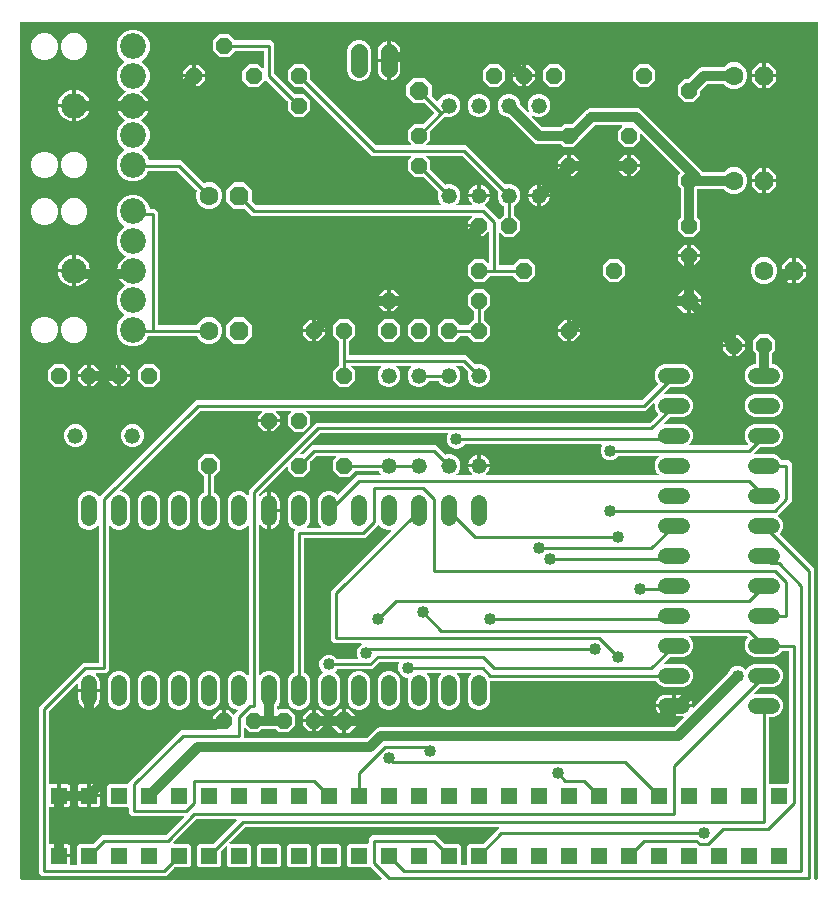
<source format=gtl>
G04 EAGLE Gerber RS-274X export*
G75*
%MOMM*%
%FSLAX34Y34*%
%LPD*%
%INTop Copper*%
%IPPOS*%
%AMOC8*
5,1,8,0,0,1.08239X$1,22.5*%
G01*
%ADD10R,1.408000X1.408000*%
%ADD11C,1.320800*%
%ADD12P,1.429621X8X202.500000*%
%ADD13P,1.732040X8X22.500000*%
%ADD14C,1.600200*%
%ADD15C,1.320800*%
%ADD16P,1.429621X8X22.500000*%
%ADD17P,1.429621X8X292.500000*%
%ADD18C,1.422400*%
%ADD19C,2.184400*%
%ADD20P,1.649562X8X22.500000*%
%ADD21P,1.429621X8X112.500000*%
%ADD22C,0.254000*%
%ADD23C,1.016000*%
%ADD24C,0.812800*%

G36*
X310895Y5092D02*
X310895Y5092D01*
X310966Y5094D01*
X311015Y5112D01*
X311067Y5120D01*
X311130Y5154D01*
X311197Y5179D01*
X311238Y5211D01*
X311284Y5236D01*
X311333Y5288D01*
X311389Y5332D01*
X311418Y5376D01*
X311453Y5414D01*
X311484Y5479D01*
X311522Y5539D01*
X311535Y5590D01*
X311557Y5637D01*
X311565Y5708D01*
X311582Y5778D01*
X311578Y5830D01*
X311584Y5881D01*
X311569Y5952D01*
X311563Y6023D01*
X311543Y6071D01*
X311532Y6122D01*
X311495Y6183D01*
X311467Y6249D01*
X311422Y6305D01*
X311406Y6333D01*
X311388Y6348D01*
X311362Y6380D01*
X303234Y14508D01*
X301955Y15787D01*
X301939Y15799D01*
X301927Y15814D01*
X301840Y15870D01*
X301756Y15931D01*
X301736Y15937D01*
X301720Y15947D01*
X301619Y15973D01*
X301520Y16003D01*
X301501Y16003D01*
X301481Y16007D01*
X301378Y15999D01*
X301275Y15997D01*
X301256Y15990D01*
X301236Y15988D01*
X301141Y15948D01*
X301044Y15912D01*
X301028Y15900D01*
X301010Y15892D01*
X300879Y15787D01*
X300403Y15311D01*
X283797Y15311D01*
X282011Y17097D01*
X282011Y33703D01*
X283797Y35489D01*
X299720Y35489D01*
X299740Y35492D01*
X299759Y35490D01*
X299861Y35512D01*
X299963Y35528D01*
X299980Y35538D01*
X300000Y35542D01*
X300089Y35595D01*
X300180Y35644D01*
X300194Y35658D01*
X300211Y35668D01*
X300278Y35747D01*
X300350Y35822D01*
X300358Y35840D01*
X300371Y35855D01*
X300410Y35951D01*
X300453Y36045D01*
X300455Y36065D01*
X300463Y36083D01*
X300481Y36250D01*
X300481Y39889D01*
X303011Y42419D01*
X357389Y42419D01*
X364096Y35712D01*
X364170Y35659D01*
X364239Y35599D01*
X364269Y35587D01*
X364296Y35568D01*
X364383Y35541D01*
X364467Y35507D01*
X364508Y35503D01*
X364531Y35496D01*
X364563Y35497D01*
X364634Y35489D01*
X376603Y35489D01*
X378389Y33703D01*
X378389Y17780D01*
X378392Y17760D01*
X378390Y17741D01*
X378412Y17639D01*
X378428Y17537D01*
X378438Y17520D01*
X378442Y17500D01*
X378495Y17411D01*
X378544Y17320D01*
X378558Y17306D01*
X378568Y17289D01*
X378647Y17222D01*
X378722Y17150D01*
X378740Y17142D01*
X378755Y17129D01*
X378851Y17090D01*
X378945Y17047D01*
X378965Y17045D01*
X378983Y17037D01*
X379150Y17019D01*
X382850Y17019D01*
X382870Y17022D01*
X382889Y17020D01*
X382991Y17042D01*
X383093Y17058D01*
X383110Y17068D01*
X383130Y17072D01*
X383219Y17125D01*
X383310Y17174D01*
X383324Y17188D01*
X383341Y17198D01*
X383408Y17277D01*
X383480Y17352D01*
X383488Y17370D01*
X383501Y17385D01*
X383540Y17481D01*
X383583Y17575D01*
X383585Y17595D01*
X383593Y17613D01*
X383611Y17780D01*
X383611Y33703D01*
X385397Y35489D01*
X397366Y35489D01*
X397456Y35503D01*
X397547Y35511D01*
X397577Y35523D01*
X397609Y35528D01*
X397689Y35571D01*
X397773Y35607D01*
X397805Y35633D01*
X397826Y35644D01*
X397848Y35667D01*
X397904Y35712D01*
X410549Y48357D01*
X410591Y48415D01*
X410640Y48467D01*
X410662Y48514D01*
X410693Y48556D01*
X410714Y48625D01*
X410744Y48690D01*
X410750Y48742D01*
X410765Y48792D01*
X410763Y48863D01*
X410771Y48934D01*
X410760Y48985D01*
X410759Y49037D01*
X410734Y49105D01*
X410719Y49175D01*
X410692Y49220D01*
X410674Y49268D01*
X410629Y49324D01*
X410593Y49386D01*
X410553Y49420D01*
X410521Y49460D01*
X410460Y49499D01*
X410406Y49546D01*
X410357Y49565D01*
X410314Y49593D01*
X410244Y49611D01*
X410178Y49638D01*
X410106Y49646D01*
X410075Y49654D01*
X410052Y49652D01*
X410011Y49656D01*
X195779Y49656D01*
X195689Y49642D01*
X195598Y49634D01*
X195568Y49622D01*
X195536Y49617D01*
X195456Y49574D01*
X195372Y49538D01*
X195340Y49512D01*
X195319Y49501D01*
X195297Y49478D01*
X195241Y49433D01*
X182596Y36788D01*
X182554Y36730D01*
X182505Y36678D01*
X182483Y36631D01*
X182452Y36589D01*
X182431Y36520D01*
X182401Y36455D01*
X182395Y36403D01*
X182380Y36353D01*
X182382Y36282D01*
X182374Y36211D01*
X182385Y36160D01*
X182386Y36108D01*
X182411Y36040D01*
X182426Y35970D01*
X182453Y35925D01*
X182471Y35877D01*
X182516Y35821D01*
X182552Y35759D01*
X182592Y35725D01*
X182624Y35685D01*
X182685Y35646D01*
X182739Y35599D01*
X182788Y35580D01*
X182831Y35552D01*
X182901Y35534D01*
X182967Y35507D01*
X183039Y35499D01*
X183070Y35491D01*
X183093Y35493D01*
X183134Y35489D01*
X198803Y35489D01*
X200589Y33703D01*
X200589Y17097D01*
X198803Y15311D01*
X182197Y15311D01*
X180411Y17097D01*
X180411Y32766D01*
X180400Y32837D01*
X180398Y32908D01*
X180380Y32957D01*
X180372Y33009D01*
X180338Y33072D01*
X180313Y33139D01*
X180281Y33180D01*
X180256Y33226D01*
X180204Y33275D01*
X180160Y33331D01*
X180116Y33360D01*
X180078Y33395D01*
X180013Y33426D01*
X179953Y33464D01*
X179902Y33477D01*
X179855Y33499D01*
X179784Y33507D01*
X179714Y33524D01*
X179662Y33520D01*
X179611Y33526D01*
X179540Y33511D01*
X179469Y33505D01*
X179421Y33485D01*
X179370Y33474D01*
X179309Y33437D01*
X179243Y33409D01*
X179187Y33364D01*
X179159Y33348D01*
X179144Y33330D01*
X179112Y33304D01*
X175412Y29604D01*
X175359Y29530D01*
X175299Y29461D01*
X175287Y29431D01*
X175268Y29404D01*
X175241Y29317D01*
X175207Y29233D01*
X175203Y29192D01*
X175196Y29169D01*
X175197Y29137D01*
X175189Y29066D01*
X175189Y17097D01*
X173403Y15311D01*
X156797Y15311D01*
X155011Y17097D01*
X155011Y33703D01*
X156797Y35489D01*
X168766Y35489D01*
X168856Y35503D01*
X168947Y35511D01*
X168977Y35523D01*
X169009Y35528D01*
X169089Y35571D01*
X169173Y35607D01*
X169205Y35633D01*
X169226Y35644D01*
X169248Y35667D01*
X169304Y35712D01*
X188299Y54707D01*
X188341Y54765D01*
X188390Y54817D01*
X188412Y54864D01*
X188443Y54906D01*
X188464Y54975D01*
X188494Y55040D01*
X188500Y55092D01*
X188515Y55142D01*
X188513Y55213D01*
X188521Y55284D01*
X188510Y55335D01*
X188509Y55387D01*
X188484Y55455D01*
X188469Y55525D01*
X188442Y55570D01*
X188424Y55618D01*
X188379Y55674D01*
X188343Y55736D01*
X188303Y55770D01*
X188271Y55810D01*
X188210Y55849D01*
X188156Y55896D01*
X188107Y55915D01*
X188064Y55943D01*
X187994Y55961D01*
X187928Y55988D01*
X187856Y55996D01*
X187825Y56004D01*
X187802Y56002D01*
X187761Y56006D01*
X154504Y56006D01*
X154414Y55992D01*
X154323Y55984D01*
X154293Y55972D01*
X154261Y55967D01*
X154181Y55924D01*
X154097Y55888D01*
X154065Y55862D01*
X154044Y55851D01*
X154022Y55828D01*
X153966Y55783D01*
X134971Y36788D01*
X134929Y36730D01*
X134880Y36678D01*
X134858Y36631D01*
X134827Y36589D01*
X134806Y36520D01*
X134776Y36455D01*
X134770Y36403D01*
X134755Y36353D01*
X134757Y36282D01*
X134749Y36211D01*
X134760Y36160D01*
X134761Y36108D01*
X134786Y36040D01*
X134801Y35970D01*
X134828Y35925D01*
X134846Y35877D01*
X134891Y35821D01*
X134927Y35759D01*
X134967Y35725D01*
X134999Y35685D01*
X135060Y35646D01*
X135114Y35599D01*
X135163Y35580D01*
X135206Y35552D01*
X135276Y35534D01*
X135342Y35507D01*
X135414Y35499D01*
X135445Y35491D01*
X135468Y35493D01*
X135509Y35489D01*
X148003Y35489D01*
X149789Y33703D01*
X149789Y17097D01*
X148003Y15311D01*
X136034Y15311D01*
X135944Y15297D01*
X135853Y15289D01*
X135823Y15277D01*
X135791Y15272D01*
X135711Y15229D01*
X135627Y15193D01*
X135595Y15167D01*
X135574Y15156D01*
X135552Y15133D01*
X135496Y15088D01*
X128789Y8381D01*
X23611Y8381D01*
X21081Y10911D01*
X21081Y151014D01*
X58536Y188469D01*
X71120Y188469D01*
X71140Y188472D01*
X71159Y188470D01*
X71261Y188492D01*
X71363Y188508D01*
X71380Y188518D01*
X71400Y188522D01*
X71489Y188575D01*
X71580Y188624D01*
X71594Y188638D01*
X71611Y188648D01*
X71678Y188727D01*
X71750Y188802D01*
X71758Y188820D01*
X71771Y188835D01*
X71810Y188931D01*
X71853Y189025D01*
X71855Y189045D01*
X71863Y189063D01*
X71881Y189230D01*
X71881Y303788D01*
X71870Y303859D01*
X71868Y303931D01*
X71850Y303980D01*
X71842Y304031D01*
X71808Y304095D01*
X71783Y304162D01*
X71751Y304203D01*
X71726Y304249D01*
X71674Y304298D01*
X71630Y304354D01*
X71586Y304382D01*
X71548Y304418D01*
X71483Y304448D01*
X71423Y304487D01*
X71372Y304500D01*
X71325Y304522D01*
X71254Y304529D01*
X71184Y304547D01*
X71132Y304543D01*
X71081Y304549D01*
X71010Y304533D01*
X70939Y304528D01*
X70891Y304508D01*
X70840Y304496D01*
X70779Y304460D01*
X70713Y304432D01*
X70657Y304387D01*
X70629Y304370D01*
X70614Y304352D01*
X70582Y304327D01*
X68968Y302713D01*
X65420Y301243D01*
X61580Y301243D01*
X58032Y302713D01*
X55317Y305428D01*
X53847Y308976D01*
X53847Y326024D01*
X55317Y329572D01*
X58032Y332287D01*
X61580Y333757D01*
X65420Y333757D01*
X68968Y332287D01*
X71623Y329632D01*
X71639Y329620D01*
X71652Y329605D01*
X71739Y329549D01*
X71823Y329489D01*
X71842Y329483D01*
X71858Y329472D01*
X71959Y329447D01*
X72058Y329416D01*
X72078Y329417D01*
X72097Y329412D01*
X72200Y329420D01*
X72304Y329423D01*
X72322Y329429D01*
X72342Y329431D01*
X72437Y329471D01*
X72535Y329507D01*
X72550Y329519D01*
X72569Y329527D01*
X72699Y329632D01*
X74634Y331567D01*
X153786Y410719D01*
X531296Y410719D01*
X531386Y410733D01*
X531477Y410741D01*
X531507Y410753D01*
X531539Y410758D01*
X531619Y410801D01*
X531703Y410837D01*
X531735Y410863D01*
X531756Y410874D01*
X531778Y410897D01*
X531834Y410942D01*
X545080Y424188D01*
X545092Y424204D01*
X545108Y424217D01*
X545164Y424304D01*
X545224Y424388D01*
X545230Y424407D01*
X545241Y424424D01*
X545266Y424524D01*
X545296Y424623D01*
X545296Y424643D01*
X545301Y424662D01*
X545293Y424765D01*
X545290Y424869D01*
X545283Y424887D01*
X545282Y424907D01*
X545241Y425002D01*
X545206Y425100D01*
X545193Y425115D01*
X545185Y425134D01*
X545080Y425265D01*
X544013Y426332D01*
X542543Y429880D01*
X542543Y433720D01*
X544013Y437268D01*
X546728Y439983D01*
X550276Y441453D01*
X567324Y441453D01*
X570872Y439983D01*
X573587Y437268D01*
X575057Y433720D01*
X575057Y429880D01*
X573587Y426332D01*
X570872Y423617D01*
X567324Y422147D01*
X555570Y422147D01*
X555480Y422133D01*
X555389Y422125D01*
X555359Y422113D01*
X555327Y422108D01*
X555247Y422065D01*
X555163Y422029D01*
X555131Y422003D01*
X555110Y421992D01*
X555088Y421969D01*
X555032Y421924D01*
X550460Y417352D01*
X550418Y417294D01*
X550369Y417242D01*
X550347Y417195D01*
X550316Y417153D01*
X550295Y417084D01*
X550265Y417019D01*
X550259Y416967D01*
X550244Y416917D01*
X550246Y416846D01*
X550238Y416775D01*
X550249Y416724D01*
X550250Y416672D01*
X550275Y416604D01*
X550290Y416534D01*
X550317Y416490D01*
X550335Y416441D01*
X550380Y416385D01*
X550416Y416323D01*
X550456Y416289D01*
X550488Y416249D01*
X550549Y416210D01*
X550603Y416163D01*
X550652Y416144D01*
X550695Y416116D01*
X550765Y416098D01*
X550831Y416071D01*
X550903Y416063D01*
X550934Y416055D01*
X550957Y416057D01*
X550998Y416053D01*
X567324Y416053D01*
X570872Y414583D01*
X573587Y411868D01*
X575057Y408320D01*
X575057Y404480D01*
X573587Y400932D01*
X570872Y398217D01*
X567324Y396747D01*
X555570Y396747D01*
X555480Y396733D01*
X555389Y396725D01*
X555359Y396713D01*
X555327Y396708D01*
X555247Y396665D01*
X555163Y396629D01*
X555131Y396603D01*
X555110Y396592D01*
X555088Y396569D01*
X555032Y396524D01*
X550460Y391952D01*
X550418Y391894D01*
X550369Y391842D01*
X550347Y391795D01*
X550316Y391753D01*
X550295Y391684D01*
X550265Y391619D01*
X550259Y391567D01*
X550244Y391517D01*
X550246Y391446D01*
X550238Y391375D01*
X550249Y391324D01*
X550250Y391272D01*
X550275Y391204D01*
X550290Y391134D01*
X550317Y391090D01*
X550335Y391041D01*
X550380Y390985D01*
X550416Y390923D01*
X550456Y390889D01*
X550488Y390849D01*
X550549Y390810D01*
X550603Y390763D01*
X550652Y390744D01*
X550695Y390716D01*
X550765Y390698D01*
X550831Y390671D01*
X550903Y390663D01*
X550934Y390655D01*
X550957Y390657D01*
X550998Y390653D01*
X567324Y390653D01*
X570872Y389183D01*
X573587Y386468D01*
X575057Y382920D01*
X575057Y379080D01*
X573587Y375532D01*
X571973Y373918D01*
X571931Y373860D01*
X571882Y373808D01*
X571860Y373761D01*
X571830Y373719D01*
X571809Y373650D01*
X571778Y373585D01*
X571773Y373533D01*
X571757Y373483D01*
X571759Y373412D01*
X571751Y373341D01*
X571762Y373290D01*
X571764Y373238D01*
X571788Y373170D01*
X571804Y373100D01*
X571830Y373055D01*
X571848Y373007D01*
X571893Y372951D01*
X571930Y372889D01*
X571969Y372855D01*
X572002Y372815D01*
X572062Y372776D01*
X572117Y372729D01*
X572165Y372710D01*
X572209Y372682D01*
X572278Y372664D01*
X572345Y372637D01*
X572416Y372629D01*
X572447Y372621D01*
X572471Y372623D01*
X572512Y372619D01*
X620196Y372619D01*
X620286Y372633D01*
X620377Y372641D01*
X620407Y372653D01*
X620439Y372658D01*
X620519Y372701D01*
X620603Y372737D01*
X620635Y372763D01*
X620656Y372774D01*
X620678Y372797D01*
X620734Y372842D01*
X621280Y373388D01*
X621292Y373404D01*
X621308Y373417D01*
X621363Y373504D01*
X621424Y373588D01*
X621430Y373607D01*
X621441Y373624D01*
X621466Y373724D01*
X621496Y373823D01*
X621496Y373843D01*
X621501Y373862D01*
X621493Y373965D01*
X621490Y374069D01*
X621483Y374087D01*
X621482Y374107D01*
X621441Y374202D01*
X621406Y374300D01*
X621393Y374315D01*
X621385Y374334D01*
X621280Y374465D01*
X620213Y375532D01*
X618743Y379080D01*
X618743Y382920D01*
X620213Y386468D01*
X622928Y389183D01*
X626476Y390653D01*
X643524Y390653D01*
X647072Y389183D01*
X649787Y386468D01*
X651257Y382920D01*
X651257Y379080D01*
X649787Y375532D01*
X647072Y372817D01*
X643524Y371347D01*
X631770Y371347D01*
X631680Y371333D01*
X631589Y371325D01*
X631559Y371313D01*
X631527Y371308D01*
X631447Y371265D01*
X631363Y371229D01*
X631331Y371203D01*
X631310Y371192D01*
X631288Y371169D01*
X631232Y371124D01*
X626660Y366552D01*
X626618Y366494D01*
X626569Y366442D01*
X626547Y366395D01*
X626516Y366353D01*
X626495Y366284D01*
X626465Y366219D01*
X626459Y366167D01*
X626444Y366117D01*
X626446Y366046D01*
X626438Y365975D01*
X626449Y365924D01*
X626450Y365872D01*
X626475Y365804D01*
X626490Y365734D01*
X626517Y365689D01*
X626535Y365641D01*
X626580Y365585D01*
X626616Y365523D01*
X626656Y365489D01*
X626688Y365449D01*
X626749Y365410D01*
X626803Y365363D01*
X626852Y365344D01*
X626895Y365316D01*
X626965Y365298D01*
X627031Y365271D01*
X627103Y365263D01*
X627134Y365255D01*
X627157Y365257D01*
X627198Y365253D01*
X643524Y365253D01*
X647072Y363783D01*
X649787Y361068D01*
X650068Y360389D01*
X650130Y360289D01*
X650190Y360189D01*
X650195Y360185D01*
X650198Y360180D01*
X650289Y360105D01*
X650377Y360029D01*
X650383Y360027D01*
X650388Y360023D01*
X650496Y359981D01*
X650605Y359937D01*
X650613Y359936D01*
X650617Y359935D01*
X650635Y359934D01*
X650772Y359919D01*
X655839Y359919D01*
X658369Y357389D01*
X658369Y325236D01*
X647132Y313999D01*
X647120Y313983D01*
X647105Y313971D01*
X647049Y313884D01*
X646989Y313800D01*
X646983Y313781D01*
X646972Y313764D01*
X646947Y313663D01*
X646916Y313565D01*
X646917Y313545D01*
X646912Y313525D01*
X646920Y313422D01*
X646923Y313319D01*
X646929Y313300D01*
X646931Y313280D01*
X646971Y313185D01*
X647007Y313088D01*
X647019Y313072D01*
X647027Y313054D01*
X647132Y312923D01*
X649787Y310268D01*
X651257Y306720D01*
X651257Y302880D01*
X649787Y299332D01*
X648720Y298265D01*
X648708Y298248D01*
X648692Y298236D01*
X648636Y298149D01*
X648576Y298065D01*
X648570Y298046D01*
X648559Y298029D01*
X648534Y297929D01*
X648504Y297830D01*
X648504Y297810D01*
X648499Y297791D01*
X648507Y297688D01*
X648510Y297584D01*
X648517Y297565D01*
X648518Y297545D01*
X648559Y297450D01*
X648594Y297353D01*
X648607Y297337D01*
X648615Y297319D01*
X648720Y297188D01*
X674666Y271242D01*
X677419Y268489D01*
X677419Y5842D01*
X677422Y5822D01*
X677420Y5803D01*
X677442Y5701D01*
X677458Y5599D01*
X677468Y5582D01*
X677472Y5562D01*
X677525Y5473D01*
X677574Y5382D01*
X677588Y5368D01*
X677598Y5351D01*
X677677Y5284D01*
X677752Y5212D01*
X677770Y5204D01*
X677785Y5191D01*
X677881Y5152D01*
X677975Y5109D01*
X677995Y5107D01*
X678013Y5099D01*
X678180Y5081D01*
X679958Y5081D01*
X679978Y5084D01*
X679997Y5082D01*
X680099Y5104D01*
X680201Y5120D01*
X680218Y5130D01*
X680238Y5134D01*
X680327Y5187D01*
X680418Y5236D01*
X680432Y5250D01*
X680449Y5260D01*
X680516Y5339D01*
X680588Y5414D01*
X680596Y5432D01*
X680609Y5447D01*
X680648Y5543D01*
X680691Y5637D01*
X680693Y5657D01*
X680701Y5675D01*
X680719Y5842D01*
X680719Y730758D01*
X680716Y730778D01*
X680718Y730797D01*
X680696Y730899D01*
X680680Y731001D01*
X680670Y731018D01*
X680666Y731038D01*
X680613Y731127D01*
X680564Y731218D01*
X680550Y731232D01*
X680540Y731249D01*
X680461Y731316D01*
X680386Y731388D01*
X680368Y731396D01*
X680353Y731409D01*
X680257Y731448D01*
X680163Y731491D01*
X680143Y731493D01*
X680125Y731501D01*
X679958Y731519D01*
X5842Y731519D01*
X5822Y731516D01*
X5803Y731518D01*
X5701Y731496D01*
X5599Y731480D01*
X5582Y731470D01*
X5562Y731466D01*
X5473Y731413D01*
X5382Y731364D01*
X5368Y731350D01*
X5351Y731340D01*
X5284Y731261D01*
X5212Y731186D01*
X5204Y731168D01*
X5191Y731153D01*
X5152Y731057D01*
X5109Y730963D01*
X5107Y730943D01*
X5099Y730925D01*
X5081Y730758D01*
X5081Y5842D01*
X5084Y5822D01*
X5082Y5803D01*
X5104Y5701D01*
X5120Y5599D01*
X5130Y5582D01*
X5134Y5562D01*
X5187Y5473D01*
X5236Y5382D01*
X5250Y5368D01*
X5260Y5351D01*
X5339Y5284D01*
X5414Y5212D01*
X5432Y5204D01*
X5447Y5191D01*
X5543Y5152D01*
X5637Y5109D01*
X5657Y5107D01*
X5675Y5099D01*
X5842Y5081D01*
X310824Y5081D01*
X310895Y5092D01*
G37*
G36*
X52670Y17022D02*
X52670Y17022D01*
X52689Y17020D01*
X52791Y17042D01*
X52893Y17058D01*
X52910Y17068D01*
X52930Y17072D01*
X53019Y17125D01*
X53110Y17174D01*
X53124Y17188D01*
X53141Y17198D01*
X53208Y17277D01*
X53280Y17352D01*
X53288Y17370D01*
X53301Y17385D01*
X53340Y17481D01*
X53383Y17575D01*
X53385Y17595D01*
X53393Y17613D01*
X53411Y17780D01*
X53411Y33703D01*
X55197Y35489D01*
X67166Y35489D01*
X67256Y35503D01*
X67347Y35511D01*
X67377Y35523D01*
X67409Y35528D01*
X67489Y35571D01*
X67573Y35607D01*
X67605Y35633D01*
X67626Y35644D01*
X67648Y35667D01*
X67704Y35712D01*
X74411Y42419D01*
X128071Y42419D01*
X128161Y42433D01*
X128252Y42441D01*
X128282Y42453D01*
X128314Y42458D01*
X128394Y42501D01*
X128478Y42537D01*
X128510Y42563D01*
X128531Y42574D01*
X128553Y42597D01*
X128609Y42642D01*
X143849Y57882D01*
X143891Y57940D01*
X143940Y57992D01*
X143962Y58039D01*
X143993Y58081D01*
X144014Y58150D01*
X144044Y58215D01*
X144050Y58267D01*
X144065Y58317D01*
X144063Y58388D01*
X144071Y58459D01*
X144060Y58510D01*
X144059Y58562D01*
X144034Y58630D01*
X144019Y58700D01*
X143992Y58745D01*
X143974Y58793D01*
X143929Y58849D01*
X143893Y58911D01*
X143853Y58945D01*
X143821Y58985D01*
X143760Y59024D01*
X143706Y59071D01*
X143657Y59090D01*
X143614Y59118D01*
X143544Y59136D01*
X143478Y59163D01*
X143406Y59171D01*
X143375Y59179D01*
X143352Y59177D01*
X143311Y59181D01*
X99811Y59181D01*
X97281Y61711D01*
X97281Y65350D01*
X97278Y65370D01*
X97280Y65389D01*
X97258Y65491D01*
X97242Y65593D01*
X97232Y65610D01*
X97228Y65630D01*
X97175Y65719D01*
X97126Y65810D01*
X97112Y65824D01*
X97102Y65841D01*
X97023Y65908D01*
X96948Y65980D01*
X96930Y65988D01*
X96915Y66001D01*
X96819Y66040D01*
X96725Y66083D01*
X96705Y66085D01*
X96687Y66093D01*
X96520Y66111D01*
X80597Y66111D01*
X78811Y67897D01*
X78811Y84503D01*
X80597Y86289D01*
X96520Y86289D01*
X96540Y86292D01*
X96559Y86290D01*
X96661Y86312D01*
X96763Y86328D01*
X96780Y86338D01*
X96800Y86342D01*
X96889Y86395D01*
X96980Y86444D01*
X96994Y86458D01*
X97011Y86468D01*
X97078Y86547D01*
X97150Y86622D01*
X97158Y86640D01*
X97171Y86655D01*
X97210Y86751D01*
X97253Y86845D01*
X97255Y86865D01*
X97263Y86883D01*
X97281Y87050D01*
X97281Y87514D01*
X141086Y131319D01*
X171411Y131319D01*
X171482Y131330D01*
X171553Y131332D01*
X171602Y131350D01*
X171654Y131358D01*
X171717Y131392D01*
X171784Y131417D01*
X171825Y131449D01*
X171871Y131474D01*
X171920Y131526D01*
X171976Y131570D01*
X172005Y131614D01*
X172040Y131652D01*
X172071Y131717D01*
X172109Y131777D01*
X172122Y131828D01*
X172144Y131875D01*
X172152Y131946D01*
X172169Y132016D01*
X172165Y132068D01*
X172171Y132119D01*
X172156Y132190D01*
X172150Y132261D01*
X172130Y132309D01*
X172119Y132360D01*
X172082Y132421D01*
X172054Y132487D01*
X172009Y132543D01*
X171993Y132571D01*
X171975Y132586D01*
X171949Y132618D01*
X168655Y135912D01*
X168655Y138177D01*
X177038Y138177D01*
X177058Y138180D01*
X177077Y138178D01*
X177179Y138200D01*
X177281Y138217D01*
X177298Y138226D01*
X177318Y138230D01*
X177407Y138283D01*
X177498Y138332D01*
X177512Y138346D01*
X177529Y138356D01*
X177596Y138435D01*
X177667Y138510D01*
X177676Y138528D01*
X177689Y138543D01*
X177727Y138639D01*
X177771Y138733D01*
X177773Y138753D01*
X177781Y138771D01*
X177799Y138938D01*
X177799Y139701D01*
X178562Y139701D01*
X178582Y139704D01*
X178601Y139702D01*
X178703Y139724D01*
X178805Y139741D01*
X178822Y139750D01*
X178842Y139754D01*
X178931Y139807D01*
X179022Y139856D01*
X179036Y139870D01*
X179053Y139880D01*
X179120Y139959D01*
X179191Y140034D01*
X179200Y140052D01*
X179213Y140067D01*
X179252Y140163D01*
X179295Y140257D01*
X179297Y140277D01*
X179305Y140295D01*
X179323Y140462D01*
X179323Y148845D01*
X181588Y148845D01*
X185437Y144996D01*
X185453Y144984D01*
X185465Y144969D01*
X185553Y144913D01*
X185636Y144852D01*
X185655Y144846D01*
X185672Y144836D01*
X185773Y144810D01*
X185872Y144780D01*
X185891Y144780D01*
X185911Y144776D01*
X186014Y144784D01*
X186117Y144786D01*
X186136Y144793D01*
X186156Y144795D01*
X186251Y144835D01*
X186348Y144871D01*
X186364Y144883D01*
X186382Y144891D01*
X186513Y144996D01*
X188934Y147417D01*
X189061Y147544D01*
X189103Y147602D01*
X189152Y147654D01*
X189174Y147701D01*
X189205Y147743D01*
X189226Y147812D01*
X189256Y147877D01*
X189262Y147929D01*
X189277Y147978D01*
X189275Y148050D01*
X189283Y148121D01*
X189272Y148172D01*
X189271Y148224D01*
X189246Y148292D01*
X189231Y148362D01*
X189204Y148407D01*
X189186Y148455D01*
X189141Y148511D01*
X189105Y148573D01*
X189065Y148607D01*
X189033Y148647D01*
X188972Y148686D01*
X188918Y148733D01*
X188869Y148752D01*
X188826Y148780D01*
X188756Y148798D01*
X188690Y148825D01*
X188618Y148833D01*
X188587Y148841D01*
X185032Y150313D01*
X182317Y153028D01*
X180847Y156576D01*
X180847Y173624D01*
X182317Y177172D01*
X185032Y179887D01*
X188580Y181357D01*
X192420Y181357D01*
X195968Y179887D01*
X197582Y178273D01*
X197640Y178231D01*
X197692Y178182D01*
X197739Y178160D01*
X197781Y178130D01*
X197850Y178109D01*
X197915Y178078D01*
X197967Y178073D01*
X198017Y178057D01*
X198088Y178059D01*
X198159Y178051D01*
X198210Y178062D01*
X198262Y178064D01*
X198330Y178088D01*
X198400Y178104D01*
X198445Y178130D01*
X198493Y178148D01*
X198549Y178193D01*
X198611Y178230D01*
X198645Y178269D01*
X198685Y178302D01*
X198724Y178362D01*
X198771Y178417D01*
X198790Y178465D01*
X198818Y178509D01*
X198836Y178578D01*
X198863Y178645D01*
X198871Y178716D01*
X198879Y178747D01*
X198877Y178771D01*
X198881Y178812D01*
X198881Y303788D01*
X198870Y303859D01*
X198868Y303931D01*
X198850Y303980D01*
X198842Y304031D01*
X198808Y304095D01*
X198783Y304162D01*
X198751Y304203D01*
X198726Y304249D01*
X198674Y304298D01*
X198630Y304354D01*
X198586Y304382D01*
X198548Y304418D01*
X198483Y304448D01*
X198423Y304487D01*
X198372Y304500D01*
X198325Y304522D01*
X198254Y304529D01*
X198184Y304547D01*
X198132Y304543D01*
X198081Y304549D01*
X198010Y304533D01*
X197939Y304528D01*
X197891Y304508D01*
X197840Y304496D01*
X197779Y304460D01*
X197713Y304432D01*
X197657Y304387D01*
X197629Y304370D01*
X197614Y304352D01*
X197582Y304327D01*
X195968Y302713D01*
X192420Y301243D01*
X188580Y301243D01*
X185032Y302713D01*
X182317Y305428D01*
X180847Y308976D01*
X180847Y326024D01*
X182317Y329572D01*
X185032Y332287D01*
X188580Y333757D01*
X192420Y333757D01*
X195968Y332287D01*
X197582Y330673D01*
X197640Y330631D01*
X197692Y330582D01*
X197739Y330560D01*
X197781Y330530D01*
X197850Y330509D01*
X197915Y330478D01*
X197967Y330473D01*
X198017Y330457D01*
X198088Y330459D01*
X198159Y330451D01*
X198210Y330462D01*
X198262Y330464D01*
X198330Y330488D01*
X198400Y330504D01*
X198445Y330530D01*
X198493Y330548D01*
X198549Y330593D01*
X198611Y330630D01*
X198645Y330669D01*
X198685Y330702D01*
X198724Y330762D01*
X198771Y330817D01*
X198790Y330865D01*
X198818Y330909D01*
X198836Y330978D01*
X198863Y331045D01*
X198871Y331116D01*
X198879Y331147D01*
X198877Y331171D01*
X198881Y331212D01*
X198881Y335164D01*
X255386Y391669D01*
X537646Y391669D01*
X537736Y391683D01*
X537827Y391691D01*
X537857Y391703D01*
X537889Y391708D01*
X537969Y391751D01*
X538053Y391787D01*
X538085Y391813D01*
X538106Y391824D01*
X538128Y391847D01*
X538184Y391892D01*
X545080Y398788D01*
X545092Y398804D01*
X545108Y398817D01*
X545164Y398904D01*
X545224Y398988D01*
X545230Y399007D01*
X545241Y399024D01*
X545266Y399124D01*
X545296Y399223D01*
X545296Y399243D01*
X545301Y399262D01*
X545293Y399365D01*
X545290Y399469D01*
X545283Y399487D01*
X545282Y399507D01*
X545241Y399602D01*
X545206Y399700D01*
X545193Y399715D01*
X545185Y399734D01*
X545080Y399865D01*
X544013Y400932D01*
X542543Y404480D01*
X542543Y407598D01*
X542532Y407669D01*
X542530Y407740D01*
X542512Y407789D01*
X542504Y407841D01*
X542470Y407904D01*
X542445Y407971D01*
X542413Y408012D01*
X542388Y408058D01*
X542336Y408107D01*
X542292Y408163D01*
X542248Y408192D01*
X542210Y408227D01*
X542145Y408258D01*
X542085Y408296D01*
X542034Y408309D01*
X541987Y408331D01*
X541916Y408339D01*
X541846Y408356D01*
X541794Y408352D01*
X541743Y408358D01*
X541672Y408343D01*
X541601Y408337D01*
X541553Y408317D01*
X541502Y408306D01*
X541441Y408269D01*
X541375Y408241D01*
X541319Y408196D01*
X541291Y408180D01*
X541276Y408162D01*
X541244Y408136D01*
X537942Y404834D01*
X535189Y402081D01*
X248408Y402081D01*
X248337Y402070D01*
X248265Y402068D01*
X248216Y402050D01*
X248165Y402042D01*
X248101Y402008D01*
X248034Y401983D01*
X247993Y401951D01*
X247947Y401926D01*
X247898Y401874D01*
X247842Y401830D01*
X247814Y401786D01*
X247778Y401748D01*
X247748Y401683D01*
X247709Y401623D01*
X247696Y401572D01*
X247674Y401525D01*
X247667Y401454D01*
X247649Y401384D01*
X247653Y401332D01*
X247647Y401281D01*
X247663Y401210D01*
X247668Y401139D01*
X247688Y401091D01*
X247700Y401040D01*
X247736Y400979D01*
X247764Y400913D01*
X247809Y400857D01*
X247826Y400829D01*
X247844Y400814D01*
X247869Y400782D01*
X250953Y397698D01*
X250953Y389702D01*
X245298Y384047D01*
X237302Y384047D01*
X231647Y389702D01*
X231647Y397698D01*
X234731Y400782D01*
X234773Y400840D01*
X234822Y400892D01*
X234844Y400939D01*
X234874Y400981D01*
X234895Y401050D01*
X234926Y401115D01*
X234931Y401167D01*
X234947Y401217D01*
X234945Y401288D01*
X234953Y401359D01*
X234942Y401410D01*
X234940Y401462D01*
X234916Y401530D01*
X234900Y401600D01*
X234874Y401645D01*
X234856Y401693D01*
X234811Y401749D01*
X234774Y401811D01*
X234735Y401845D01*
X234702Y401885D01*
X234642Y401924D01*
X234587Y401971D01*
X234539Y401990D01*
X234495Y402018D01*
X234426Y402036D01*
X234359Y402063D01*
X234288Y402071D01*
X234257Y402079D01*
X234233Y402077D01*
X234192Y402081D01*
X222289Y402081D01*
X222218Y402070D01*
X222147Y402068D01*
X222098Y402050D01*
X222046Y402042D01*
X221983Y402008D01*
X221916Y401983D01*
X221875Y401951D01*
X221829Y401926D01*
X221780Y401874D01*
X221724Y401830D01*
X221695Y401786D01*
X221660Y401748D01*
X221629Y401683D01*
X221591Y401623D01*
X221578Y401572D01*
X221556Y401525D01*
X221548Y401454D01*
X221531Y401384D01*
X221535Y401332D01*
X221529Y401281D01*
X221544Y401210D01*
X221550Y401139D01*
X221570Y401091D01*
X221581Y401040D01*
X221618Y400979D01*
X221646Y400913D01*
X221691Y400857D01*
X221707Y400829D01*
X221725Y400814D01*
X221751Y400782D01*
X225045Y397488D01*
X225045Y395223D01*
X216662Y395223D01*
X216642Y395220D01*
X216623Y395222D01*
X216521Y395200D01*
X216419Y395183D01*
X216402Y395174D01*
X216382Y395170D01*
X216293Y395117D01*
X216202Y395068D01*
X216188Y395054D01*
X216171Y395044D01*
X216104Y394965D01*
X216033Y394890D01*
X216024Y394872D01*
X216011Y394857D01*
X215973Y394761D01*
X215929Y394667D01*
X215927Y394647D01*
X215919Y394629D01*
X215901Y394462D01*
X215901Y393699D01*
X215899Y393699D01*
X215899Y394462D01*
X215896Y394482D01*
X215898Y394501D01*
X215876Y394603D01*
X215859Y394705D01*
X215850Y394722D01*
X215846Y394742D01*
X215793Y394831D01*
X215744Y394922D01*
X215730Y394936D01*
X215720Y394953D01*
X215641Y395020D01*
X215566Y395091D01*
X215548Y395100D01*
X215533Y395113D01*
X215437Y395152D01*
X215343Y395195D01*
X215323Y395197D01*
X215305Y395205D01*
X215138Y395223D01*
X206755Y395223D01*
X206755Y397488D01*
X210049Y400782D01*
X210091Y400840D01*
X210140Y400892D01*
X210162Y400939D01*
X210193Y400981D01*
X210214Y401050D01*
X210244Y401115D01*
X210250Y401167D01*
X210265Y401217D01*
X210263Y401288D01*
X210271Y401359D01*
X210260Y401410D01*
X210259Y401462D01*
X210234Y401530D01*
X210219Y401600D01*
X210192Y401645D01*
X210174Y401693D01*
X210129Y401749D01*
X210093Y401811D01*
X210053Y401845D01*
X210021Y401885D01*
X209960Y401924D01*
X209906Y401971D01*
X209857Y401990D01*
X209814Y402018D01*
X209744Y402036D01*
X209678Y402063D01*
X209606Y402071D01*
X209575Y402079D01*
X209552Y402077D01*
X209511Y402081D01*
X157679Y402081D01*
X157589Y402067D01*
X157498Y402059D01*
X157468Y402047D01*
X157436Y402042D01*
X157356Y401999D01*
X157272Y401963D01*
X157240Y401937D01*
X157219Y401926D01*
X157197Y401903D01*
X157141Y401858D01*
X90339Y335056D01*
X90297Y334998D01*
X90248Y334946D01*
X90226Y334899D01*
X90195Y334857D01*
X90174Y334788D01*
X90144Y334723D01*
X90138Y334671D01*
X90123Y334621D01*
X90125Y334550D01*
X90117Y334479D01*
X90128Y334428D01*
X90129Y334376D01*
X90154Y334308D01*
X90169Y334238D01*
X90196Y334193D01*
X90214Y334145D01*
X90259Y334089D01*
X90295Y334027D01*
X90335Y333993D01*
X90367Y333953D01*
X90428Y333914D01*
X90482Y333867D01*
X90531Y333848D01*
X90574Y333820D01*
X90644Y333802D01*
X90710Y333775D01*
X90782Y333767D01*
X90813Y333759D01*
X94368Y332287D01*
X97083Y329572D01*
X98553Y326024D01*
X98553Y308976D01*
X97083Y305428D01*
X94368Y302713D01*
X90820Y301243D01*
X86980Y301243D01*
X83432Y302713D01*
X81818Y304327D01*
X81760Y304369D01*
X81708Y304418D01*
X81661Y304440D01*
X81619Y304470D01*
X81550Y304491D01*
X81485Y304522D01*
X81433Y304527D01*
X81383Y304543D01*
X81312Y304541D01*
X81241Y304549D01*
X81190Y304538D01*
X81138Y304536D01*
X81070Y304512D01*
X81000Y304496D01*
X80955Y304470D01*
X80907Y304452D01*
X80851Y304407D01*
X80789Y304370D01*
X80755Y304331D01*
X80715Y304298D01*
X80676Y304238D01*
X80629Y304183D01*
X80610Y304135D01*
X80582Y304091D01*
X80564Y304022D01*
X80537Y303955D01*
X80529Y303884D01*
X80521Y303853D01*
X80523Y303829D01*
X80519Y303788D01*
X80519Y182361D01*
X77989Y179831D01*
X70143Y179831D01*
X70072Y179820D01*
X70001Y179818D01*
X69952Y179800D01*
X69900Y179792D01*
X69837Y179758D01*
X69770Y179733D01*
X69729Y179701D01*
X69683Y179676D01*
X69634Y179624D01*
X69578Y179580D01*
X69550Y179536D01*
X69514Y179498D01*
X69483Y179433D01*
X69445Y179373D01*
X69432Y179322D01*
X69410Y179275D01*
X69402Y179204D01*
X69385Y179134D01*
X69389Y179082D01*
X69383Y179031D01*
X69398Y178960D01*
X69404Y178889D01*
X69424Y178841D01*
X69435Y178790D01*
X69472Y178729D01*
X69500Y178663D01*
X69545Y178607D01*
X69561Y178579D01*
X69579Y178564D01*
X69605Y178532D01*
X70603Y177534D01*
X71604Y176036D01*
X72293Y174371D01*
X72645Y172605D01*
X72645Y166623D01*
X64262Y166623D01*
X64242Y166620D01*
X64223Y166622D01*
X64121Y166600D01*
X64019Y166583D01*
X64002Y166574D01*
X63982Y166570D01*
X63893Y166517D01*
X63802Y166468D01*
X63788Y166454D01*
X63771Y166444D01*
X63704Y166365D01*
X63633Y166290D01*
X63624Y166272D01*
X63611Y166257D01*
X63573Y166161D01*
X63529Y166067D01*
X63527Y166047D01*
X63519Y166029D01*
X63501Y165862D01*
X63501Y165099D01*
X63499Y165099D01*
X63499Y165862D01*
X63496Y165882D01*
X63498Y165901D01*
X63476Y166003D01*
X63459Y166105D01*
X63450Y166122D01*
X63446Y166142D01*
X63393Y166231D01*
X63344Y166322D01*
X63330Y166336D01*
X63320Y166353D01*
X63241Y166420D01*
X63166Y166491D01*
X63148Y166500D01*
X63133Y166513D01*
X63037Y166552D01*
X62943Y166595D01*
X62923Y166597D01*
X62905Y166605D01*
X62738Y166623D01*
X54355Y166623D01*
X54355Y170235D01*
X54344Y170306D01*
X54342Y170377D01*
X54324Y170426D01*
X54316Y170478D01*
X54282Y170541D01*
X54257Y170608D01*
X54225Y170649D01*
X54200Y170695D01*
X54148Y170744D01*
X54104Y170800D01*
X54060Y170829D01*
X54022Y170864D01*
X53957Y170895D01*
X53897Y170933D01*
X53846Y170946D01*
X53799Y170968D01*
X53728Y170976D01*
X53658Y170993D01*
X53606Y170989D01*
X53555Y170995D01*
X53484Y170980D01*
X53413Y170974D01*
X53365Y170954D01*
X53314Y170943D01*
X53253Y170906D01*
X53187Y170878D01*
X53131Y170833D01*
X53103Y170817D01*
X53088Y170799D01*
X53056Y170773D01*
X29942Y147659D01*
X29889Y147585D01*
X29829Y147516D01*
X29817Y147486D01*
X29798Y147459D01*
X29771Y147372D01*
X29737Y147288D01*
X29733Y147247D01*
X29726Y147224D01*
X29727Y147192D01*
X29719Y147121D01*
X29719Y86503D01*
X29720Y86496D01*
X29720Y86495D01*
X29721Y86490D01*
X29738Y86387D01*
X29756Y86268D01*
X29758Y86264D01*
X29758Y86260D01*
X29814Y86156D01*
X29869Y86049D01*
X29872Y86047D01*
X29874Y86043D01*
X29960Y85961D01*
X30045Y85878D01*
X30049Y85876D01*
X30052Y85874D01*
X30160Y85823D01*
X30267Y85772D01*
X30271Y85772D01*
X30275Y85770D01*
X30393Y85757D01*
X30511Y85742D01*
X30516Y85743D01*
X30519Y85743D01*
X30533Y85746D01*
X30677Y85768D01*
X30726Y85781D01*
X36577Y85781D01*
X36577Y76962D01*
X36580Y76942D01*
X36578Y76923D01*
X36600Y76821D01*
X36617Y76719D01*
X36626Y76702D01*
X36630Y76682D01*
X36683Y76593D01*
X36732Y76502D01*
X36746Y76488D01*
X36756Y76471D01*
X36835Y76404D01*
X36910Y76333D01*
X36928Y76324D01*
X36943Y76311D01*
X37039Y76273D01*
X37133Y76229D01*
X37153Y76227D01*
X37171Y76219D01*
X37338Y76201D01*
X38101Y76201D01*
X38101Y76199D01*
X37338Y76199D01*
X37318Y76196D01*
X37299Y76198D01*
X37197Y76176D01*
X37095Y76159D01*
X37078Y76150D01*
X37058Y76146D01*
X36969Y76093D01*
X36878Y76044D01*
X36864Y76030D01*
X36847Y76020D01*
X36780Y75941D01*
X36709Y75866D01*
X36700Y75848D01*
X36687Y75833D01*
X36648Y75737D01*
X36605Y75643D01*
X36603Y75623D01*
X36595Y75605D01*
X36577Y75438D01*
X36577Y66619D01*
X30726Y66619D01*
X30677Y66632D01*
X30558Y66644D01*
X30441Y66657D01*
X30436Y66656D01*
X30432Y66657D01*
X30316Y66630D01*
X30200Y66605D01*
X30197Y66603D01*
X30193Y66602D01*
X30091Y66540D01*
X29989Y66479D01*
X29986Y66476D01*
X29983Y66473D01*
X29906Y66382D01*
X29829Y66292D01*
X29828Y66288D01*
X29825Y66285D01*
X29782Y66175D01*
X29737Y66064D01*
X29737Y66059D01*
X29735Y66056D01*
X29735Y66042D01*
X29719Y65897D01*
X29719Y35703D01*
X29738Y35587D01*
X29756Y35468D01*
X29758Y35464D01*
X29758Y35460D01*
X29814Y35356D01*
X29869Y35249D01*
X29872Y35247D01*
X29874Y35243D01*
X29960Y35161D01*
X30045Y35078D01*
X30049Y35076D01*
X30052Y35074D01*
X30160Y35023D01*
X30267Y34972D01*
X30271Y34972D01*
X30275Y34970D01*
X30393Y34957D01*
X30511Y34942D01*
X30516Y34943D01*
X30519Y34943D01*
X30533Y34946D01*
X30677Y34968D01*
X30726Y34981D01*
X36577Y34981D01*
X36577Y26162D01*
X36580Y26142D01*
X36578Y26123D01*
X36600Y26021D01*
X36617Y25919D01*
X36626Y25902D01*
X36630Y25882D01*
X36683Y25793D01*
X36732Y25702D01*
X36746Y25688D01*
X36756Y25671D01*
X36835Y25604D01*
X36910Y25533D01*
X36928Y25524D01*
X36943Y25511D01*
X37039Y25473D01*
X37133Y25429D01*
X37153Y25427D01*
X37171Y25419D01*
X37338Y25401D01*
X38101Y25401D01*
X38101Y24638D01*
X38104Y24618D01*
X38102Y24599D01*
X38124Y24497D01*
X38141Y24395D01*
X38150Y24378D01*
X38154Y24358D01*
X38207Y24269D01*
X38256Y24178D01*
X38270Y24164D01*
X38280Y24147D01*
X38359Y24080D01*
X38434Y24009D01*
X38452Y24000D01*
X38467Y23987D01*
X38563Y23948D01*
X38657Y23905D01*
X38677Y23903D01*
X38695Y23895D01*
X38862Y23877D01*
X47681Y23877D01*
X47681Y18026D01*
X47668Y17977D01*
X47656Y17858D01*
X47643Y17741D01*
X47644Y17736D01*
X47643Y17732D01*
X47670Y17616D01*
X47695Y17500D01*
X47697Y17497D01*
X47698Y17493D01*
X47760Y17391D01*
X47821Y17289D01*
X47824Y17286D01*
X47827Y17283D01*
X47918Y17206D01*
X48008Y17129D01*
X48012Y17128D01*
X48015Y17125D01*
X48125Y17082D01*
X48236Y17037D01*
X48241Y17037D01*
X48244Y17035D01*
X48258Y17035D01*
X48403Y17019D01*
X52650Y17019D01*
X52670Y17022D01*
G37*
G36*
X655340Y86292D02*
X655340Y86292D01*
X655359Y86290D01*
X655461Y86312D01*
X655563Y86328D01*
X655580Y86338D01*
X655600Y86342D01*
X655689Y86395D01*
X655780Y86444D01*
X655794Y86458D01*
X655811Y86468D01*
X655878Y86547D01*
X655950Y86622D01*
X655958Y86640D01*
X655971Y86655D01*
X656010Y86751D01*
X656053Y86845D01*
X656055Y86865D01*
X656063Y86883D01*
X656081Y87050D01*
X656081Y198120D01*
X656078Y198140D01*
X656080Y198159D01*
X656058Y198261D01*
X656042Y198363D01*
X656032Y198380D01*
X656028Y198400D01*
X655975Y198489D01*
X655926Y198580D01*
X655912Y198594D01*
X655902Y198611D01*
X655823Y198678D01*
X655748Y198750D01*
X655730Y198758D01*
X655715Y198771D01*
X655619Y198810D01*
X655525Y198853D01*
X655505Y198855D01*
X655487Y198863D01*
X655320Y198881D01*
X650772Y198881D01*
X650657Y198862D01*
X650541Y198845D01*
X650535Y198843D01*
X650529Y198842D01*
X650427Y198787D01*
X650322Y198734D01*
X650317Y198729D01*
X650312Y198726D01*
X650232Y198642D01*
X650149Y198558D01*
X650146Y198552D01*
X650142Y198548D01*
X650134Y198531D01*
X650068Y198411D01*
X649787Y197732D01*
X647072Y195017D01*
X643524Y193547D01*
X626476Y193547D01*
X622928Y195017D01*
X620213Y197732D01*
X618743Y201280D01*
X618743Y205120D01*
X620213Y208668D01*
X621280Y209735D01*
X621292Y209752D01*
X621308Y209764D01*
X621363Y209851D01*
X621424Y209935D01*
X621430Y209954D01*
X621441Y209971D01*
X621466Y210071D01*
X621496Y210170D01*
X621496Y210190D01*
X621501Y210209D01*
X621493Y210312D01*
X621490Y210416D01*
X621483Y210435D01*
X621482Y210455D01*
X621441Y210550D01*
X621406Y210647D01*
X621393Y210663D01*
X621385Y210681D01*
X621280Y210812D01*
X620734Y211358D01*
X620660Y211412D01*
X620591Y211471D01*
X620561Y211483D01*
X620534Y211502D01*
X620447Y211529D01*
X620363Y211563D01*
X620322Y211567D01*
X620299Y211574D01*
X620267Y211573D01*
X620196Y211581D01*
X572512Y211581D01*
X572441Y211570D01*
X572369Y211568D01*
X572320Y211550D01*
X572269Y211542D01*
X572205Y211508D01*
X572138Y211483D01*
X572097Y211451D01*
X572051Y211426D01*
X572002Y211374D01*
X571946Y211330D01*
X571918Y211286D01*
X571882Y211248D01*
X571852Y211183D01*
X571813Y211123D01*
X571800Y211072D01*
X571778Y211025D01*
X571771Y210954D01*
X571753Y210884D01*
X571757Y210832D01*
X571751Y210781D01*
X571767Y210710D01*
X571772Y210639D01*
X571792Y210591D01*
X571804Y210540D01*
X571840Y210479D01*
X571868Y210413D01*
X571913Y210357D01*
X571930Y210329D01*
X571948Y210314D01*
X571973Y210282D01*
X573587Y208668D01*
X575057Y205120D01*
X575057Y201280D01*
X573587Y197732D01*
X570872Y195017D01*
X567324Y193547D01*
X555570Y193547D01*
X555480Y193533D01*
X555389Y193525D01*
X555359Y193513D01*
X555327Y193508D01*
X555247Y193465D01*
X555163Y193429D01*
X555131Y193403D01*
X555110Y193392D01*
X555088Y193369D01*
X555032Y193324D01*
X550460Y188752D01*
X550418Y188694D01*
X550369Y188642D01*
X550347Y188595D01*
X550316Y188553D01*
X550295Y188484D01*
X550265Y188419D01*
X550259Y188367D01*
X550244Y188317D01*
X550246Y188246D01*
X550238Y188175D01*
X550249Y188124D01*
X550250Y188072D01*
X550275Y188004D01*
X550290Y187934D01*
X550317Y187889D01*
X550335Y187841D01*
X550380Y187785D01*
X550416Y187723D01*
X550456Y187689D01*
X550488Y187649D01*
X550549Y187610D01*
X550603Y187563D01*
X550652Y187544D01*
X550695Y187516D01*
X550765Y187498D01*
X550831Y187471D01*
X550903Y187463D01*
X550934Y187455D01*
X550957Y187457D01*
X550998Y187453D01*
X567324Y187453D01*
X570872Y185983D01*
X573587Y183268D01*
X575057Y179720D01*
X575057Y175880D01*
X573587Y172332D01*
X570872Y169617D01*
X567324Y168147D01*
X550276Y168147D01*
X546728Y169617D01*
X544013Y172332D01*
X543732Y173011D01*
X543670Y173111D01*
X543610Y173211D01*
X543605Y173215D01*
X543602Y173220D01*
X543511Y173295D01*
X543423Y173371D01*
X543417Y173373D01*
X543412Y173377D01*
X543304Y173419D01*
X543195Y173463D01*
X543187Y173464D01*
X543183Y173465D01*
X543165Y173466D01*
X543028Y173481D01*
X404114Y173481D01*
X404094Y173478D01*
X404075Y173480D01*
X403973Y173458D01*
X403871Y173442D01*
X403854Y173432D01*
X403834Y173428D01*
X403745Y173375D01*
X403654Y173326D01*
X403640Y173312D01*
X403623Y173302D01*
X403556Y173223D01*
X403484Y173148D01*
X403476Y173130D01*
X403463Y173115D01*
X403424Y173019D01*
X403381Y172925D01*
X403379Y172905D01*
X403371Y172887D01*
X403353Y172720D01*
X403353Y156576D01*
X401883Y153028D01*
X399168Y150313D01*
X395620Y148843D01*
X391780Y148843D01*
X388232Y150313D01*
X385517Y153028D01*
X384047Y156576D01*
X384047Y173624D01*
X385517Y177172D01*
X386877Y178532D01*
X386919Y178590D01*
X386968Y178642D01*
X386990Y178689D01*
X387020Y178731D01*
X387041Y178800D01*
X387072Y178865D01*
X387077Y178917D01*
X387093Y178967D01*
X387091Y179038D01*
X387099Y179109D01*
X387088Y179160D01*
X387086Y179212D01*
X387062Y179280D01*
X387046Y179350D01*
X387020Y179395D01*
X387002Y179443D01*
X386957Y179499D01*
X386920Y179561D01*
X386881Y179595D01*
X386848Y179635D01*
X386788Y179674D01*
X386733Y179721D01*
X386685Y179740D01*
X386641Y179768D01*
X386572Y179786D01*
X386505Y179813D01*
X386434Y179821D01*
X386403Y179829D01*
X386379Y179827D01*
X386338Y179831D01*
X375662Y179831D01*
X375591Y179820D01*
X375519Y179818D01*
X375470Y179800D01*
X375419Y179792D01*
X375355Y179758D01*
X375288Y179733D01*
X375247Y179701D01*
X375201Y179676D01*
X375152Y179624D01*
X375096Y179580D01*
X375068Y179536D01*
X375032Y179498D01*
X375002Y179433D01*
X374963Y179373D01*
X374950Y179322D01*
X374928Y179275D01*
X374921Y179204D01*
X374903Y179134D01*
X374907Y179082D01*
X374901Y179031D01*
X374917Y178960D01*
X374922Y178889D01*
X374942Y178841D01*
X374954Y178790D01*
X374990Y178729D01*
X375018Y178663D01*
X375063Y178607D01*
X375080Y178579D01*
X375098Y178564D01*
X375123Y178532D01*
X376483Y177172D01*
X377953Y173624D01*
X377953Y156576D01*
X376483Y153028D01*
X373768Y150313D01*
X370220Y148843D01*
X366380Y148843D01*
X362832Y150313D01*
X360117Y153028D01*
X358647Y156576D01*
X358647Y173624D01*
X360117Y177172D01*
X361477Y178532D01*
X361519Y178590D01*
X361568Y178642D01*
X361590Y178689D01*
X361620Y178731D01*
X361641Y178800D01*
X361672Y178865D01*
X361677Y178917D01*
X361693Y178967D01*
X361691Y179038D01*
X361699Y179109D01*
X361688Y179160D01*
X361686Y179212D01*
X361662Y179280D01*
X361646Y179350D01*
X361620Y179395D01*
X361602Y179443D01*
X361557Y179499D01*
X361520Y179561D01*
X361481Y179595D01*
X361448Y179635D01*
X361388Y179674D01*
X361333Y179721D01*
X361285Y179740D01*
X361241Y179768D01*
X361172Y179786D01*
X361105Y179813D01*
X361034Y179821D01*
X361003Y179829D01*
X360979Y179827D01*
X360938Y179831D01*
X350262Y179831D01*
X350191Y179820D01*
X350119Y179818D01*
X350070Y179800D01*
X350019Y179792D01*
X349955Y179758D01*
X349888Y179733D01*
X349847Y179701D01*
X349801Y179676D01*
X349752Y179624D01*
X349696Y179580D01*
X349668Y179536D01*
X349632Y179498D01*
X349602Y179433D01*
X349563Y179373D01*
X349550Y179322D01*
X349528Y179275D01*
X349521Y179204D01*
X349503Y179134D01*
X349507Y179082D01*
X349501Y179031D01*
X349517Y178960D01*
X349522Y178889D01*
X349542Y178841D01*
X349554Y178790D01*
X349590Y178729D01*
X349618Y178663D01*
X349663Y178607D01*
X349680Y178579D01*
X349698Y178564D01*
X349723Y178532D01*
X351083Y177172D01*
X352553Y173624D01*
X352553Y156576D01*
X351083Y153028D01*
X348368Y150313D01*
X344820Y148843D01*
X340980Y148843D01*
X337432Y150313D01*
X334717Y153028D01*
X333247Y156576D01*
X333247Y173624D01*
X333804Y174969D01*
X333815Y175013D01*
X333834Y175055D01*
X333843Y175132D01*
X333860Y175208D01*
X333856Y175254D01*
X333861Y175299D01*
X333845Y175376D01*
X333837Y175453D01*
X333819Y175495D01*
X333809Y175540D01*
X333769Y175607D01*
X333737Y175678D01*
X333706Y175712D01*
X333683Y175751D01*
X333624Y175802D01*
X333571Y175859D01*
X333531Y175881D01*
X333496Y175911D01*
X333424Y175940D01*
X333355Y175977D01*
X333310Y175986D01*
X333268Y176003D01*
X333132Y176018D01*
X333113Y176021D01*
X333108Y176020D01*
X333101Y176021D01*
X331758Y176021D01*
X328770Y177259D01*
X326484Y179545D01*
X325246Y182533D01*
X325246Y185767D01*
X326297Y188304D01*
X326305Y188337D01*
X326305Y188338D01*
X326308Y188348D01*
X326327Y188390D01*
X326335Y188467D01*
X326353Y188543D01*
X326349Y188589D01*
X326354Y188634D01*
X326337Y188711D01*
X326330Y188788D01*
X326311Y188830D01*
X326302Y188875D01*
X326262Y188942D01*
X326230Y189013D01*
X326199Y189047D01*
X326176Y189086D01*
X326116Y189137D01*
X326064Y189194D01*
X326023Y189216D01*
X325989Y189246D01*
X325916Y189275D01*
X325848Y189312D01*
X325803Y189321D01*
X325760Y189338D01*
X325625Y189353D01*
X325606Y189356D01*
X325601Y189355D01*
X325594Y189356D01*
X310079Y189356D01*
X309989Y189342D01*
X309898Y189334D01*
X309868Y189322D01*
X309836Y189317D01*
X309756Y189274D01*
X309672Y189238D01*
X309640Y189212D01*
X309619Y189201D01*
X309597Y189178D01*
X309541Y189133D01*
X303414Y183006D01*
X274192Y183006D01*
X274102Y182992D01*
X274011Y182984D01*
X273982Y182972D01*
X273950Y182967D01*
X273869Y182924D01*
X273785Y182888D01*
X273753Y182862D01*
X273732Y182851D01*
X273710Y182828D01*
X273654Y182783D01*
X271976Y181106D01*
X271950Y181068D01*
X271916Y181037D01*
X271878Y180969D01*
X271833Y180906D01*
X271819Y180862D01*
X271797Y180822D01*
X271783Y180745D01*
X271761Y180671D01*
X271762Y180625D01*
X271754Y180580D01*
X271765Y180503D01*
X271767Y180425D01*
X271783Y180382D01*
X271789Y180336D01*
X271825Y180267D01*
X271851Y180194D01*
X271880Y180158D01*
X271901Y180117D01*
X271956Y180063D01*
X272005Y180002D01*
X272044Y179977D01*
X272077Y179945D01*
X272151Y179904D01*
X274883Y177172D01*
X276353Y173624D01*
X276353Y156576D01*
X274883Y153028D01*
X272168Y150313D01*
X268620Y148843D01*
X264780Y148843D01*
X261232Y150313D01*
X258517Y153028D01*
X257047Y156576D01*
X257047Y173624D01*
X258517Y177172D01*
X261244Y179899D01*
X261259Y179904D01*
X261319Y179953D01*
X261386Y179994D01*
X261415Y180029D01*
X261451Y180058D01*
X261493Y180123D01*
X261542Y180183D01*
X261559Y180226D01*
X261584Y180265D01*
X261603Y180340D01*
X261631Y180413D01*
X261633Y180459D01*
X261644Y180503D01*
X261638Y180581D01*
X261641Y180659D01*
X261628Y180703D01*
X261625Y180748D01*
X261594Y180820D01*
X261573Y180895D01*
X261546Y180933D01*
X261528Y180975D01*
X261443Y181082D01*
X261432Y181097D01*
X261428Y181100D01*
X261424Y181106D01*
X259809Y182720D01*
X258571Y185708D01*
X258571Y188942D01*
X259809Y191930D01*
X262095Y194216D01*
X265083Y195454D01*
X268317Y195454D01*
X271305Y194216D01*
X273654Y191867D01*
X273728Y191814D01*
X273797Y191754D01*
X273828Y191742D01*
X273854Y191723D01*
X273941Y191696D01*
X274026Y191662D01*
X274067Y191658D01*
X274089Y191651D01*
X274121Y191652D01*
X274192Y191644D01*
X290669Y191644D01*
X290714Y191651D01*
X290760Y191649D01*
X290835Y191671D01*
X290911Y191683D01*
X290952Y191705D01*
X290996Y191718D01*
X291060Y191762D01*
X291129Y191799D01*
X291160Y191832D01*
X291198Y191858D01*
X291245Y191921D01*
X291298Y191977D01*
X291318Y192019D01*
X291345Y192055D01*
X291369Y192129D01*
X291402Y192200D01*
X291407Y192246D01*
X291421Y192289D01*
X291420Y192367D01*
X291429Y192444D01*
X291419Y192489D01*
X291419Y192535D01*
X291381Y192667D01*
X291377Y192685D01*
X291374Y192689D01*
X291372Y192696D01*
X290321Y195233D01*
X290321Y198467D01*
X291559Y201455D01*
X293845Y203741D01*
X293907Y203767D01*
X293990Y203818D01*
X294076Y203864D01*
X294094Y203882D01*
X294116Y203896D01*
X294178Y203971D01*
X294245Y204042D01*
X294256Y204066D01*
X294273Y204086D01*
X294308Y204177D01*
X294349Y204265D01*
X294352Y204291D01*
X294361Y204315D01*
X294365Y204413D01*
X294376Y204509D01*
X294370Y204535D01*
X294372Y204561D01*
X294344Y204655D01*
X294324Y204750D01*
X294310Y204772D01*
X294303Y204797D01*
X294247Y204877D01*
X294198Y204961D01*
X294178Y204978D01*
X294163Y204999D01*
X294085Y205058D01*
X294011Y205121D01*
X293986Y205131D01*
X293965Y205146D01*
X293873Y205176D01*
X293782Y205213D01*
X293750Y205216D01*
X293732Y205222D01*
X293699Y205222D01*
X293616Y205231D01*
X271261Y205231D01*
X268731Y207761D01*
X268731Y249439D01*
X271484Y252192D01*
X319236Y299944D01*
X319278Y300002D01*
X319327Y300054D01*
X319349Y300101D01*
X319380Y300143D01*
X319401Y300212D01*
X319431Y300277D01*
X319437Y300329D01*
X319452Y300379D01*
X319450Y300450D01*
X319458Y300521D01*
X319447Y300572D01*
X319446Y300624D01*
X319421Y300692D01*
X319406Y300762D01*
X319379Y300807D01*
X319361Y300855D01*
X319316Y300911D01*
X319280Y300973D01*
X319240Y301007D01*
X319208Y301047D01*
X319147Y301086D01*
X319093Y301133D01*
X319044Y301152D01*
X319001Y301180D01*
X318931Y301198D01*
X318865Y301225D01*
X318793Y301233D01*
X318762Y301241D01*
X318739Y301239D01*
X318698Y301243D01*
X315580Y301243D01*
X312032Y302713D01*
X309377Y305368D01*
X309361Y305380D01*
X309348Y305395D01*
X309261Y305451D01*
X309177Y305511D01*
X309158Y305517D01*
X309142Y305528D01*
X309041Y305553D01*
X308942Y305584D01*
X308922Y305583D01*
X308903Y305588D01*
X308800Y305580D01*
X308696Y305577D01*
X308678Y305571D01*
X308658Y305569D01*
X308563Y305529D01*
X308465Y305493D01*
X308450Y305481D01*
X308431Y305473D01*
X308301Y305368D01*
X306366Y303433D01*
X297064Y294131D01*
X246380Y294131D01*
X246360Y294128D01*
X246341Y294130D01*
X246239Y294108D01*
X246137Y294092D01*
X246120Y294082D01*
X246100Y294078D01*
X246011Y294025D01*
X245920Y293976D01*
X245906Y293962D01*
X245889Y293952D01*
X245822Y293873D01*
X245750Y293798D01*
X245742Y293780D01*
X245729Y293765D01*
X245690Y293669D01*
X245647Y293575D01*
X245645Y293555D01*
X245637Y293537D01*
X245619Y293370D01*
X245619Y180872D01*
X245638Y180757D01*
X245655Y180641D01*
X245657Y180635D01*
X245658Y180629D01*
X245713Y180527D01*
X245766Y180422D01*
X245771Y180417D01*
X245774Y180412D01*
X245858Y180332D01*
X245942Y180249D01*
X245948Y180246D01*
X245952Y180242D01*
X245969Y180234D01*
X246089Y180168D01*
X246768Y179887D01*
X249483Y177172D01*
X250953Y173624D01*
X250953Y156576D01*
X249483Y153028D01*
X246768Y150313D01*
X243220Y148843D01*
X239380Y148843D01*
X235832Y150313D01*
X233117Y153028D01*
X231647Y156576D01*
X231647Y173624D01*
X233117Y177172D01*
X235832Y179887D01*
X236511Y180168D01*
X236611Y180230D01*
X236711Y180290D01*
X236715Y180295D01*
X236720Y180298D01*
X236795Y180389D01*
X236871Y180477D01*
X236873Y180483D01*
X236877Y180488D01*
X236919Y180596D01*
X236963Y180705D01*
X236964Y180713D01*
X236965Y180717D01*
X236966Y180735D01*
X236981Y180872D01*
X236981Y300239D01*
X237588Y300846D01*
X237615Y300883D01*
X237649Y300914D01*
X237687Y300983D01*
X237732Y301046D01*
X237745Y301090D01*
X237768Y301130D01*
X237781Y301207D01*
X237804Y301281D01*
X237803Y301327D01*
X237811Y301372D01*
X237800Y301449D01*
X237798Y301527D01*
X237782Y301570D01*
X237776Y301615D01*
X237740Y301685D01*
X237714Y301758D01*
X237685Y301794D01*
X237664Y301835D01*
X237608Y301889D01*
X237560Y301950D01*
X237521Y301975D01*
X237488Y302007D01*
X237369Y302073D01*
X237353Y302083D01*
X237348Y302084D01*
X237341Y302088D01*
X235832Y302713D01*
X233117Y305428D01*
X231647Y308976D01*
X231647Y326024D01*
X233117Y329572D01*
X235832Y332287D01*
X239380Y333757D01*
X243220Y333757D01*
X246768Y332287D01*
X249483Y329572D01*
X250953Y326024D01*
X250953Y308976D01*
X249483Y305428D01*
X248123Y304068D01*
X248081Y304010D01*
X248032Y303958D01*
X248010Y303911D01*
X247980Y303869D01*
X247959Y303800D01*
X247928Y303735D01*
X247923Y303683D01*
X247907Y303633D01*
X247909Y303562D01*
X247901Y303491D01*
X247912Y303440D01*
X247914Y303388D01*
X247938Y303320D01*
X247954Y303250D01*
X247980Y303205D01*
X247998Y303157D01*
X248043Y303101D01*
X248080Y303039D01*
X248119Y303005D01*
X248152Y302965D01*
X248212Y302926D01*
X248267Y302879D01*
X248315Y302860D01*
X248359Y302832D01*
X248428Y302814D01*
X248495Y302787D01*
X248566Y302779D01*
X248597Y302771D01*
X248621Y302773D01*
X248662Y302769D01*
X259338Y302769D01*
X259409Y302780D01*
X259481Y302782D01*
X259530Y302800D01*
X259581Y302808D01*
X259645Y302842D01*
X259712Y302867D01*
X259753Y302899D01*
X259799Y302924D01*
X259848Y302976D01*
X259904Y303020D01*
X259932Y303064D01*
X259968Y303102D01*
X259998Y303167D01*
X260037Y303227D01*
X260050Y303278D01*
X260072Y303325D01*
X260079Y303396D01*
X260097Y303466D01*
X260093Y303518D01*
X260099Y303569D01*
X260083Y303640D01*
X260078Y303711D01*
X260058Y303759D01*
X260046Y303810D01*
X260010Y303871D01*
X259982Y303937D01*
X259937Y303993D01*
X259920Y304021D01*
X259902Y304036D01*
X259877Y304068D01*
X258517Y305428D01*
X257047Y308976D01*
X257047Y326024D01*
X258517Y329572D01*
X261232Y332287D01*
X264780Y333757D01*
X268620Y333757D01*
X272168Y332287D01*
X273235Y331220D01*
X273252Y331208D01*
X273264Y331192D01*
X273351Y331136D01*
X273435Y331076D01*
X273454Y331070D01*
X273471Y331059D01*
X273571Y331034D01*
X273670Y331004D01*
X273690Y331004D01*
X273709Y330999D01*
X273812Y331007D01*
X273916Y331010D01*
X273935Y331017D01*
X273955Y331018D01*
X274050Y331059D01*
X274147Y331094D01*
X274163Y331107D01*
X274181Y331115D01*
X274312Y331220D01*
X287558Y344466D01*
X290311Y347219D01*
X310392Y347219D01*
X310463Y347230D01*
X310535Y347232D01*
X310584Y347250D01*
X310635Y347258D01*
X310699Y347292D01*
X310766Y347317D01*
X310807Y347349D01*
X310853Y347374D01*
X310902Y347426D01*
X310958Y347470D01*
X310986Y347514D01*
X311022Y347552D01*
X311052Y347617D01*
X311091Y347677D01*
X311104Y347728D01*
X311126Y347775D01*
X311133Y347846D01*
X311151Y347916D01*
X311147Y347968D01*
X311153Y348019D01*
X311137Y348090D01*
X311132Y348161D01*
X311112Y348209D01*
X311100Y348260D01*
X311064Y348321D01*
X311036Y348387D01*
X310991Y348443D01*
X310974Y348471D01*
X310956Y348486D01*
X310931Y348518D01*
X309317Y350132D01*
X309036Y350811D01*
X308974Y350911D01*
X308914Y351011D01*
X308909Y351015D01*
X308906Y351020D01*
X308815Y351095D01*
X308727Y351171D01*
X308721Y351173D01*
X308716Y351177D01*
X308608Y351219D01*
X308499Y351263D01*
X308491Y351264D01*
X308487Y351265D01*
X308469Y351266D01*
X308332Y351281D01*
X289048Y351281D01*
X288958Y351267D01*
X288867Y351259D01*
X288837Y351247D01*
X288805Y351242D01*
X288724Y351199D01*
X288640Y351163D01*
X288608Y351137D01*
X288587Y351126D01*
X288565Y351103D01*
X288509Y351058D01*
X283398Y345947D01*
X275402Y345947D01*
X269747Y351602D01*
X269747Y359598D01*
X272831Y362682D01*
X272873Y362740D01*
X272922Y362792D01*
X272944Y362839D01*
X272974Y362881D01*
X272995Y362950D01*
X273026Y363015D01*
X273031Y363067D01*
X273047Y363117D01*
X273045Y363188D01*
X273053Y363259D01*
X273042Y363310D01*
X273040Y363362D01*
X273016Y363430D01*
X273000Y363500D01*
X272974Y363545D01*
X272956Y363593D01*
X272911Y363649D01*
X272874Y363711D01*
X272835Y363745D01*
X272802Y363785D01*
X272742Y363824D01*
X272687Y363871D01*
X272639Y363890D01*
X272595Y363918D01*
X272526Y363936D01*
X272459Y363963D01*
X272388Y363971D01*
X272357Y363979D01*
X272333Y363977D01*
X272292Y363981D01*
X256104Y363981D01*
X256014Y363967D01*
X255923Y363959D01*
X255893Y363947D01*
X255861Y363942D01*
X255781Y363899D01*
X255697Y363863D01*
X255665Y363837D01*
X255644Y363826D01*
X255622Y363803D01*
X255566Y363758D01*
X251176Y359368D01*
X251123Y359294D01*
X251063Y359225D01*
X251051Y359195D01*
X251032Y359168D01*
X251005Y359081D01*
X250971Y358997D01*
X250967Y358956D01*
X250960Y358933D01*
X250961Y358901D01*
X250953Y358830D01*
X250953Y351602D01*
X245298Y345947D01*
X237302Y345947D01*
X231647Y351602D01*
X231647Y353877D01*
X231636Y353948D01*
X231634Y354019D01*
X231616Y354068D01*
X231608Y354120D01*
X231574Y354183D01*
X231549Y354250D01*
X231517Y354291D01*
X231492Y354337D01*
X231440Y354386D01*
X231396Y354442D01*
X231352Y354471D01*
X231314Y354506D01*
X231249Y354537D01*
X231189Y354575D01*
X231138Y354588D01*
X231091Y354610D01*
X231020Y354618D01*
X230950Y354635D01*
X230898Y354631D01*
X230847Y354637D01*
X230776Y354622D01*
X230705Y354616D01*
X230657Y354596D01*
X230606Y354585D01*
X230545Y354548D01*
X230479Y354520D01*
X230423Y354475D01*
X230395Y354459D01*
X230380Y354441D01*
X230348Y354415D01*
X207742Y331809D01*
X207689Y331735D01*
X207629Y331666D01*
X207617Y331636D01*
X207598Y331609D01*
X207571Y331522D01*
X207537Y331438D01*
X207533Y331397D01*
X207526Y331374D01*
X207527Y331342D01*
X207519Y331271D01*
X207519Y330493D01*
X207530Y330422D01*
X207532Y330351D01*
X207550Y330302D01*
X207558Y330250D01*
X207592Y330187D01*
X207617Y330120D01*
X207649Y330079D01*
X207674Y330033D01*
X207726Y329984D01*
X207770Y329928D01*
X207814Y329899D01*
X207852Y329864D01*
X207917Y329833D01*
X207977Y329795D01*
X208028Y329782D01*
X208075Y329760D01*
X208146Y329752D01*
X208216Y329735D01*
X208268Y329739D01*
X208319Y329733D01*
X208390Y329748D01*
X208461Y329754D01*
X208509Y329774D01*
X208560Y329785D01*
X208621Y329822D01*
X208687Y329850D01*
X208743Y329895D01*
X208771Y329911D01*
X208786Y329929D01*
X208818Y329955D01*
X210070Y331207D01*
X211568Y332208D01*
X213233Y332897D01*
X214377Y333125D01*
X214377Y318262D01*
X214380Y318242D01*
X214378Y318223D01*
X214400Y318121D01*
X214417Y318019D01*
X214426Y318002D01*
X214430Y317982D01*
X214483Y317893D01*
X214532Y317802D01*
X214546Y317788D01*
X214556Y317771D01*
X214635Y317704D01*
X214710Y317633D01*
X214728Y317624D01*
X214743Y317611D01*
X214839Y317573D01*
X214933Y317529D01*
X214953Y317527D01*
X214971Y317519D01*
X215138Y317501D01*
X215901Y317501D01*
X215901Y317499D01*
X215138Y317499D01*
X215118Y317496D01*
X215099Y317498D01*
X214997Y317476D01*
X214895Y317459D01*
X214878Y317450D01*
X214858Y317446D01*
X214769Y317393D01*
X214678Y317344D01*
X214664Y317330D01*
X214647Y317320D01*
X214580Y317241D01*
X214509Y317166D01*
X214500Y317148D01*
X214487Y317133D01*
X214448Y317037D01*
X214405Y316943D01*
X214403Y316923D01*
X214395Y316905D01*
X214377Y316738D01*
X214377Y301875D01*
X213233Y302103D01*
X211568Y302792D01*
X210070Y303793D01*
X208818Y305045D01*
X208760Y305087D01*
X208708Y305136D01*
X208661Y305158D01*
X208619Y305189D01*
X208550Y305210D01*
X208485Y305240D01*
X208433Y305246D01*
X208383Y305261D01*
X208312Y305259D01*
X208241Y305267D01*
X208190Y305256D01*
X208138Y305255D01*
X208070Y305230D01*
X208000Y305215D01*
X207955Y305188D01*
X207907Y305170D01*
X207851Y305125D01*
X207789Y305089D01*
X207755Y305049D01*
X207715Y305017D01*
X207676Y304956D01*
X207629Y304902D01*
X207610Y304853D01*
X207582Y304810D01*
X207564Y304740D01*
X207537Y304674D01*
X207529Y304602D01*
X207521Y304571D01*
X207523Y304548D01*
X207519Y304507D01*
X207519Y178812D01*
X207530Y178741D01*
X207532Y178669D01*
X207550Y178620D01*
X207558Y178569D01*
X207592Y178505D01*
X207617Y178438D01*
X207649Y178397D01*
X207674Y178351D01*
X207726Y178302D01*
X207770Y178246D01*
X207814Y178218D01*
X207852Y178182D01*
X207917Y178152D01*
X207977Y178113D01*
X208028Y178100D01*
X208075Y178078D01*
X208146Y178071D01*
X208216Y178053D01*
X208268Y178057D01*
X208319Y178051D01*
X208390Y178067D01*
X208461Y178072D01*
X208509Y178092D01*
X208560Y178104D01*
X208621Y178140D01*
X208687Y178168D01*
X208743Y178213D01*
X208771Y178230D01*
X208786Y178248D01*
X208818Y178273D01*
X210432Y179887D01*
X213980Y181357D01*
X217820Y181357D01*
X221368Y179887D01*
X224083Y177172D01*
X225553Y173624D01*
X225553Y156576D01*
X224083Y153028D01*
X223236Y152181D01*
X223183Y152107D01*
X223123Y152037D01*
X223111Y152007D01*
X223092Y151981D01*
X223065Y151894D01*
X223031Y151809D01*
X223027Y151768D01*
X223020Y151746D01*
X223021Y151714D01*
X223013Y151642D01*
X223013Y149602D01*
X223024Y149531D01*
X223026Y149459D01*
X223044Y149410D01*
X223052Y149359D01*
X223086Y149295D01*
X223111Y149228D01*
X223143Y149187D01*
X223168Y149141D01*
X223220Y149092D01*
X223264Y149036D01*
X223308Y149008D01*
X223346Y148972D01*
X223411Y148942D01*
X223471Y148903D01*
X223522Y148890D01*
X223569Y148868D01*
X223640Y148861D01*
X223710Y148843D01*
X223762Y148847D01*
X223813Y148841D01*
X223884Y148857D01*
X223955Y148862D01*
X224003Y148883D01*
X224054Y148894D01*
X224115Y148930D01*
X224181Y148958D01*
X224237Y149003D01*
X224265Y149020D01*
X224280Y149037D01*
X224312Y149063D01*
X224602Y149353D01*
X232598Y149353D01*
X238253Y143698D01*
X238253Y135702D01*
X232598Y130047D01*
X224602Y130047D01*
X222285Y132364D01*
X222211Y132417D01*
X222141Y132477D01*
X222111Y132489D01*
X222085Y132508D01*
X221998Y132535D01*
X221913Y132569D01*
X221872Y132573D01*
X221850Y132580D01*
X221818Y132579D01*
X221746Y132587D01*
X210054Y132587D01*
X209964Y132573D01*
X209873Y132565D01*
X209843Y132553D01*
X209811Y132548D01*
X209730Y132505D01*
X209646Y132469D01*
X209614Y132443D01*
X209593Y132432D01*
X209571Y132409D01*
X209515Y132364D01*
X207198Y130047D01*
X199202Y130047D01*
X196118Y133131D01*
X196060Y133173D01*
X196008Y133222D01*
X195961Y133244D01*
X195919Y133274D01*
X195850Y133295D01*
X195785Y133326D01*
X195733Y133331D01*
X195683Y133347D01*
X195612Y133345D01*
X195541Y133353D01*
X195490Y133342D01*
X195438Y133340D01*
X195370Y133316D01*
X195300Y133300D01*
X195255Y133274D01*
X195207Y133256D01*
X195151Y133211D01*
X195089Y133174D01*
X195055Y133135D01*
X195015Y133102D01*
X194976Y133042D01*
X194929Y132987D01*
X194910Y132939D01*
X194882Y132895D01*
X194864Y132826D01*
X194837Y132759D01*
X194829Y132688D01*
X194821Y132657D01*
X194823Y132633D01*
X194819Y132592D01*
X194819Y125349D01*
X194821Y125333D01*
X194820Y125319D01*
X194820Y125316D01*
X194820Y125310D01*
X194842Y125208D01*
X194858Y125106D01*
X194868Y125089D01*
X194872Y125069D01*
X194925Y124980D01*
X194974Y124889D01*
X194988Y124875D01*
X194998Y124858D01*
X195077Y124791D01*
X195152Y124719D01*
X195170Y124711D01*
X195185Y124698D01*
X195281Y124659D01*
X195375Y124616D01*
X195395Y124614D01*
X195413Y124606D01*
X195580Y124588D01*
X298363Y124588D01*
X298454Y124602D01*
X298544Y124610D01*
X298574Y124622D01*
X298606Y124627D01*
X298687Y124670D01*
X298771Y124706D01*
X298803Y124732D01*
X298824Y124743D01*
X298832Y124751D01*
X298833Y124752D01*
X298848Y124767D01*
X298902Y124811D01*
X307121Y133030D01*
X309735Y134113D01*
X558713Y134113D01*
X558804Y134127D01*
X558894Y134135D01*
X558924Y134147D01*
X558956Y134152D01*
X559037Y134195D01*
X559121Y134231D01*
X559153Y134257D01*
X559174Y134268D01*
X559196Y134291D01*
X559252Y134336D01*
X566872Y141956D01*
X566914Y142014D01*
X566963Y142066D01*
X566985Y142113D01*
X567015Y142155D01*
X567036Y142224D01*
X567067Y142289D01*
X567072Y142341D01*
X567088Y142391D01*
X567086Y142462D01*
X567094Y142533D01*
X567083Y142584D01*
X567081Y142636D01*
X567057Y142704D01*
X567042Y142774D01*
X567015Y142819D01*
X566997Y142867D01*
X566952Y142923D01*
X566915Y142985D01*
X566876Y143019D01*
X566843Y143059D01*
X566783Y143098D01*
X566728Y143145D01*
X566680Y143164D01*
X566636Y143192D01*
X566567Y143210D01*
X566500Y143237D01*
X566429Y143245D01*
X566398Y143253D01*
X566374Y143251D01*
X566334Y143255D01*
X560323Y143255D01*
X560323Y150877D01*
X574844Y150877D01*
X574882Y150841D01*
X574947Y150811D01*
X575007Y150772D01*
X575058Y150759D01*
X575105Y150737D01*
X575176Y150729D01*
X575246Y150712D01*
X575298Y150716D01*
X575349Y150710D01*
X575420Y150725D01*
X575491Y150731D01*
X575539Y150751D01*
X575590Y150762D01*
X575651Y150799D01*
X575717Y150827D01*
X575773Y150872D01*
X575801Y150889D01*
X575816Y150906D01*
X575848Y150932D01*
X604761Y179845D01*
X604799Y179898D01*
X604845Y179945D01*
X604885Y180018D01*
X604904Y180044D01*
X604910Y180063D01*
X604926Y180092D01*
X605884Y182405D01*
X608170Y184691D01*
X611158Y185929D01*
X614392Y185929D01*
X617380Y184691D01*
X618994Y183076D01*
X619032Y183050D01*
X619063Y183016D01*
X619131Y182978D01*
X619194Y182933D01*
X619238Y182919D01*
X619278Y182897D01*
X619355Y182883D01*
X619429Y182861D01*
X619475Y182862D01*
X619520Y182854D01*
X619597Y182865D01*
X619675Y182867D01*
X619718Y182883D01*
X619764Y182889D01*
X619833Y182925D01*
X619906Y182951D01*
X619942Y182980D01*
X619983Y183001D01*
X620037Y183056D01*
X620098Y183105D01*
X620123Y183144D01*
X620155Y183177D01*
X620196Y183251D01*
X622928Y185983D01*
X626476Y187453D01*
X643524Y187453D01*
X647072Y185983D01*
X649787Y183268D01*
X651257Y179720D01*
X651257Y175880D01*
X649787Y172332D01*
X647072Y169617D01*
X643524Y168147D01*
X631770Y168147D01*
X631680Y168133D01*
X631589Y168125D01*
X631559Y168113D01*
X631527Y168108D01*
X631447Y168065D01*
X631363Y168029D01*
X631331Y168003D01*
X631310Y167992D01*
X631288Y167969D01*
X631232Y167924D01*
X626660Y163352D01*
X626618Y163294D01*
X626569Y163242D01*
X626547Y163195D01*
X626516Y163153D01*
X626495Y163084D01*
X626465Y163019D01*
X626459Y162967D01*
X626444Y162917D01*
X626446Y162846D01*
X626438Y162775D01*
X626449Y162724D01*
X626450Y162672D01*
X626475Y162604D01*
X626490Y162534D01*
X626517Y162489D01*
X626535Y162441D01*
X626580Y162385D01*
X626616Y162323D01*
X626656Y162289D01*
X626688Y162249D01*
X626749Y162210D01*
X626803Y162163D01*
X626852Y162144D01*
X626895Y162116D01*
X626965Y162098D01*
X627031Y162071D01*
X627103Y162063D01*
X627134Y162055D01*
X627157Y162057D01*
X627198Y162053D01*
X643524Y162053D01*
X647072Y160583D01*
X649787Y157868D01*
X651257Y154320D01*
X651257Y150480D01*
X649787Y146932D01*
X647072Y144217D01*
X643524Y142747D01*
X640080Y142747D01*
X640060Y142744D01*
X640041Y142746D01*
X639939Y142724D01*
X639837Y142708D01*
X639820Y142698D01*
X639800Y142694D01*
X639711Y142641D01*
X639620Y142592D01*
X639606Y142578D01*
X639589Y142568D01*
X639522Y142489D01*
X639450Y142414D01*
X639442Y142396D01*
X639429Y142381D01*
X639390Y142285D01*
X639347Y142191D01*
X639345Y142171D01*
X639337Y142153D01*
X639319Y141986D01*
X639319Y87050D01*
X639322Y87030D01*
X639320Y87011D01*
X639342Y86909D01*
X639358Y86807D01*
X639368Y86790D01*
X639372Y86770D01*
X639425Y86681D01*
X639474Y86590D01*
X639488Y86576D01*
X639498Y86559D01*
X639577Y86492D01*
X639652Y86420D01*
X639670Y86412D01*
X639685Y86399D01*
X639781Y86360D01*
X639875Y86317D01*
X639895Y86315D01*
X639913Y86307D01*
X640080Y86289D01*
X655320Y86289D01*
X655340Y86292D01*
G37*
%LPC*%
G36*
X389702Y511047D02*
X389702Y511047D01*
X384047Y516702D01*
X384047Y524698D01*
X389702Y530353D01*
X397698Y530353D01*
X400782Y527269D01*
X400840Y527227D01*
X400892Y527178D01*
X400939Y527156D01*
X400981Y527126D01*
X401050Y527105D01*
X401115Y527074D01*
X401167Y527069D01*
X401217Y527053D01*
X401288Y527055D01*
X401359Y527047D01*
X401410Y527058D01*
X401462Y527060D01*
X401530Y527084D01*
X401600Y527100D01*
X401645Y527126D01*
X401693Y527144D01*
X401749Y527189D01*
X401811Y527226D01*
X401845Y527265D01*
X401885Y527298D01*
X401924Y527358D01*
X401971Y527413D01*
X401990Y527461D01*
X402018Y527505D01*
X402036Y527574D01*
X402063Y527641D01*
X402071Y527712D01*
X402079Y527743D01*
X402077Y527767D01*
X402081Y527808D01*
X402081Y552411D01*
X402070Y552482D01*
X402068Y552553D01*
X402050Y552602D01*
X402042Y552654D01*
X402008Y552717D01*
X401983Y552784D01*
X401951Y552825D01*
X401926Y552871D01*
X401874Y552920D01*
X401830Y552976D01*
X401786Y553005D01*
X401748Y553040D01*
X401683Y553071D01*
X401623Y553109D01*
X401572Y553122D01*
X401525Y553144D01*
X401454Y553152D01*
X401384Y553169D01*
X401332Y553165D01*
X401281Y553171D01*
X401210Y553156D01*
X401139Y553150D01*
X401091Y553130D01*
X401040Y553119D01*
X400979Y553082D01*
X400913Y553054D01*
X400857Y553009D01*
X400829Y552993D01*
X400814Y552975D01*
X400782Y552949D01*
X397488Y549655D01*
X395223Y549655D01*
X395223Y558038D01*
X395220Y558058D01*
X395222Y558077D01*
X395200Y558179D01*
X395183Y558281D01*
X395174Y558298D01*
X395170Y558318D01*
X395117Y558407D01*
X395068Y558498D01*
X395054Y558512D01*
X395044Y558529D01*
X394965Y558596D01*
X394890Y558667D01*
X394872Y558676D01*
X394857Y558689D01*
X394761Y558727D01*
X394667Y558771D01*
X394647Y558773D01*
X394629Y558781D01*
X394462Y558799D01*
X393699Y558799D01*
X393699Y559562D01*
X393696Y559582D01*
X393698Y559601D01*
X393676Y559703D01*
X393659Y559805D01*
X393650Y559822D01*
X393646Y559842D01*
X393593Y559931D01*
X393544Y560022D01*
X393530Y560036D01*
X393520Y560053D01*
X393441Y560120D01*
X393366Y560191D01*
X393348Y560200D01*
X393333Y560213D01*
X393237Y560252D01*
X393143Y560295D01*
X393123Y560297D01*
X393105Y560305D01*
X392938Y560323D01*
X384555Y560323D01*
X384555Y562588D01*
X387849Y565882D01*
X387891Y565940D01*
X387940Y565992D01*
X387962Y566039D01*
X387993Y566081D01*
X388014Y566150D01*
X388044Y566215D01*
X388050Y566267D01*
X388065Y566317D01*
X388063Y566388D01*
X388071Y566459D01*
X388060Y566510D01*
X388059Y566562D01*
X388034Y566630D01*
X388019Y566700D01*
X387992Y566745D01*
X387974Y566793D01*
X387929Y566849D01*
X387893Y566911D01*
X387853Y566945D01*
X387821Y566985D01*
X387760Y567024D01*
X387706Y567071D01*
X387657Y567090D01*
X387614Y567118D01*
X387544Y567136D01*
X387478Y567163D01*
X387406Y567171D01*
X387375Y567179D01*
X387352Y567177D01*
X387311Y567181D01*
X201411Y567181D01*
X195665Y572927D01*
X195591Y572980D01*
X195522Y573040D01*
X195492Y573052D01*
X195465Y573071D01*
X195378Y573098D01*
X195294Y573132D01*
X195253Y573136D01*
X195230Y573143D01*
X195198Y573142D01*
X195127Y573150D01*
X185923Y573150D01*
X179450Y579623D01*
X179450Y588777D01*
X185923Y595250D01*
X195077Y595250D01*
X201550Y588777D01*
X201550Y579573D01*
X201564Y579483D01*
X201572Y579392D01*
X201584Y579362D01*
X201589Y579330D01*
X201632Y579250D01*
X201668Y579166D01*
X201694Y579134D01*
X201705Y579113D01*
X201728Y579091D01*
X201773Y579035D01*
X204766Y576042D01*
X204840Y575989D01*
X204909Y575929D01*
X204939Y575917D01*
X204966Y575898D01*
X205053Y575871D01*
X205137Y575837D01*
X205178Y575833D01*
X205201Y575826D01*
X205233Y575827D01*
X205304Y575819D01*
X361192Y575819D01*
X361263Y575830D01*
X361335Y575832D01*
X361384Y575850D01*
X361435Y575858D01*
X361499Y575892D01*
X361566Y575917D01*
X361607Y575949D01*
X361653Y575974D01*
X361702Y576026D01*
X361758Y576070D01*
X361786Y576114D01*
X361822Y576152D01*
X361852Y576217D01*
X361891Y576277D01*
X361904Y576328D01*
X361926Y576375D01*
X361933Y576446D01*
X361951Y576516D01*
X361947Y576568D01*
X361953Y576619D01*
X361937Y576690D01*
X361932Y576761D01*
X361912Y576809D01*
X361900Y576860D01*
X361864Y576921D01*
X361836Y576987D01*
X361791Y577043D01*
X361774Y577071D01*
X361756Y577086D01*
X361731Y577118D01*
X360117Y578732D01*
X358647Y582280D01*
X358647Y586120D01*
X358929Y586799D01*
X358955Y586913D01*
X358984Y587026D01*
X358983Y587033D01*
X358985Y587039D01*
X358974Y587155D01*
X358965Y587272D01*
X358962Y587277D01*
X358962Y587284D01*
X358914Y587391D01*
X358868Y587498D01*
X358864Y587504D01*
X358862Y587508D01*
X358849Y587522D01*
X358764Y587629D01*
X346668Y599724D01*
X346594Y599777D01*
X346525Y599837D01*
X346495Y599849D01*
X346468Y599868D01*
X346381Y599895D01*
X346297Y599929D01*
X346256Y599933D01*
X346233Y599940D01*
X346201Y599939D01*
X346130Y599947D01*
X338902Y599947D01*
X333247Y605602D01*
X333247Y613598D01*
X336331Y616682D01*
X336373Y616740D01*
X336422Y616792D01*
X336444Y616839D01*
X336474Y616881D01*
X336495Y616950D01*
X336526Y617015D01*
X336531Y617067D01*
X336547Y617117D01*
X336545Y617188D01*
X336553Y617259D01*
X336542Y617310D01*
X336540Y617362D01*
X336516Y617430D01*
X336500Y617500D01*
X336474Y617545D01*
X336456Y617593D01*
X336411Y617649D01*
X336374Y617711D01*
X336335Y617745D01*
X336302Y617785D01*
X336242Y617824D01*
X336187Y617871D01*
X336139Y617890D01*
X336095Y617918D01*
X336026Y617936D01*
X335959Y617963D01*
X335888Y617971D01*
X335857Y617979D01*
X335833Y617977D01*
X335792Y617981D01*
X303011Y617981D01*
X245068Y675924D01*
X244994Y675977D01*
X244925Y676037D01*
X244895Y676049D01*
X244868Y676068D01*
X244781Y676095D01*
X244697Y676129D01*
X244656Y676133D01*
X244633Y676140D01*
X244601Y676139D01*
X244530Y676147D01*
X237302Y676147D01*
X231647Y681802D01*
X231647Y689798D01*
X237302Y695453D01*
X245298Y695453D01*
X250953Y689798D01*
X250953Y682570D01*
X250954Y682560D01*
X250954Y682554D01*
X250960Y682523D01*
X250967Y682480D01*
X250975Y682389D01*
X250987Y682359D01*
X250992Y682327D01*
X251035Y682247D01*
X251071Y682163D01*
X251097Y682131D01*
X251108Y682110D01*
X251131Y682088D01*
X251176Y682032D01*
X306366Y626842D01*
X306440Y626789D01*
X306509Y626729D01*
X306539Y626717D01*
X306566Y626698D01*
X306653Y626671D01*
X306737Y626637D01*
X306778Y626633D01*
X306801Y626626D01*
X306833Y626627D01*
X306904Y626619D01*
X335792Y626619D01*
X335863Y626630D01*
X335935Y626632D01*
X335984Y626650D01*
X336035Y626658D01*
X336099Y626692D01*
X336166Y626717D01*
X336207Y626749D01*
X336253Y626774D01*
X336302Y626826D01*
X336358Y626870D01*
X336386Y626914D01*
X336422Y626952D01*
X336452Y627017D01*
X336491Y627077D01*
X336504Y627128D01*
X336526Y627175D01*
X336533Y627246D01*
X336551Y627316D01*
X336547Y627368D01*
X336553Y627419D01*
X336537Y627490D01*
X336532Y627561D01*
X336512Y627609D01*
X336500Y627660D01*
X336464Y627721D01*
X336436Y627787D01*
X336391Y627843D01*
X336374Y627871D01*
X336356Y627886D01*
X336331Y627918D01*
X333247Y631002D01*
X333247Y638998D01*
X338902Y644653D01*
X346130Y644653D01*
X346220Y644667D01*
X346311Y644675D01*
X346341Y644687D01*
X346373Y644692D01*
X346453Y644735D01*
X346537Y644771D01*
X346569Y644797D01*
X346590Y644808D01*
X346612Y644831D01*
X346668Y644876D01*
X355304Y653512D01*
X355316Y653528D01*
X355331Y653540D01*
X355387Y653628D01*
X355448Y653711D01*
X355453Y653730D01*
X355464Y653747D01*
X355490Y653848D01*
X355520Y653947D01*
X355519Y653966D01*
X355524Y653986D01*
X355516Y654089D01*
X355514Y654192D01*
X355507Y654211D01*
X355505Y654231D01*
X355465Y654326D01*
X355429Y654423D01*
X355417Y654439D01*
X355409Y654457D01*
X355304Y654588D01*
X347684Y662208D01*
X347610Y662261D01*
X347541Y662321D01*
X347511Y662333D01*
X347484Y662352D01*
X347397Y662379D01*
X347313Y662413D01*
X347272Y662417D01*
X347249Y662424D01*
X347217Y662423D01*
X347146Y662431D01*
X338481Y662431D01*
X332231Y668681D01*
X332231Y677519D01*
X338481Y683769D01*
X347319Y683769D01*
X353569Y677519D01*
X353569Y668854D01*
X353583Y668764D01*
X353591Y668673D01*
X353603Y668643D01*
X353608Y668611D01*
X353651Y668531D01*
X353687Y668447D01*
X353713Y668415D01*
X353724Y668394D01*
X353747Y668372D01*
X353792Y668316D01*
X358176Y663932D01*
X358213Y663905D01*
X358244Y663871D01*
X358312Y663834D01*
X358375Y663788D01*
X358419Y663775D01*
X358459Y663753D01*
X358536Y663739D01*
X358610Y663716D01*
X358656Y663717D01*
X358702Y663709D01*
X358779Y663720D01*
X358856Y663722D01*
X358900Y663738D01*
X358945Y663745D01*
X359014Y663780D01*
X359087Y663807D01*
X359123Y663836D01*
X359164Y663856D01*
X359219Y663912D01*
X359279Y663961D01*
X359304Y663999D01*
X359336Y664032D01*
X359402Y664152D01*
X359412Y664167D01*
X359414Y664172D01*
X359417Y664179D01*
X360117Y665868D01*
X362832Y668583D01*
X366380Y670053D01*
X370220Y670053D01*
X373768Y668583D01*
X376483Y665868D01*
X377953Y662320D01*
X377953Y658480D01*
X376483Y654932D01*
X373768Y652217D01*
X370220Y650747D01*
X366380Y650747D01*
X365701Y651029D01*
X365587Y651055D01*
X365474Y651084D01*
X365467Y651083D01*
X365461Y651085D01*
X365345Y651074D01*
X365228Y651065D01*
X365223Y651062D01*
X365216Y651062D01*
X365109Y651014D01*
X365002Y650968D01*
X364996Y650964D01*
X364992Y650962D01*
X364978Y650949D01*
X364871Y650864D01*
X363516Y649508D01*
X352776Y638768D01*
X352723Y638694D01*
X352663Y638625D01*
X352651Y638595D01*
X352632Y638568D01*
X352605Y638481D01*
X352571Y638397D01*
X352567Y638356D01*
X352560Y638333D01*
X352561Y638301D01*
X352553Y638230D01*
X352553Y631002D01*
X349469Y627918D01*
X349427Y627860D01*
X349378Y627808D01*
X349356Y627761D01*
X349326Y627719D01*
X349305Y627650D01*
X349274Y627585D01*
X349269Y627533D01*
X349253Y627483D01*
X349255Y627412D01*
X349247Y627341D01*
X349258Y627290D01*
X349260Y627238D01*
X349284Y627170D01*
X349300Y627100D01*
X349326Y627055D01*
X349344Y627007D01*
X349389Y626951D01*
X349426Y626889D01*
X349465Y626855D01*
X349498Y626815D01*
X349558Y626776D01*
X349613Y626729D01*
X349661Y626710D01*
X349705Y626682D01*
X349774Y626664D01*
X349841Y626637D01*
X349912Y626629D01*
X349943Y626621D01*
X349967Y626623D01*
X350008Y626619D01*
X382789Y626619D01*
X415671Y593736D01*
X415759Y593673D01*
X415801Y593637D01*
X415815Y593632D01*
X415860Y593598D01*
X415866Y593597D01*
X415871Y593593D01*
X415982Y593559D01*
X416094Y593522D01*
X416100Y593522D01*
X416106Y593521D01*
X416223Y593524D01*
X416340Y593525D01*
X416347Y593527D01*
X416352Y593527D01*
X416369Y593533D01*
X416484Y593567D01*
X416485Y593567D01*
X416501Y593571D01*
X417180Y593853D01*
X421020Y593853D01*
X424568Y592383D01*
X427283Y589668D01*
X428753Y586120D01*
X428753Y582280D01*
X427283Y578732D01*
X424568Y576017D01*
X423889Y575736D01*
X423789Y575674D01*
X423689Y575614D01*
X423685Y575609D01*
X423680Y575606D01*
X423605Y575515D01*
X423529Y575427D01*
X423527Y575421D01*
X423523Y575416D01*
X423481Y575307D01*
X423437Y575199D01*
X423436Y575191D01*
X423435Y575187D01*
X423434Y575169D01*
X423419Y575032D01*
X423419Y568448D01*
X423433Y568357D01*
X423441Y568267D01*
X423453Y568237D01*
X423458Y568205D01*
X423501Y568124D01*
X423537Y568040D01*
X423563Y568008D01*
X423574Y567987D01*
X423597Y567965D01*
X423642Y567909D01*
X428753Y562798D01*
X428753Y554802D01*
X423098Y549147D01*
X415102Y549147D01*
X412018Y552231D01*
X411960Y552273D01*
X411908Y552322D01*
X411861Y552344D01*
X411819Y552374D01*
X411750Y552395D01*
X411685Y552426D01*
X411633Y552431D01*
X411583Y552447D01*
X411512Y552445D01*
X411441Y552453D01*
X411390Y552442D01*
X411338Y552440D01*
X411270Y552416D01*
X411200Y552400D01*
X411155Y552374D01*
X411107Y552356D01*
X411051Y552311D01*
X410989Y552274D01*
X410955Y552235D01*
X410915Y552202D01*
X410876Y552142D01*
X410829Y552087D01*
X410810Y552039D01*
X410782Y551995D01*
X410764Y551926D01*
X410737Y551859D01*
X410729Y551788D01*
X410721Y551757D01*
X410723Y551733D01*
X410719Y551692D01*
X410719Y525780D01*
X410722Y525760D01*
X410720Y525741D01*
X410742Y525639D01*
X410758Y525537D01*
X410768Y525520D01*
X410772Y525500D01*
X410825Y525411D01*
X410874Y525320D01*
X410888Y525306D01*
X410898Y525289D01*
X410977Y525222D01*
X411052Y525150D01*
X411070Y525142D01*
X411085Y525129D01*
X411181Y525090D01*
X411275Y525047D01*
X411295Y525045D01*
X411313Y525037D01*
X411480Y525019D01*
X422152Y525019D01*
X422242Y525033D01*
X422333Y525041D01*
X422363Y525053D01*
X422395Y525058D01*
X422476Y525101D01*
X422560Y525137D01*
X422592Y525163D01*
X422613Y525174D01*
X422635Y525197D01*
X422691Y525242D01*
X427802Y530353D01*
X435798Y530353D01*
X441453Y524698D01*
X441453Y516702D01*
X435798Y511047D01*
X427802Y511047D01*
X422691Y516158D01*
X422617Y516211D01*
X422547Y516271D01*
X422517Y516283D01*
X422491Y516302D01*
X422404Y516329D01*
X422319Y516363D01*
X422278Y516367D01*
X422256Y516374D01*
X422224Y516373D01*
X422152Y516381D01*
X403348Y516381D01*
X403258Y516367D01*
X403167Y516359D01*
X403137Y516347D01*
X403105Y516342D01*
X403024Y516299D01*
X402940Y516263D01*
X402908Y516237D01*
X402887Y516226D01*
X402865Y516203D01*
X402809Y516158D01*
X397698Y511047D01*
X389702Y511047D01*
G37*
%LPD*%
G36*
X387382Y347230D02*
X387382Y347230D01*
X387453Y347232D01*
X387502Y347250D01*
X387554Y347258D01*
X387617Y347292D01*
X387684Y347317D01*
X387725Y347349D01*
X387771Y347374D01*
X387820Y347426D01*
X387876Y347470D01*
X387905Y347514D01*
X387940Y347552D01*
X387971Y347617D01*
X388009Y347677D01*
X388022Y347728D01*
X388044Y347775D01*
X388052Y347846D01*
X388069Y347916D01*
X388065Y347968D01*
X388071Y348019D01*
X388056Y348090D01*
X388050Y348161D01*
X388030Y348209D01*
X388019Y348260D01*
X387982Y348321D01*
X387954Y348387D01*
X387909Y348443D01*
X387893Y348471D01*
X387875Y348486D01*
X387849Y348518D01*
X386597Y349770D01*
X385596Y351268D01*
X384907Y352933D01*
X384679Y354077D01*
X392938Y354077D01*
X392958Y354080D01*
X392977Y354078D01*
X393079Y354100D01*
X393181Y354117D01*
X393198Y354126D01*
X393218Y354130D01*
X393307Y354183D01*
X393398Y354232D01*
X393412Y354246D01*
X393429Y354256D01*
X393496Y354335D01*
X393567Y354410D01*
X393576Y354428D01*
X393589Y354443D01*
X393627Y354539D01*
X393671Y354633D01*
X393673Y354653D01*
X393681Y354671D01*
X393699Y354838D01*
X393699Y355601D01*
X393701Y355601D01*
X393701Y354838D01*
X393704Y354818D01*
X393702Y354799D01*
X393724Y354697D01*
X393741Y354595D01*
X393750Y354578D01*
X393754Y354558D01*
X393807Y354469D01*
X393856Y354378D01*
X393870Y354364D01*
X393880Y354347D01*
X393959Y354280D01*
X394034Y354209D01*
X394052Y354200D01*
X394067Y354187D01*
X394163Y354148D01*
X394257Y354105D01*
X394277Y354103D01*
X394295Y354095D01*
X394462Y354077D01*
X402721Y354077D01*
X402493Y352933D01*
X401804Y351268D01*
X400803Y349770D01*
X399551Y348518D01*
X399509Y348460D01*
X399460Y348408D01*
X399438Y348361D01*
X399407Y348319D01*
X399386Y348250D01*
X399356Y348185D01*
X399350Y348133D01*
X399335Y348083D01*
X399337Y348012D01*
X399329Y347941D01*
X399340Y347890D01*
X399341Y347838D01*
X399366Y347770D01*
X399381Y347700D01*
X399408Y347655D01*
X399426Y347607D01*
X399471Y347551D01*
X399507Y347489D01*
X399547Y347455D01*
X399579Y347415D01*
X399640Y347376D01*
X399694Y347329D01*
X399743Y347310D01*
X399786Y347282D01*
X399856Y347264D01*
X399922Y347237D01*
X399994Y347229D01*
X400025Y347221D01*
X400048Y347223D01*
X400089Y347219D01*
X545088Y347219D01*
X545159Y347230D01*
X545231Y347232D01*
X545280Y347250D01*
X545331Y347258D01*
X545395Y347292D01*
X545462Y347317D01*
X545503Y347349D01*
X545549Y347374D01*
X545598Y347426D01*
X545654Y347470D01*
X545682Y347514D01*
X545718Y347552D01*
X545748Y347617D01*
X545787Y347677D01*
X545800Y347728D01*
X545822Y347775D01*
X545829Y347846D01*
X545847Y347916D01*
X545843Y347968D01*
X545849Y348019D01*
X545833Y348090D01*
X545828Y348161D01*
X545808Y348209D01*
X545796Y348260D01*
X545760Y348321D01*
X545732Y348387D01*
X545687Y348443D01*
X545670Y348471D01*
X545652Y348486D01*
X545627Y348518D01*
X544013Y350132D01*
X542543Y353680D01*
X542543Y357520D01*
X544013Y361068D01*
X545627Y362682D01*
X545669Y362740D01*
X545718Y362792D01*
X545740Y362839D01*
X545770Y362881D01*
X545791Y362950D01*
X545822Y363015D01*
X545827Y363067D01*
X545843Y363117D01*
X545841Y363188D01*
X545849Y363259D01*
X545838Y363310D01*
X545836Y363362D01*
X545812Y363430D01*
X545796Y363500D01*
X545770Y363545D01*
X545752Y363593D01*
X545707Y363649D01*
X545670Y363711D01*
X545631Y363745D01*
X545598Y363785D01*
X545538Y363824D01*
X545483Y363871D01*
X545435Y363890D01*
X545391Y363918D01*
X545322Y363936D01*
X545255Y363963D01*
X545184Y363971D01*
X545153Y363979D01*
X545129Y363977D01*
X545088Y363981D01*
X512317Y363981D01*
X512227Y363967D01*
X512136Y363959D01*
X512107Y363947D01*
X512075Y363942D01*
X511994Y363899D01*
X511910Y363863D01*
X511878Y363837D01*
X511857Y363826D01*
X511835Y363803D01*
X511779Y363758D01*
X509430Y361409D01*
X506442Y360171D01*
X503208Y360171D01*
X500220Y361409D01*
X497934Y363695D01*
X496696Y366683D01*
X496696Y369917D01*
X497747Y372454D01*
X497758Y372498D01*
X497777Y372540D01*
X497785Y372617D01*
X497803Y372693D01*
X497799Y372739D01*
X497804Y372784D01*
X497787Y372861D01*
X497780Y372938D01*
X497761Y372980D01*
X497752Y373025D01*
X497712Y373092D01*
X497680Y373163D01*
X497649Y373197D01*
X497626Y373236D01*
X497566Y373287D01*
X497514Y373344D01*
X497473Y373366D01*
X497439Y373396D01*
X497366Y373425D01*
X497298Y373462D01*
X497253Y373471D01*
X497210Y373488D01*
X497075Y373503D01*
X497056Y373506D01*
X497051Y373505D01*
X497044Y373506D01*
X382142Y373506D01*
X382052Y373492D01*
X381961Y373484D01*
X381932Y373472D01*
X381900Y373467D01*
X381819Y373424D01*
X381735Y373388D01*
X381703Y373362D01*
X381682Y373351D01*
X381660Y373328D01*
X381604Y373283D01*
X379255Y370934D01*
X376267Y369696D01*
X373033Y369696D01*
X370045Y370934D01*
X367759Y373220D01*
X366521Y376208D01*
X366521Y379442D01*
X367572Y381979D01*
X367583Y382023D01*
X367602Y382065D01*
X367610Y382142D01*
X367628Y382218D01*
X367624Y382264D01*
X367629Y382309D01*
X367612Y382386D01*
X367605Y382463D01*
X367586Y382505D01*
X367577Y382550D01*
X367537Y382617D01*
X367505Y382688D01*
X367474Y382722D01*
X367451Y382761D01*
X367391Y382812D01*
X367339Y382869D01*
X367298Y382891D01*
X367264Y382921D01*
X367191Y382950D01*
X367123Y382987D01*
X367078Y382996D01*
X367035Y383013D01*
X366900Y383028D01*
X366881Y383031D01*
X366876Y383030D01*
X366869Y383031D01*
X259279Y383031D01*
X259189Y383017D01*
X259098Y383009D01*
X259068Y382997D01*
X259036Y382992D01*
X258956Y382949D01*
X258872Y382913D01*
X258840Y382887D01*
X258819Y382876D01*
X258797Y382853D01*
X258741Y382808D01*
X242485Y366552D01*
X242443Y366494D01*
X242394Y366442D01*
X242372Y366395D01*
X242341Y366353D01*
X242320Y366284D01*
X242290Y366219D01*
X242284Y366167D01*
X242269Y366117D01*
X242271Y366046D01*
X242263Y365975D01*
X242274Y365924D01*
X242275Y365872D01*
X242300Y365804D01*
X242315Y365734D01*
X242342Y365689D01*
X242360Y365641D01*
X242405Y365585D01*
X242441Y365523D01*
X242481Y365489D01*
X242513Y365449D01*
X242574Y365410D01*
X242628Y365363D01*
X242677Y365344D01*
X242720Y365316D01*
X242790Y365298D01*
X242856Y365271D01*
X242928Y365263D01*
X242959Y365255D01*
X242982Y365257D01*
X243023Y365253D01*
X244530Y365253D01*
X244620Y365267D01*
X244711Y365275D01*
X244741Y365287D01*
X244773Y365292D01*
X244853Y365335D01*
X244937Y365371D01*
X244969Y365397D01*
X244990Y365408D01*
X245012Y365431D01*
X245068Y365476D01*
X252211Y372619D01*
X357389Y372619D01*
X360142Y369866D01*
X364871Y365136D01*
X364966Y365068D01*
X365060Y364998D01*
X365066Y364997D01*
X365071Y364993D01*
X365183Y364959D01*
X365294Y364922D01*
X365300Y364922D01*
X365306Y364921D01*
X365423Y364924D01*
X365540Y364925D01*
X365547Y364927D01*
X365552Y364927D01*
X365569Y364933D01*
X365701Y364971D01*
X366380Y365253D01*
X370220Y365253D01*
X373768Y363783D01*
X376483Y361068D01*
X377953Y357520D01*
X377953Y353680D01*
X376483Y350132D01*
X374869Y348518D01*
X374827Y348460D01*
X374778Y348408D01*
X374756Y348361D01*
X374726Y348319D01*
X374705Y348250D01*
X374674Y348185D01*
X374669Y348133D01*
X374653Y348083D01*
X374655Y348012D01*
X374647Y347941D01*
X374658Y347890D01*
X374660Y347838D01*
X374684Y347770D01*
X374700Y347700D01*
X374726Y347655D01*
X374744Y347607D01*
X374789Y347551D01*
X374826Y347489D01*
X374865Y347455D01*
X374898Y347415D01*
X374958Y347376D01*
X375013Y347329D01*
X375061Y347310D01*
X375105Y347282D01*
X375174Y347264D01*
X375241Y347237D01*
X375312Y347229D01*
X375343Y347221D01*
X375367Y347223D01*
X375408Y347219D01*
X387311Y347219D01*
X387382Y347230D01*
G37*
%LPC*%
G36*
X567502Y549147D02*
X567502Y549147D01*
X561847Y554802D01*
X561847Y562798D01*
X564164Y565115D01*
X564217Y565189D01*
X564277Y565259D01*
X564289Y565289D01*
X564308Y565315D01*
X564335Y565402D01*
X564369Y565487D01*
X564373Y565528D01*
X564380Y565550D01*
X564379Y565582D01*
X564387Y565654D01*
X564387Y590046D01*
X564373Y590137D01*
X564365Y590227D01*
X564353Y590257D01*
X564348Y590289D01*
X564305Y590370D01*
X564269Y590454D01*
X564243Y590486D01*
X564232Y590507D01*
X564209Y590529D01*
X564164Y590585D01*
X561847Y592902D01*
X561847Y600898D01*
X563869Y602920D01*
X563881Y602936D01*
X563896Y602949D01*
X563953Y603036D01*
X564013Y603120D01*
X564019Y603139D01*
X564029Y603156D01*
X564055Y603256D01*
X564085Y603355D01*
X564085Y603375D01*
X564090Y603394D01*
X564081Y603497D01*
X564079Y603601D01*
X564072Y603620D01*
X564070Y603640D01*
X564030Y603734D01*
X563994Y603832D01*
X563982Y603848D01*
X563974Y603866D01*
X563869Y603997D01*
X531652Y636214D01*
X531594Y636256D01*
X531542Y636305D01*
X531495Y636327D01*
X531453Y636357D01*
X531384Y636378D01*
X531319Y636409D01*
X531267Y636414D01*
X531217Y636430D01*
X531146Y636428D01*
X531075Y636436D01*
X531024Y636425D01*
X530972Y636423D01*
X530904Y636399D01*
X530834Y636384D01*
X530790Y636357D01*
X530741Y636339D01*
X530685Y636294D01*
X530623Y636257D01*
X530589Y636218D01*
X530549Y636185D01*
X530510Y636125D01*
X530463Y636070D01*
X530444Y636022D01*
X530416Y635978D01*
X530398Y635909D01*
X530371Y635842D01*
X530363Y635771D01*
X530355Y635740D01*
X530357Y635716D01*
X530353Y635676D01*
X530353Y631002D01*
X524698Y625347D01*
X516702Y625347D01*
X511047Y631002D01*
X511047Y638998D01*
X514512Y642463D01*
X514554Y642521D01*
X514603Y642573D01*
X514625Y642620D01*
X514655Y642662D01*
X514676Y642731D01*
X514707Y642796D01*
X514712Y642848D01*
X514728Y642898D01*
X514726Y642969D01*
X514734Y643040D01*
X514723Y643091D01*
X514721Y643143D01*
X514697Y643211D01*
X514681Y643281D01*
X514655Y643326D01*
X514637Y643374D01*
X514592Y643430D01*
X514555Y643492D01*
X514516Y643526D01*
X514483Y643566D01*
X514423Y643605D01*
X514368Y643652D01*
X514320Y643671D01*
X514276Y643699D01*
X514207Y643717D01*
X514140Y643744D01*
X514069Y643752D01*
X514038Y643760D01*
X514014Y643758D01*
X513973Y643762D01*
X492212Y643762D01*
X492121Y643748D01*
X492031Y643740D01*
X492001Y643728D01*
X491969Y643723D01*
X491888Y643680D01*
X491804Y643644D01*
X491772Y643618D01*
X491751Y643607D01*
X491729Y643584D01*
X491673Y643539D01*
X479776Y631642D01*
X479723Y631568D01*
X479663Y631498D01*
X479651Y631468D01*
X479632Y631442D01*
X479605Y631355D01*
X479571Y631270D01*
X479567Y631229D01*
X479560Y631207D01*
X479561Y631175D01*
X479553Y631104D01*
X479553Y631002D01*
X473898Y625347D01*
X465902Y625347D01*
X463585Y627664D01*
X463511Y627717D01*
X463441Y627777D01*
X463411Y627789D01*
X463385Y627808D01*
X463298Y627835D01*
X463213Y627869D01*
X463172Y627873D01*
X463150Y627880D01*
X463118Y627879D01*
X463046Y627887D01*
X443085Y627887D01*
X440471Y628970D01*
X418917Y650524D01*
X418843Y650577D01*
X418773Y650637D01*
X418743Y650649D01*
X418717Y650668D01*
X418630Y650695D01*
X418545Y650729D01*
X418504Y650733D01*
X418482Y650740D01*
X418450Y650739D01*
X418378Y650747D01*
X417180Y650747D01*
X413632Y652217D01*
X410917Y654932D01*
X409447Y658480D01*
X409447Y662320D01*
X410917Y665868D01*
X413632Y668583D01*
X417180Y670053D01*
X421020Y670053D01*
X424568Y668583D01*
X427283Y665868D01*
X428753Y662320D01*
X428753Y661122D01*
X428767Y661031D01*
X428775Y660941D01*
X428787Y660911D01*
X428792Y660879D01*
X428835Y660798D01*
X428871Y660714D01*
X428897Y660682D01*
X428908Y660661D01*
X428931Y660639D01*
X428976Y660583D01*
X434806Y654753D01*
X434885Y654696D01*
X434960Y654634D01*
X434984Y654625D01*
X435006Y654610D01*
X435099Y654581D01*
X435189Y654546D01*
X435216Y654545D01*
X435241Y654537D01*
X435338Y654540D01*
X435435Y654536D01*
X435460Y654543D01*
X435486Y654544D01*
X435578Y654577D01*
X435671Y654604D01*
X435693Y654619D01*
X435717Y654628D01*
X435794Y654689D01*
X435873Y654744D01*
X435889Y654765D01*
X435910Y654782D01*
X435962Y654864D01*
X436020Y654942D01*
X436028Y654967D01*
X436043Y654989D01*
X436066Y655083D01*
X436096Y655176D01*
X436096Y655202D01*
X436103Y655227D01*
X436095Y655324D01*
X436094Y655422D01*
X436085Y655453D01*
X436083Y655472D01*
X436071Y655503D01*
X436047Y655583D01*
X434847Y658480D01*
X434847Y662320D01*
X436317Y665868D01*
X439032Y668583D01*
X442580Y670053D01*
X446420Y670053D01*
X449968Y668583D01*
X452683Y665868D01*
X454153Y662320D01*
X454153Y658480D01*
X452683Y654932D01*
X449968Y652217D01*
X446420Y650747D01*
X442580Y650747D01*
X439683Y651947D01*
X439588Y651970D01*
X439495Y651998D01*
X439469Y651998D01*
X439443Y652004D01*
X439347Y651994D01*
X439249Y651992D01*
X439224Y651983D01*
X439198Y651980D01*
X439110Y651941D01*
X439018Y651907D01*
X438998Y651891D01*
X438974Y651880D01*
X438902Y651815D01*
X438826Y651754D01*
X438812Y651732D01*
X438793Y651714D01*
X438746Y651629D01*
X438693Y651547D01*
X438687Y651521D01*
X438674Y651499D01*
X438657Y651403D01*
X438633Y651308D01*
X438635Y651282D01*
X438630Y651256D01*
X438644Y651160D01*
X438652Y651063D01*
X438662Y651039D01*
X438666Y651013D01*
X438710Y650926D01*
X438748Y650837D01*
X438769Y650811D01*
X438778Y650794D01*
X438801Y650771D01*
X438853Y650706D01*
X447223Y642336D01*
X447297Y642283D01*
X447367Y642223D01*
X447397Y642211D01*
X447423Y642192D01*
X447510Y642165D01*
X447595Y642131D01*
X447636Y642127D01*
X447658Y642120D01*
X447690Y642121D01*
X447762Y642113D01*
X463046Y642113D01*
X463137Y642127D01*
X463227Y642135D01*
X463257Y642147D01*
X463289Y642152D01*
X463370Y642195D01*
X463454Y642231D01*
X463486Y642257D01*
X463507Y642268D01*
X463529Y642291D01*
X463585Y642336D01*
X465902Y644653D01*
X472354Y644653D01*
X472444Y644667D01*
X472535Y644675D01*
X472564Y644687D01*
X472596Y644692D01*
X472677Y644735D01*
X472761Y644771D01*
X472793Y644797D01*
X472814Y644808D01*
X472836Y644831D01*
X472892Y644876D01*
X482813Y654797D01*
X484921Y656905D01*
X487535Y657988D01*
X528465Y657988D01*
X531079Y656905D01*
X581772Y606212D01*
X583748Y604236D01*
X583822Y604183D01*
X583892Y604123D01*
X583922Y604111D01*
X583948Y604092D01*
X584035Y604065D01*
X584120Y604031D01*
X584161Y604027D01*
X584183Y604020D01*
X584215Y604021D01*
X584287Y604013D01*
X600771Y604013D01*
X600861Y604027D01*
X600952Y604035D01*
X600982Y604047D01*
X601013Y604052D01*
X601094Y604095D01*
X601178Y604131D01*
X601210Y604157D01*
X601231Y604168D01*
X601253Y604191D01*
X601309Y604236D01*
X603341Y606267D01*
X607402Y607950D01*
X611798Y607950D01*
X615859Y606267D01*
X618967Y603159D01*
X620650Y599098D01*
X620650Y594702D01*
X618967Y590641D01*
X615859Y587533D01*
X611798Y585850D01*
X607402Y585850D01*
X603341Y587533D01*
X601309Y589564D01*
X601235Y589617D01*
X601166Y589677D01*
X601135Y589689D01*
X601109Y589708D01*
X601022Y589735D01*
X600937Y589769D01*
X600897Y589773D01*
X600874Y589780D01*
X600842Y589779D01*
X600771Y589787D01*
X579374Y589787D01*
X579354Y589784D01*
X579335Y589786D01*
X579233Y589764D01*
X579131Y589748D01*
X579114Y589738D01*
X579094Y589734D01*
X579005Y589681D01*
X578914Y589632D01*
X578900Y589618D01*
X578883Y589608D01*
X578816Y589529D01*
X578744Y589454D01*
X578736Y589436D01*
X578723Y589421D01*
X578684Y589325D01*
X578641Y589231D01*
X578639Y589211D01*
X578631Y589193D01*
X578613Y589026D01*
X578613Y565654D01*
X578627Y565563D01*
X578635Y565473D01*
X578647Y565443D01*
X578652Y565411D01*
X578695Y565330D01*
X578731Y565246D01*
X578757Y565214D01*
X578768Y565193D01*
X578791Y565171D01*
X578836Y565115D01*
X581153Y562798D01*
X581153Y554802D01*
X575498Y549147D01*
X567502Y549147D01*
G37*
%LPD*%
%LPC*%
G36*
X98021Y456729D02*
X98021Y456729D01*
X92886Y458856D01*
X88956Y462786D01*
X86829Y467921D01*
X86829Y473479D01*
X88956Y478614D01*
X92948Y482605D01*
X92981Y482626D01*
X93027Y482682D01*
X93081Y482731D01*
X93105Y482776D01*
X93138Y482816D01*
X93164Y482883D01*
X93199Y482946D01*
X93208Y482997D01*
X93227Y483045D01*
X93230Y483117D01*
X93242Y483188D01*
X93235Y483239D01*
X93237Y483291D01*
X93217Y483360D01*
X93206Y483432D01*
X93183Y483478D01*
X93168Y483527D01*
X93127Y483587D01*
X93095Y483651D01*
X93058Y483687D01*
X93028Y483729D01*
X92970Y483772D01*
X92951Y483791D01*
X88956Y487786D01*
X86829Y492921D01*
X86829Y498479D01*
X88956Y503614D01*
X92886Y507544D01*
X93265Y507701D01*
X93355Y507756D01*
X93447Y507807D01*
X93459Y507821D01*
X93474Y507830D01*
X93542Y507912D01*
X93612Y507989D01*
X93620Y508006D01*
X93631Y508020D01*
X93669Y508118D01*
X93711Y508214D01*
X93713Y508233D01*
X93719Y508250D01*
X93724Y508354D01*
X93733Y508459D01*
X93729Y508477D01*
X93730Y508495D01*
X93700Y508596D01*
X93676Y508699D01*
X93666Y508714D01*
X93661Y508732D01*
X93601Y508818D01*
X93545Y508907D01*
X93529Y508922D01*
X93521Y508934D01*
X93496Y508952D01*
X93421Y509020D01*
X92030Y510031D01*
X90531Y511530D01*
X89286Y513244D01*
X88324Y515132D01*
X87669Y517148D01*
X87411Y518777D01*
X100038Y518777D01*
X100058Y518780D01*
X100077Y518778D01*
X100179Y518800D01*
X100281Y518817D01*
X100298Y518826D01*
X100318Y518830D01*
X100407Y518883D01*
X100498Y518932D01*
X100512Y518946D01*
X100529Y518956D01*
X100596Y519035D01*
X100667Y519110D01*
X100676Y519128D01*
X100689Y519143D01*
X100727Y519239D01*
X100771Y519333D01*
X100773Y519353D01*
X100781Y519371D01*
X100799Y519538D01*
X100799Y521062D01*
X100796Y521082D01*
X100798Y521101D01*
X100776Y521203D01*
X100759Y521305D01*
X100750Y521322D01*
X100746Y521342D01*
X100693Y521431D01*
X100644Y521522D01*
X100630Y521536D01*
X100620Y521553D01*
X100541Y521620D01*
X100466Y521691D01*
X100448Y521700D01*
X100433Y521713D01*
X100337Y521752D01*
X100243Y521795D01*
X100223Y521797D01*
X100205Y521805D01*
X100038Y521823D01*
X87411Y521823D01*
X87669Y523452D01*
X88324Y525468D01*
X89286Y527356D01*
X90531Y529070D01*
X92030Y530569D01*
X93744Y531814D01*
X94098Y531995D01*
X94132Y532020D01*
X94171Y532037D01*
X94231Y532092D01*
X94297Y532141D01*
X94321Y532175D01*
X94352Y532203D01*
X94391Y532275D01*
X94438Y532342D01*
X94450Y532382D01*
X94470Y532419D01*
X94485Y532499D01*
X94508Y532578D01*
X94507Y532620D01*
X94514Y532661D01*
X94502Y532742D01*
X94499Y532823D01*
X94484Y532863D01*
X94478Y532904D01*
X94441Y532977D01*
X94412Y533054D01*
X94386Y533086D01*
X94367Y533123D01*
X94309Y533181D01*
X94257Y533244D01*
X94221Y533266D01*
X94191Y533296D01*
X94055Y533370D01*
X94048Y533375D01*
X94047Y533375D01*
X94044Y533377D01*
X92886Y533856D01*
X88956Y537786D01*
X86829Y542921D01*
X86829Y548479D01*
X88956Y553614D01*
X92947Y557605D01*
X92981Y557626D01*
X93027Y557681D01*
X93080Y557730D01*
X93105Y557775D01*
X93138Y557815D01*
X93164Y557882D01*
X93199Y557946D01*
X93208Y557996D01*
X93226Y558045D01*
X93230Y558117D01*
X93242Y558188D01*
X93235Y558239D01*
X93237Y558290D01*
X93217Y558360D01*
X93207Y558431D01*
X93183Y558477D01*
X93169Y558527D01*
X93128Y558586D01*
X93095Y558650D01*
X93058Y558686D01*
X93029Y558729D01*
X92971Y558772D01*
X92947Y558795D01*
X88956Y562786D01*
X86829Y567921D01*
X86829Y573479D01*
X88956Y578614D01*
X92886Y582544D01*
X98021Y584671D01*
X103579Y584671D01*
X108714Y582544D01*
X112644Y578614D01*
X114771Y573479D01*
X114771Y573405D01*
X114774Y573385D01*
X114772Y573366D01*
X114794Y573264D01*
X114810Y573162D01*
X114820Y573145D01*
X114824Y573125D01*
X114877Y573036D01*
X114926Y572945D01*
X114940Y572931D01*
X114950Y572914D01*
X115029Y572847D01*
X115104Y572775D01*
X115122Y572767D01*
X115137Y572754D01*
X115233Y572715D01*
X115327Y572672D01*
X115347Y572670D01*
X115365Y572662D01*
X115532Y572644D01*
X119264Y572644D01*
X121794Y570114D01*
X121794Y474980D01*
X121797Y474960D01*
X121795Y474941D01*
X121817Y474839D01*
X121833Y474737D01*
X121843Y474720D01*
X121847Y474700D01*
X121900Y474611D01*
X121949Y474520D01*
X121963Y474506D01*
X121973Y474489D01*
X122052Y474422D01*
X122127Y474350D01*
X122145Y474342D01*
X122160Y474329D01*
X122256Y474290D01*
X122350Y474247D01*
X122370Y474245D01*
X122388Y474237D01*
X122555Y474219D01*
X154420Y474219D01*
X154535Y474238D01*
X154651Y474255D01*
X154657Y474257D01*
X154663Y474258D01*
X154765Y474313D01*
X154870Y474366D01*
X154875Y474371D01*
X154880Y474374D01*
X154960Y474458D01*
X155043Y474542D01*
X155046Y474548D01*
X155050Y474552D01*
X155057Y474569D01*
X155123Y474689D01*
X155733Y476159D01*
X158841Y479267D01*
X162902Y480950D01*
X167298Y480950D01*
X171359Y479267D01*
X174467Y476159D01*
X176150Y472098D01*
X176150Y467702D01*
X174467Y463641D01*
X171359Y460533D01*
X167298Y458850D01*
X162902Y458850D01*
X158841Y460533D01*
X155733Y463641D01*
X155123Y465111D01*
X155062Y465211D01*
X155002Y465311D01*
X154997Y465315D01*
X154994Y465320D01*
X154904Y465395D01*
X154815Y465471D01*
X154809Y465473D01*
X154804Y465477D01*
X154696Y465519D01*
X154587Y465563D01*
X154579Y465564D01*
X154575Y465565D01*
X154556Y465566D01*
X154420Y465581D01*
X114310Y465581D01*
X114195Y465562D01*
X114079Y465545D01*
X114074Y465543D01*
X114067Y465542D01*
X113965Y465487D01*
X113860Y465434D01*
X113856Y465429D01*
X113850Y465426D01*
X113770Y465342D01*
X113688Y465258D01*
X113684Y465252D01*
X113681Y465248D01*
X113673Y465231D01*
X113607Y465111D01*
X112644Y462786D01*
X108714Y458856D01*
X103579Y456729D01*
X98021Y456729D01*
G37*
%LPD*%
%LPC*%
G36*
X162902Y573150D02*
X162902Y573150D01*
X158841Y574833D01*
X155733Y577941D01*
X154050Y582002D01*
X154050Y586398D01*
X154659Y587868D01*
X154686Y587982D01*
X154715Y588096D01*
X154714Y588102D01*
X154716Y588108D01*
X154705Y588224D01*
X154695Y588341D01*
X154693Y588346D01*
X154692Y588353D01*
X154645Y588460D01*
X154599Y588567D01*
X154595Y588573D01*
X154592Y588577D01*
X154580Y588591D01*
X154494Y588698D01*
X138134Y605058D01*
X138060Y605111D01*
X137991Y605171D01*
X137961Y605183D01*
X137934Y605202D01*
X137847Y605229D01*
X137763Y605263D01*
X137722Y605267D01*
X137699Y605274D01*
X137667Y605273D01*
X137596Y605281D01*
X114310Y605281D01*
X114195Y605262D01*
X114079Y605245D01*
X114074Y605243D01*
X114067Y605242D01*
X113965Y605187D01*
X113860Y605134D01*
X113856Y605129D01*
X113850Y605126D01*
X113770Y605042D01*
X113688Y604958D01*
X113684Y604952D01*
X113681Y604948D01*
X113673Y604931D01*
X113607Y604811D01*
X112644Y602486D01*
X108714Y598556D01*
X103579Y596429D01*
X98021Y596429D01*
X92886Y598556D01*
X88956Y602486D01*
X86829Y607621D01*
X86829Y613179D01*
X88956Y618314D01*
X92948Y622305D01*
X92981Y622326D01*
X93027Y622382D01*
X93081Y622431D01*
X93105Y622476D01*
X93138Y622516D01*
X93164Y622583D01*
X93199Y622646D01*
X93208Y622697D01*
X93227Y622745D01*
X93230Y622817D01*
X93242Y622888D01*
X93235Y622939D01*
X93237Y622991D01*
X93217Y623060D01*
X93206Y623132D01*
X93183Y623178D01*
X93168Y623227D01*
X93127Y623287D01*
X93095Y623351D01*
X93058Y623387D01*
X93028Y623429D01*
X92970Y623472D01*
X92951Y623491D01*
X88956Y627486D01*
X86829Y632621D01*
X86829Y638179D01*
X88956Y643314D01*
X92886Y647244D01*
X93265Y647401D01*
X93355Y647456D01*
X93447Y647507D01*
X93459Y647521D01*
X93474Y647530D01*
X93542Y647612D01*
X93612Y647689D01*
X93620Y647706D01*
X93631Y647720D01*
X93669Y647818D01*
X93711Y647914D01*
X93713Y647933D01*
X93719Y647950D01*
X93724Y648054D01*
X93733Y648159D01*
X93729Y648177D01*
X93730Y648195D01*
X93700Y648296D01*
X93676Y648399D01*
X93666Y648414D01*
X93661Y648432D01*
X93601Y648518D01*
X93545Y648607D01*
X93529Y648622D01*
X93521Y648634D01*
X93496Y648652D01*
X93421Y648720D01*
X92030Y649731D01*
X90531Y651230D01*
X89286Y652944D01*
X88324Y654832D01*
X87669Y656848D01*
X87411Y658477D01*
X100038Y658477D01*
X100058Y658480D01*
X100077Y658478D01*
X100179Y658500D01*
X100281Y658517D01*
X100298Y658526D01*
X100318Y658530D01*
X100407Y658583D01*
X100498Y658632D01*
X100512Y658646D01*
X100529Y658656D01*
X100596Y658735D01*
X100667Y658810D01*
X100676Y658828D01*
X100689Y658843D01*
X100727Y658939D01*
X100771Y659033D01*
X100773Y659053D01*
X100781Y659071D01*
X100799Y659238D01*
X100799Y660762D01*
X100796Y660782D01*
X100798Y660801D01*
X100776Y660903D01*
X100759Y661005D01*
X100750Y661022D01*
X100746Y661042D01*
X100693Y661131D01*
X100644Y661222D01*
X100630Y661236D01*
X100620Y661253D01*
X100541Y661320D01*
X100466Y661391D01*
X100448Y661400D01*
X100433Y661413D01*
X100337Y661452D01*
X100243Y661495D01*
X100223Y661497D01*
X100205Y661505D01*
X100038Y661523D01*
X87411Y661523D01*
X87669Y663152D01*
X88324Y665168D01*
X89286Y667056D01*
X90531Y668770D01*
X92030Y670269D01*
X93744Y671514D01*
X94098Y671695D01*
X94132Y671720D01*
X94171Y671737D01*
X94231Y671792D01*
X94297Y671841D01*
X94321Y671875D01*
X94352Y671903D01*
X94391Y671975D01*
X94438Y672042D01*
X94450Y672082D01*
X94470Y672119D01*
X94485Y672199D01*
X94508Y672278D01*
X94507Y672320D01*
X94514Y672361D01*
X94502Y672442D01*
X94499Y672523D01*
X94484Y672563D01*
X94478Y672604D01*
X94441Y672677D01*
X94412Y672754D01*
X94386Y672786D01*
X94367Y672823D01*
X94309Y672881D01*
X94257Y672944D01*
X94221Y672966D01*
X94191Y672996D01*
X94055Y673070D01*
X94048Y673075D01*
X94047Y673075D01*
X94044Y673077D01*
X92886Y673556D01*
X88956Y677486D01*
X86829Y682621D01*
X86829Y688179D01*
X88956Y693314D01*
X92947Y697305D01*
X92981Y697326D01*
X93027Y697381D01*
X93080Y697430D01*
X93105Y697475D01*
X93138Y697515D01*
X93164Y697582D01*
X93199Y697646D01*
X93208Y697696D01*
X93226Y697745D01*
X93230Y697817D01*
X93242Y697888D01*
X93235Y697939D01*
X93237Y697990D01*
X93217Y698060D01*
X93207Y698131D01*
X93183Y698177D01*
X93169Y698227D01*
X93128Y698286D01*
X93095Y698350D01*
X93058Y698386D01*
X93029Y698429D01*
X92971Y698472D01*
X92947Y698495D01*
X88956Y702486D01*
X86829Y707621D01*
X86829Y713179D01*
X88956Y718314D01*
X92886Y722244D01*
X98021Y724371D01*
X103579Y724371D01*
X108714Y722244D01*
X112644Y718314D01*
X114771Y713179D01*
X114771Y707621D01*
X112644Y702486D01*
X108652Y698495D01*
X108619Y698474D01*
X108573Y698418D01*
X108519Y698369D01*
X108495Y698324D01*
X108462Y698284D01*
X108436Y698217D01*
X108401Y698154D01*
X108392Y698103D01*
X108373Y698055D01*
X108370Y697983D01*
X108358Y697912D01*
X108365Y697861D01*
X108363Y697809D01*
X108383Y697740D01*
X108394Y697668D01*
X108417Y697622D01*
X108432Y697573D01*
X108473Y697513D01*
X108505Y697449D01*
X108542Y697413D01*
X108572Y697371D01*
X108630Y697328D01*
X108650Y697308D01*
X112644Y693314D01*
X114771Y688179D01*
X114771Y682621D01*
X112644Y677486D01*
X108714Y673556D01*
X107556Y673077D01*
X107520Y673054D01*
X107481Y673040D01*
X107416Y672990D01*
X107347Y672947D01*
X107320Y672915D01*
X107287Y672889D01*
X107242Y672821D01*
X107190Y672757D01*
X107175Y672718D01*
X107152Y672683D01*
X107131Y672604D01*
X107102Y672528D01*
X107100Y672486D01*
X107089Y672445D01*
X107095Y672364D01*
X107091Y672282D01*
X107103Y672242D01*
X107106Y672200D01*
X107137Y672124D01*
X107160Y672046D01*
X107184Y672011D01*
X107200Y671973D01*
X107254Y671911D01*
X107300Y671844D01*
X107334Y671819D01*
X107361Y671787D01*
X107491Y671702D01*
X107498Y671697D01*
X107499Y671696D01*
X107502Y671695D01*
X107856Y671514D01*
X109570Y670269D01*
X111069Y668770D01*
X112314Y667056D01*
X113276Y665168D01*
X113931Y663152D01*
X114189Y661523D01*
X101562Y661523D01*
X101542Y661520D01*
X101523Y661522D01*
X101421Y661500D01*
X101319Y661483D01*
X101302Y661474D01*
X101282Y661470D01*
X101193Y661417D01*
X101102Y661368D01*
X101088Y661354D01*
X101071Y661344D01*
X101004Y661265D01*
X100933Y661190D01*
X100924Y661172D01*
X100911Y661157D01*
X100873Y661061D01*
X100829Y660967D01*
X100827Y660947D01*
X100819Y660929D01*
X100801Y660762D01*
X100801Y659238D01*
X100804Y659218D01*
X100802Y659199D01*
X100824Y659097D01*
X100841Y658995D01*
X100850Y658978D01*
X100854Y658958D01*
X100907Y658869D01*
X100956Y658778D01*
X100970Y658764D01*
X100980Y658747D01*
X101059Y658680D01*
X101134Y658609D01*
X101152Y658600D01*
X101167Y658587D01*
X101263Y658548D01*
X101357Y658505D01*
X101377Y658503D01*
X101395Y658495D01*
X101562Y658477D01*
X114189Y658477D01*
X113931Y656848D01*
X113276Y654832D01*
X112314Y652944D01*
X111069Y651230D01*
X109570Y649731D01*
X108179Y648720D01*
X108105Y648645D01*
X108027Y648574D01*
X108018Y648558D01*
X108006Y648545D01*
X107959Y648451D01*
X107909Y648359D01*
X107905Y648341D01*
X107897Y648324D01*
X107884Y648220D01*
X107865Y648117D01*
X107868Y648098D01*
X107865Y648080D01*
X107885Y647977D01*
X107901Y647873D01*
X107909Y647857D01*
X107912Y647839D01*
X107965Y647748D01*
X108012Y647654D01*
X108025Y647641D01*
X108034Y647625D01*
X108113Y647555D01*
X108188Y647482D01*
X108207Y647471D01*
X108218Y647462D01*
X108247Y647449D01*
X108335Y647401D01*
X108714Y647244D01*
X112644Y643314D01*
X114771Y638179D01*
X114771Y632621D01*
X112644Y627486D01*
X108653Y623495D01*
X108619Y623474D01*
X108573Y623419D01*
X108520Y623370D01*
X108495Y623325D01*
X108462Y623285D01*
X108436Y623218D01*
X108401Y623154D01*
X108392Y623104D01*
X108374Y623055D01*
X108370Y622983D01*
X108358Y622912D01*
X108365Y622861D01*
X108363Y622810D01*
X108383Y622740D01*
X108393Y622669D01*
X108417Y622623D01*
X108431Y622573D01*
X108472Y622514D01*
X108505Y622450D01*
X108542Y622414D01*
X108571Y622371D01*
X108629Y622328D01*
X108653Y622305D01*
X112644Y618314D01*
X114270Y614389D01*
X114331Y614289D01*
X114391Y614189D01*
X114396Y614185D01*
X114399Y614180D01*
X114489Y614105D01*
X114578Y614029D01*
X114584Y614027D01*
X114589Y614023D01*
X114697Y613981D01*
X114806Y613937D01*
X114814Y613936D01*
X114818Y613935D01*
X114837Y613934D01*
X114973Y613919D01*
X141489Y613919D01*
X160602Y594806D01*
X160697Y594737D01*
X160791Y594668D01*
X160797Y594666D01*
X160802Y594662D01*
X160913Y594628D01*
X161025Y594592D01*
X161031Y594592D01*
X161037Y594590D01*
X161154Y594593D01*
X161270Y594594D01*
X161278Y594596D01*
X161283Y594596D01*
X161300Y594603D01*
X161432Y594641D01*
X162902Y595250D01*
X167298Y595250D01*
X171359Y593567D01*
X174467Y590459D01*
X176150Y586398D01*
X176150Y582002D01*
X174467Y577941D01*
X171359Y574833D01*
X167298Y573150D01*
X162902Y573150D01*
G37*
%LPD*%
%LPC*%
G36*
X275402Y422147D02*
X275402Y422147D01*
X269747Y427802D01*
X269747Y435798D01*
X274858Y440909D01*
X274911Y440983D01*
X274971Y441053D01*
X274983Y441083D01*
X275002Y441109D01*
X275029Y441196D01*
X275063Y441281D01*
X275067Y441322D01*
X275074Y441344D01*
X275073Y441376D01*
X275081Y441448D01*
X275081Y460252D01*
X275067Y460342D01*
X275059Y460433D01*
X275047Y460463D01*
X275042Y460495D01*
X274999Y460576D01*
X274963Y460660D01*
X274937Y460692D01*
X274926Y460713D01*
X274903Y460735D01*
X274858Y460791D01*
X269747Y465902D01*
X269747Y473898D01*
X275402Y479553D01*
X283398Y479553D01*
X289053Y473898D01*
X289053Y465902D01*
X283942Y460791D01*
X283889Y460717D01*
X283829Y460647D01*
X283817Y460617D01*
X283798Y460591D01*
X283771Y460504D01*
X283737Y460419D01*
X283733Y460378D01*
X283726Y460356D01*
X283727Y460324D01*
X283719Y460252D01*
X283719Y449580D01*
X283722Y449560D01*
X283720Y449541D01*
X283742Y449439D01*
X283758Y449337D01*
X283768Y449320D01*
X283772Y449300D01*
X283825Y449211D01*
X283874Y449120D01*
X283888Y449106D01*
X283898Y449089D01*
X283977Y449022D01*
X284052Y448950D01*
X284070Y448942D01*
X284085Y448929D01*
X284181Y448890D01*
X284275Y448847D01*
X284295Y448845D01*
X284313Y448837D01*
X284480Y448819D01*
X382789Y448819D01*
X385542Y446066D01*
X390271Y441336D01*
X390366Y441268D01*
X390460Y441198D01*
X390466Y441197D01*
X390471Y441193D01*
X390583Y441159D01*
X390694Y441122D01*
X390700Y441122D01*
X390706Y441121D01*
X390823Y441124D01*
X390940Y441125D01*
X390947Y441127D01*
X390952Y441127D01*
X390969Y441133D01*
X391101Y441171D01*
X391780Y441453D01*
X395620Y441453D01*
X399168Y439983D01*
X401883Y437268D01*
X403353Y433720D01*
X403353Y429880D01*
X401883Y426332D01*
X399168Y423617D01*
X395620Y422147D01*
X391780Y422147D01*
X388232Y423617D01*
X385517Y426332D01*
X384047Y429880D01*
X384047Y433720D01*
X384329Y434399D01*
X384355Y434513D01*
X384384Y434626D01*
X384383Y434633D01*
X384385Y434639D01*
X384374Y434755D01*
X384365Y434872D01*
X384362Y434877D01*
X384362Y434884D01*
X384314Y434991D01*
X384268Y435098D01*
X384264Y435104D01*
X384262Y435108D01*
X384249Y435122D01*
X384164Y435229D01*
X379434Y439958D01*
X379360Y440011D01*
X379291Y440071D01*
X379261Y440083D01*
X379234Y440102D01*
X379147Y440129D01*
X379063Y440163D01*
X379022Y440167D01*
X378999Y440174D01*
X378967Y440173D01*
X378896Y440181D01*
X375408Y440181D01*
X375337Y440170D01*
X375265Y440168D01*
X375216Y440150D01*
X375165Y440142D01*
X375101Y440108D01*
X375034Y440083D01*
X374993Y440051D01*
X374947Y440026D01*
X374898Y439974D01*
X374842Y439930D01*
X374814Y439886D01*
X374778Y439848D01*
X374748Y439783D01*
X374709Y439723D01*
X374696Y439672D01*
X374674Y439625D01*
X374667Y439554D01*
X374649Y439484D01*
X374653Y439432D01*
X374647Y439381D01*
X374663Y439310D01*
X374668Y439239D01*
X374688Y439191D01*
X374700Y439140D01*
X374736Y439079D01*
X374764Y439013D01*
X374809Y438957D01*
X374826Y438929D01*
X374844Y438914D01*
X374869Y438882D01*
X376483Y437268D01*
X377953Y433720D01*
X377953Y429880D01*
X376483Y426332D01*
X373768Y423617D01*
X370220Y422147D01*
X366380Y422147D01*
X362832Y423617D01*
X360117Y426332D01*
X359836Y427011D01*
X359774Y427111D01*
X359714Y427211D01*
X359709Y427215D01*
X359706Y427220D01*
X359615Y427295D01*
X359527Y427371D01*
X359521Y427373D01*
X359516Y427377D01*
X359408Y427419D01*
X359299Y427463D01*
X359291Y427464D01*
X359287Y427465D01*
X359269Y427466D01*
X359132Y427481D01*
X352068Y427481D01*
X351953Y427462D01*
X351837Y427445D01*
X351831Y427443D01*
X351825Y427442D01*
X351723Y427387D01*
X351618Y427334D01*
X351613Y427329D01*
X351608Y427326D01*
X351528Y427242D01*
X351445Y427158D01*
X351442Y427152D01*
X351438Y427148D01*
X351430Y427131D01*
X351364Y427011D01*
X351083Y426332D01*
X348368Y423617D01*
X344820Y422147D01*
X340980Y422147D01*
X337432Y423617D01*
X334717Y426332D01*
X333247Y429880D01*
X333247Y433720D01*
X334717Y437268D01*
X336331Y438882D01*
X336373Y438940D01*
X336422Y438992D01*
X336444Y439039D01*
X336474Y439081D01*
X336495Y439150D01*
X336526Y439215D01*
X336531Y439267D01*
X336547Y439317D01*
X336545Y439388D01*
X336553Y439459D01*
X336542Y439510D01*
X336540Y439562D01*
X336516Y439630D01*
X336500Y439700D01*
X336474Y439745D01*
X336456Y439793D01*
X336411Y439849D01*
X336374Y439911D01*
X336335Y439945D01*
X336302Y439985D01*
X336242Y440024D01*
X336187Y440071D01*
X336139Y440090D01*
X336095Y440118D01*
X336026Y440136D01*
X335959Y440163D01*
X335888Y440171D01*
X335857Y440179D01*
X335833Y440177D01*
X335792Y440181D01*
X324608Y440181D01*
X324537Y440170D01*
X324465Y440168D01*
X324416Y440150D01*
X324365Y440142D01*
X324301Y440108D01*
X324234Y440083D01*
X324193Y440051D01*
X324147Y440026D01*
X324098Y439974D01*
X324042Y439930D01*
X324014Y439886D01*
X323978Y439848D01*
X323948Y439783D01*
X323909Y439723D01*
X323896Y439672D01*
X323874Y439625D01*
X323867Y439554D01*
X323849Y439484D01*
X323853Y439432D01*
X323847Y439381D01*
X323863Y439310D01*
X323868Y439239D01*
X323888Y439191D01*
X323900Y439140D01*
X323936Y439079D01*
X323964Y439013D01*
X324009Y438957D01*
X324026Y438929D01*
X324044Y438914D01*
X324069Y438882D01*
X325683Y437268D01*
X327153Y433720D01*
X327153Y429880D01*
X325683Y426332D01*
X322968Y423617D01*
X319420Y422147D01*
X315580Y422147D01*
X312032Y423617D01*
X309317Y426332D01*
X307847Y429880D01*
X307847Y433720D01*
X309317Y437268D01*
X310931Y438882D01*
X310973Y438940D01*
X311022Y438992D01*
X311044Y439039D01*
X311074Y439081D01*
X311095Y439150D01*
X311126Y439215D01*
X311131Y439267D01*
X311147Y439317D01*
X311145Y439388D01*
X311153Y439459D01*
X311142Y439510D01*
X311140Y439562D01*
X311116Y439630D01*
X311100Y439700D01*
X311074Y439745D01*
X311056Y439793D01*
X311011Y439849D01*
X310974Y439911D01*
X310935Y439945D01*
X310902Y439985D01*
X310842Y440024D01*
X310787Y440071D01*
X310739Y440090D01*
X310695Y440118D01*
X310626Y440136D01*
X310559Y440163D01*
X310488Y440171D01*
X310457Y440179D01*
X310433Y440177D01*
X310392Y440181D01*
X286508Y440181D01*
X286437Y440170D01*
X286365Y440168D01*
X286316Y440150D01*
X286265Y440142D01*
X286201Y440108D01*
X286134Y440083D01*
X286093Y440051D01*
X286047Y440026D01*
X285998Y439974D01*
X285942Y439930D01*
X285914Y439886D01*
X285878Y439848D01*
X285848Y439783D01*
X285809Y439723D01*
X285796Y439672D01*
X285774Y439625D01*
X285767Y439554D01*
X285749Y439484D01*
X285753Y439432D01*
X285747Y439381D01*
X285763Y439310D01*
X285768Y439239D01*
X285788Y439191D01*
X285800Y439140D01*
X285836Y439079D01*
X285864Y439013D01*
X285909Y438957D01*
X285926Y438929D01*
X285944Y438914D01*
X285969Y438882D01*
X289053Y435798D01*
X289053Y427802D01*
X283398Y422147D01*
X275402Y422147D01*
G37*
%LPD*%
%LPC*%
G36*
X237302Y650747D02*
X237302Y650747D01*
X231647Y656402D01*
X231647Y663630D01*
X231633Y663720D01*
X231625Y663811D01*
X231613Y663841D01*
X231608Y663873D01*
X231565Y663953D01*
X231529Y664037D01*
X231503Y664069D01*
X231492Y664090D01*
X231469Y664112D01*
X231424Y664168D01*
X214334Y681258D01*
X213733Y681859D01*
X213717Y681871D01*
X213704Y681887D01*
X213617Y681943D01*
X213533Y682003D01*
X213514Y682009D01*
X213497Y682020D01*
X213397Y682045D01*
X213298Y682075D01*
X213278Y682075D01*
X213259Y682080D01*
X213156Y682072D01*
X213052Y682069D01*
X213034Y682062D01*
X213014Y682061D01*
X212919Y682020D01*
X212821Y681985D01*
X212806Y681972D01*
X212787Y681964D01*
X212656Y681859D01*
X206944Y676147D01*
X198948Y676147D01*
X193293Y681802D01*
X193293Y689798D01*
X198948Y695453D01*
X206944Y695453D01*
X210282Y692115D01*
X210340Y692073D01*
X210392Y692024D01*
X210439Y692002D01*
X210481Y691972D01*
X210550Y691951D01*
X210615Y691920D01*
X210667Y691915D01*
X210717Y691899D01*
X210788Y691901D01*
X210859Y691893D01*
X210910Y691904D01*
X210962Y691906D01*
X211030Y691930D01*
X211100Y691946D01*
X211145Y691972D01*
X211193Y691990D01*
X211249Y692035D01*
X211311Y692072D01*
X211345Y692111D01*
X211385Y692144D01*
X211424Y692204D01*
X211471Y692259D01*
X211490Y692307D01*
X211518Y692351D01*
X211536Y692420D01*
X211563Y692487D01*
X211571Y692558D01*
X211579Y692589D01*
X211577Y692613D01*
X211581Y692654D01*
X211581Y706120D01*
X211578Y706140D01*
X211580Y706159D01*
X211558Y706261D01*
X211542Y706363D01*
X211532Y706380D01*
X211528Y706400D01*
X211475Y706489D01*
X211426Y706580D01*
X211412Y706594D01*
X211402Y706611D01*
X211323Y706678D01*
X211248Y706750D01*
X211230Y706758D01*
X211215Y706771D01*
X211119Y706810D01*
X211025Y706853D01*
X211005Y706855D01*
X210987Y706863D01*
X210820Y706881D01*
X187448Y706881D01*
X187358Y706867D01*
X187267Y706859D01*
X187237Y706847D01*
X187205Y706842D01*
X187124Y706799D01*
X187040Y706763D01*
X187008Y706737D01*
X186987Y706726D01*
X186965Y706703D01*
X186909Y706658D01*
X181798Y701547D01*
X173802Y701547D01*
X168147Y707202D01*
X168147Y715198D01*
X173802Y720853D01*
X181798Y720853D01*
X186909Y715742D01*
X186983Y715689D01*
X187053Y715629D01*
X187083Y715617D01*
X187109Y715598D01*
X187196Y715571D01*
X187281Y715537D01*
X187322Y715533D01*
X187344Y715526D01*
X187376Y715527D01*
X187448Y715519D01*
X217689Y715519D01*
X220219Y712989D01*
X220219Y687904D01*
X220221Y687892D01*
X220220Y687883D01*
X220230Y687836D01*
X220233Y687814D01*
X220241Y687723D01*
X220253Y687693D01*
X220258Y687661D01*
X220301Y687581D01*
X220337Y687497D01*
X220363Y687465D01*
X220374Y687444D01*
X220397Y687422D01*
X220442Y687366D01*
X237532Y670276D01*
X237606Y670223D01*
X237675Y670163D01*
X237705Y670151D01*
X237732Y670132D01*
X237819Y670105D01*
X237903Y670071D01*
X237944Y670067D01*
X237967Y670060D01*
X237999Y670061D01*
X238070Y670053D01*
X245298Y670053D01*
X250953Y664398D01*
X250953Y656402D01*
X245298Y650747D01*
X237302Y650747D01*
G37*
%LPD*%
G36*
X410605Y564243D02*
X410605Y564243D01*
X410708Y564246D01*
X410727Y564252D01*
X410747Y564254D01*
X410842Y564294D01*
X410939Y564330D01*
X410955Y564343D01*
X410973Y564350D01*
X411104Y564455D01*
X414558Y567909D01*
X414607Y567977D01*
X414608Y567978D01*
X414608Y567979D01*
X414611Y567983D01*
X414671Y568053D01*
X414683Y568083D01*
X414702Y568109D01*
X414729Y568196D01*
X414763Y568281D01*
X414767Y568322D01*
X414774Y568344D01*
X414773Y568376D01*
X414781Y568448D01*
X414781Y575032D01*
X414763Y575147D01*
X414745Y575263D01*
X414743Y575269D01*
X414742Y575275D01*
X414687Y575377D01*
X414634Y575482D01*
X414629Y575487D01*
X414626Y575492D01*
X414542Y575572D01*
X414458Y575655D01*
X414452Y575658D01*
X414448Y575662D01*
X414431Y575670D01*
X414311Y575736D01*
X413632Y576017D01*
X410917Y578732D01*
X409447Y582280D01*
X409447Y586120D01*
X409729Y586799D01*
X409755Y586912D01*
X409784Y587026D01*
X409783Y587033D01*
X409785Y587039D01*
X409774Y587155D01*
X409765Y587272D01*
X409762Y587277D01*
X409762Y587284D01*
X409714Y587391D01*
X409668Y587498D01*
X409664Y587504D01*
X409662Y587508D01*
X409649Y587522D01*
X409564Y587629D01*
X379434Y617758D01*
X379360Y617811D01*
X379291Y617871D01*
X379261Y617883D01*
X379234Y617902D01*
X379147Y617929D01*
X379063Y617963D01*
X379022Y617967D01*
X378999Y617974D01*
X378967Y617973D01*
X378896Y617981D01*
X350008Y617981D01*
X349937Y617970D01*
X349865Y617968D01*
X349816Y617950D01*
X349765Y617942D01*
X349701Y617908D01*
X349634Y617883D01*
X349593Y617851D01*
X349547Y617826D01*
X349498Y617774D01*
X349442Y617730D01*
X349414Y617686D01*
X349378Y617648D01*
X349348Y617583D01*
X349309Y617523D01*
X349296Y617472D01*
X349274Y617425D01*
X349267Y617354D01*
X349249Y617284D01*
X349253Y617232D01*
X349247Y617181D01*
X349263Y617110D01*
X349268Y617039D01*
X349288Y616991D01*
X349300Y616940D01*
X349336Y616879D01*
X349364Y616813D01*
X349409Y616757D01*
X349426Y616729D01*
X349444Y616714D01*
X349469Y616682D01*
X352553Y613598D01*
X352553Y606370D01*
X352567Y606280D01*
X352575Y606189D01*
X352587Y606159D01*
X352592Y606127D01*
X352635Y606047D01*
X352671Y605963D01*
X352697Y605931D01*
X352708Y605910D01*
X352731Y605888D01*
X352776Y605832D01*
X364871Y593736D01*
X364959Y593673D01*
X365001Y593637D01*
X365015Y593632D01*
X365060Y593598D01*
X365066Y593597D01*
X365071Y593593D01*
X365182Y593559D01*
X365294Y593522D01*
X365300Y593522D01*
X365306Y593521D01*
X365423Y593524D01*
X365540Y593525D01*
X365547Y593527D01*
X365552Y593527D01*
X365569Y593533D01*
X365685Y593567D01*
X365701Y593571D01*
X366380Y593853D01*
X370220Y593853D01*
X373768Y592383D01*
X376483Y589668D01*
X377953Y586120D01*
X377953Y582280D01*
X376483Y578732D01*
X374869Y577118D01*
X374827Y577060D01*
X374778Y577008D01*
X374756Y576961D01*
X374726Y576919D01*
X374705Y576850D01*
X374674Y576785D01*
X374669Y576733D01*
X374653Y576683D01*
X374655Y576612D01*
X374647Y576541D01*
X374658Y576490D01*
X374660Y576438D01*
X374684Y576370D01*
X374700Y576300D01*
X374726Y576255D01*
X374744Y576207D01*
X374789Y576151D01*
X374826Y576089D01*
X374865Y576055D01*
X374898Y576015D01*
X374958Y575976D01*
X375013Y575929D01*
X375061Y575910D01*
X375105Y575882D01*
X375174Y575864D01*
X375241Y575837D01*
X375312Y575829D01*
X375343Y575821D01*
X375367Y575823D01*
X375408Y575819D01*
X387311Y575819D01*
X387382Y575830D01*
X387453Y575832D01*
X387502Y575850D01*
X387554Y575858D01*
X387617Y575892D01*
X387684Y575917D01*
X387725Y575949D01*
X387771Y575974D01*
X387820Y576026D01*
X387876Y576070D01*
X387905Y576114D01*
X387940Y576152D01*
X387971Y576217D01*
X388009Y576277D01*
X388022Y576328D01*
X388044Y576375D01*
X388052Y576446D01*
X388069Y576516D01*
X388065Y576568D01*
X388071Y576619D01*
X388056Y576690D01*
X388050Y576761D01*
X388030Y576809D01*
X388019Y576860D01*
X387982Y576921D01*
X387954Y576987D01*
X387909Y577043D01*
X387893Y577071D01*
X387875Y577086D01*
X387849Y577118D01*
X386597Y578370D01*
X385596Y579868D01*
X384907Y581533D01*
X384679Y582677D01*
X392938Y582677D01*
X392958Y582680D01*
X392977Y582678D01*
X393079Y582700D01*
X393181Y582717D01*
X393198Y582726D01*
X393218Y582730D01*
X393307Y582783D01*
X393398Y582832D01*
X393412Y582846D01*
X393429Y582856D01*
X393496Y582935D01*
X393567Y583010D01*
X393576Y583028D01*
X393589Y583043D01*
X393627Y583139D01*
X393671Y583233D01*
X393673Y583253D01*
X393681Y583271D01*
X393699Y583438D01*
X393699Y584201D01*
X393701Y584201D01*
X393701Y583438D01*
X393704Y583418D01*
X393702Y583399D01*
X393724Y583297D01*
X393741Y583195D01*
X393750Y583178D01*
X393754Y583158D01*
X393807Y583069D01*
X393856Y582978D01*
X393870Y582964D01*
X393880Y582947D01*
X393959Y582880D01*
X394034Y582809D01*
X394052Y582800D01*
X394067Y582787D01*
X394163Y582748D01*
X394257Y582705D01*
X394277Y582703D01*
X394295Y582695D01*
X394462Y582677D01*
X402721Y582677D01*
X402493Y581533D01*
X401804Y579868D01*
X400803Y578370D01*
X399529Y577097D01*
X399016Y576754D01*
X398947Y576689D01*
X398873Y576630D01*
X398857Y576606D01*
X398836Y576586D01*
X398791Y576503D01*
X398740Y576423D01*
X398733Y576395D01*
X398719Y576369D01*
X398703Y576276D01*
X398680Y576185D01*
X398682Y576156D01*
X398677Y576127D01*
X398692Y576034D01*
X398699Y575940D01*
X398711Y575913D01*
X398715Y575884D01*
X398759Y575800D01*
X398795Y575713D01*
X398818Y575685D01*
X398828Y575665D01*
X398852Y575643D01*
X398900Y575582D01*
X407966Y566517D01*
X410028Y564455D01*
X410044Y564443D01*
X410056Y564428D01*
X410143Y564372D01*
X410227Y564312D01*
X410246Y564306D01*
X410263Y564295D01*
X410364Y564270D01*
X410462Y564239D01*
X410482Y564240D01*
X410502Y564235D01*
X410605Y564243D01*
G37*
%LPC*%
G36*
X567502Y663447D02*
X567502Y663447D01*
X561847Y669102D01*
X561847Y677098D01*
X567502Y682753D01*
X570778Y682753D01*
X570869Y682767D01*
X570959Y682775D01*
X570989Y682787D01*
X571021Y682792D01*
X571102Y682835D01*
X571186Y682871D01*
X571218Y682897D01*
X571239Y682908D01*
X571261Y682931D01*
X571317Y682976D01*
X580171Y691830D01*
X582785Y692913D01*
X600771Y692913D01*
X600861Y692927D01*
X600952Y692935D01*
X600982Y692947D01*
X601014Y692952D01*
X601094Y692995D01*
X601178Y693031D01*
X601210Y693057D01*
X601231Y693068D01*
X601253Y693091D01*
X601309Y693136D01*
X603341Y695167D01*
X607402Y696850D01*
X611798Y696850D01*
X615859Y695167D01*
X618967Y692059D01*
X620650Y687998D01*
X620650Y683602D01*
X618967Y679541D01*
X615859Y676433D01*
X611798Y674750D01*
X607402Y674750D01*
X603341Y676433D01*
X601309Y678464D01*
X601235Y678517D01*
X601166Y678577D01*
X601136Y678589D01*
X601109Y678608D01*
X601022Y678635D01*
X600937Y678669D01*
X600897Y678673D01*
X600874Y678680D01*
X600842Y678679D01*
X600771Y678687D01*
X587462Y678687D01*
X587371Y678673D01*
X587281Y678665D01*
X587251Y678653D01*
X587219Y678648D01*
X587138Y678605D01*
X587054Y678569D01*
X587022Y678543D01*
X587001Y678532D01*
X586979Y678509D01*
X586923Y678464D01*
X581376Y672917D01*
X581323Y672843D01*
X581263Y672773D01*
X581251Y672743D01*
X581232Y672717D01*
X581205Y672630D01*
X581171Y672545D01*
X581167Y672504D01*
X581160Y672482D01*
X581161Y672450D01*
X581153Y672378D01*
X581153Y669102D01*
X575498Y663447D01*
X567502Y663447D01*
G37*
%LPD*%
%LPC*%
G36*
X364302Y460247D02*
X364302Y460247D01*
X358647Y465902D01*
X358647Y473898D01*
X364302Y479553D01*
X372298Y479553D01*
X377409Y474442D01*
X377483Y474389D01*
X377553Y474329D01*
X377583Y474317D01*
X377609Y474298D01*
X377696Y474271D01*
X377781Y474237D01*
X377822Y474233D01*
X377844Y474226D01*
X377876Y474227D01*
X377948Y474219D01*
X384052Y474219D01*
X384142Y474233D01*
X384233Y474241D01*
X384263Y474253D01*
X384295Y474258D01*
X384376Y474301D01*
X384460Y474337D01*
X384492Y474363D01*
X384513Y474374D01*
X384535Y474397D01*
X384591Y474442D01*
X389158Y479009D01*
X389211Y479083D01*
X389271Y479153D01*
X389283Y479183D01*
X389302Y479209D01*
X389329Y479296D01*
X389363Y479381D01*
X389367Y479422D01*
X389374Y479444D01*
X389373Y479476D01*
X389381Y479548D01*
X389381Y485652D01*
X389367Y485742D01*
X389359Y485833D01*
X389347Y485863D01*
X389342Y485895D01*
X389299Y485976D01*
X389263Y486060D01*
X389237Y486092D01*
X389226Y486113D01*
X389203Y486135D01*
X389158Y486191D01*
X384047Y491302D01*
X384047Y499298D01*
X389702Y504953D01*
X397698Y504953D01*
X403353Y499298D01*
X403353Y491302D01*
X398242Y486191D01*
X398189Y486117D01*
X398129Y486047D01*
X398117Y486017D01*
X398098Y485991D01*
X398071Y485904D01*
X398037Y485819D01*
X398033Y485778D01*
X398026Y485756D01*
X398027Y485724D01*
X398019Y485652D01*
X398019Y479548D01*
X398033Y479458D01*
X398041Y479367D01*
X398053Y479337D01*
X398058Y479305D01*
X398101Y479224D01*
X398137Y479140D01*
X398163Y479108D01*
X398174Y479087D01*
X398197Y479065D01*
X398242Y479009D01*
X403353Y473898D01*
X403353Y465902D01*
X397698Y460247D01*
X389702Y460247D01*
X384591Y465358D01*
X384517Y465411D01*
X384447Y465471D01*
X384417Y465483D01*
X384391Y465502D01*
X384304Y465529D01*
X384219Y465563D01*
X384178Y465567D01*
X384156Y465574D01*
X384124Y465573D01*
X384052Y465581D01*
X377948Y465581D01*
X377858Y465567D01*
X377767Y465559D01*
X377737Y465547D01*
X377705Y465542D01*
X377624Y465499D01*
X377540Y465463D01*
X377508Y465437D01*
X377487Y465426D01*
X377465Y465403D01*
X377409Y465358D01*
X372298Y460247D01*
X364302Y460247D01*
G37*
%LPD*%
%LPC*%
G36*
X163180Y301243D02*
X163180Y301243D01*
X159632Y302713D01*
X156917Y305428D01*
X155447Y308976D01*
X155447Y326024D01*
X156917Y329572D01*
X159632Y332287D01*
X160311Y332568D01*
X160411Y332630D01*
X160511Y332690D01*
X160515Y332695D01*
X160520Y332698D01*
X160595Y332789D01*
X160671Y332877D01*
X160673Y332883D01*
X160677Y332888D01*
X160719Y332996D01*
X160763Y333105D01*
X160764Y333113D01*
X160765Y333117D01*
X160766Y333135D01*
X160781Y333272D01*
X160781Y345952D01*
X160767Y346042D01*
X160759Y346133D01*
X160747Y346163D01*
X160742Y346195D01*
X160699Y346276D01*
X160663Y346360D01*
X160637Y346392D01*
X160626Y346413D01*
X160603Y346435D01*
X160558Y346491D01*
X155447Y351602D01*
X155447Y359598D01*
X161102Y365253D01*
X169098Y365253D01*
X174753Y359598D01*
X174753Y351602D01*
X169642Y346491D01*
X169589Y346417D01*
X169529Y346347D01*
X169517Y346317D01*
X169498Y346291D01*
X169471Y346204D01*
X169437Y346119D01*
X169433Y346078D01*
X169426Y346056D01*
X169427Y346024D01*
X169419Y345952D01*
X169419Y333272D01*
X169438Y333157D01*
X169455Y333041D01*
X169457Y333035D01*
X169458Y333029D01*
X169513Y332927D01*
X169566Y332822D01*
X169571Y332817D01*
X169574Y332812D01*
X169658Y332732D01*
X169742Y332649D01*
X169748Y332646D01*
X169752Y332642D01*
X169769Y332634D01*
X169889Y332568D01*
X170568Y332287D01*
X173283Y329572D01*
X174753Y326024D01*
X174753Y308976D01*
X173283Y305428D01*
X170568Y302713D01*
X167020Y301243D01*
X163180Y301243D01*
G37*
%LPD*%
%LPC*%
G36*
X626476Y422147D02*
X626476Y422147D01*
X622928Y423617D01*
X620213Y426332D01*
X618743Y429880D01*
X618743Y433720D01*
X620213Y437268D01*
X622928Y439983D01*
X626476Y441453D01*
X627126Y441453D01*
X627146Y441456D01*
X627165Y441454D01*
X627267Y441476D01*
X627369Y441492D01*
X627386Y441502D01*
X627406Y441506D01*
X627495Y441559D01*
X627586Y441608D01*
X627600Y441622D01*
X627617Y441632D01*
X627684Y441711D01*
X627756Y441786D01*
X627764Y441804D01*
X627777Y441819D01*
X627816Y441915D01*
X627859Y442009D01*
X627861Y442029D01*
X627869Y442047D01*
X627887Y442214D01*
X627887Y450346D01*
X627873Y450436D01*
X627865Y450527D01*
X627853Y450557D01*
X627848Y450589D01*
X627805Y450670D01*
X627769Y450754D01*
X627743Y450786D01*
X627732Y450807D01*
X627709Y450829D01*
X627664Y450885D01*
X625347Y453202D01*
X625347Y461198D01*
X631002Y466853D01*
X638998Y466853D01*
X644653Y461198D01*
X644653Y453202D01*
X642336Y450885D01*
X642283Y450811D01*
X642223Y450741D01*
X642211Y450711D01*
X642192Y450685D01*
X642165Y450598D01*
X642131Y450513D01*
X642127Y450472D01*
X642120Y450450D01*
X642121Y450418D01*
X642113Y450346D01*
X642113Y442214D01*
X642116Y442194D01*
X642114Y442175D01*
X642136Y442073D01*
X642152Y441971D01*
X642162Y441954D01*
X642166Y441934D01*
X642219Y441845D01*
X642268Y441754D01*
X642282Y441740D01*
X642292Y441723D01*
X642371Y441656D01*
X642446Y441584D01*
X642464Y441576D01*
X642479Y441563D01*
X642575Y441524D01*
X642669Y441481D01*
X642689Y441479D01*
X642707Y441471D01*
X642874Y441453D01*
X643524Y441453D01*
X647072Y439983D01*
X649787Y437268D01*
X651257Y433720D01*
X651257Y429880D01*
X649787Y426332D01*
X647072Y423617D01*
X643524Y422147D01*
X626476Y422147D01*
G37*
%LPD*%
%LPC*%
G36*
X290079Y681227D02*
X290079Y681227D01*
X286344Y682774D01*
X283486Y685632D01*
X281939Y689367D01*
X281939Y707633D01*
X283486Y711368D01*
X286344Y714226D01*
X290079Y715773D01*
X294121Y715773D01*
X297856Y714226D01*
X300714Y711368D01*
X302261Y707633D01*
X302261Y689367D01*
X300714Y685632D01*
X297856Y682774D01*
X294121Y681227D01*
X290079Y681227D01*
G37*
%LPD*%
%LPC*%
G36*
X163180Y148843D02*
X163180Y148843D01*
X159632Y150313D01*
X156917Y153028D01*
X155447Y156576D01*
X155447Y173624D01*
X156917Y177172D01*
X159632Y179887D01*
X163180Y181357D01*
X167020Y181357D01*
X170568Y179887D01*
X173283Y177172D01*
X174753Y173624D01*
X174753Y156576D01*
X173283Y153028D01*
X170568Y150313D01*
X167020Y148843D01*
X163180Y148843D01*
G37*
%LPD*%
%LPC*%
G36*
X290180Y148843D02*
X290180Y148843D01*
X286632Y150313D01*
X283917Y153028D01*
X282447Y156576D01*
X282447Y173624D01*
X283917Y177172D01*
X286632Y179887D01*
X290180Y181357D01*
X294020Y181357D01*
X297568Y179887D01*
X300283Y177172D01*
X301753Y173624D01*
X301753Y156576D01*
X300283Y153028D01*
X297568Y150313D01*
X294020Y148843D01*
X290180Y148843D01*
G37*
%LPD*%
%LPC*%
G36*
X315580Y148843D02*
X315580Y148843D01*
X312032Y150313D01*
X309317Y153028D01*
X307847Y156576D01*
X307847Y173624D01*
X309317Y177172D01*
X312032Y179887D01*
X315580Y181357D01*
X319420Y181357D01*
X322968Y179887D01*
X325683Y177172D01*
X327153Y173624D01*
X327153Y156576D01*
X325683Y153028D01*
X322968Y150313D01*
X319420Y148843D01*
X315580Y148843D01*
G37*
%LPD*%
%LPC*%
G36*
X112380Y148843D02*
X112380Y148843D01*
X108832Y150313D01*
X106117Y153028D01*
X104647Y156576D01*
X104647Y173624D01*
X106117Y177172D01*
X108832Y179887D01*
X112380Y181357D01*
X116220Y181357D01*
X119768Y179887D01*
X122483Y177172D01*
X123953Y173624D01*
X123953Y156576D01*
X122483Y153028D01*
X119768Y150313D01*
X116220Y148843D01*
X112380Y148843D01*
G37*
%LPD*%
%LPC*%
G36*
X626476Y396747D02*
X626476Y396747D01*
X622928Y398217D01*
X620213Y400932D01*
X618743Y404480D01*
X618743Y408320D01*
X620213Y411868D01*
X622928Y414583D01*
X626476Y416053D01*
X643524Y416053D01*
X647072Y414583D01*
X649787Y411868D01*
X651257Y408320D01*
X651257Y404480D01*
X649787Y400932D01*
X647072Y398217D01*
X643524Y396747D01*
X626476Y396747D01*
G37*
%LPD*%
%LPC*%
G36*
X137780Y148843D02*
X137780Y148843D01*
X134232Y150313D01*
X131517Y153028D01*
X130047Y156576D01*
X130047Y173624D01*
X131517Y177172D01*
X134232Y179887D01*
X137780Y181357D01*
X141620Y181357D01*
X145168Y179887D01*
X147883Y177172D01*
X149353Y173624D01*
X149353Y156576D01*
X147883Y153028D01*
X145168Y150313D01*
X141620Y148843D01*
X137780Y148843D01*
G37*
%LPD*%
%LPC*%
G36*
X86980Y148843D02*
X86980Y148843D01*
X83432Y150313D01*
X80717Y153028D01*
X79247Y156576D01*
X79247Y173624D01*
X80717Y177172D01*
X83432Y179887D01*
X86980Y181357D01*
X90820Y181357D01*
X94368Y179887D01*
X97083Y177172D01*
X98553Y173624D01*
X98553Y156576D01*
X97083Y153028D01*
X94368Y150313D01*
X90820Y148843D01*
X86980Y148843D01*
G37*
%LPD*%
%LPC*%
G36*
X112380Y301243D02*
X112380Y301243D01*
X108832Y302713D01*
X106117Y305428D01*
X104647Y308976D01*
X104647Y326024D01*
X106117Y329572D01*
X108832Y332287D01*
X112380Y333757D01*
X116220Y333757D01*
X119768Y332287D01*
X122483Y329572D01*
X123953Y326024D01*
X123953Y308976D01*
X122483Y305428D01*
X119768Y302713D01*
X116220Y301243D01*
X112380Y301243D01*
G37*
%LPD*%
%LPC*%
G36*
X137780Y301243D02*
X137780Y301243D01*
X134232Y302713D01*
X131517Y305428D01*
X130047Y308976D01*
X130047Y326024D01*
X131517Y329572D01*
X134232Y332287D01*
X137780Y333757D01*
X141620Y333757D01*
X145168Y332287D01*
X147883Y329572D01*
X149353Y326024D01*
X149353Y308976D01*
X147883Y305428D01*
X145168Y302713D01*
X141620Y301243D01*
X137780Y301243D01*
G37*
%LPD*%
%LPC*%
G36*
X185923Y458850D02*
X185923Y458850D01*
X179450Y465323D01*
X179450Y474477D01*
X185923Y480950D01*
X195077Y480950D01*
X201550Y474477D01*
X201550Y465323D01*
X195077Y458850D01*
X185923Y458850D01*
G37*
%LPD*%
%LPC*%
G36*
X232997Y15311D02*
X232997Y15311D01*
X231211Y17097D01*
X231211Y33703D01*
X232997Y35489D01*
X249603Y35489D01*
X251389Y33703D01*
X251389Y17097D01*
X249603Y15311D01*
X232997Y15311D01*
G37*
%LPD*%
%LPC*%
G36*
X207597Y15311D02*
X207597Y15311D01*
X205811Y17097D01*
X205811Y33703D01*
X207597Y35489D01*
X224203Y35489D01*
X225989Y33703D01*
X225989Y17097D01*
X224203Y15311D01*
X207597Y15311D01*
G37*
%LPD*%
%LPC*%
G36*
X258397Y15311D02*
X258397Y15311D01*
X256611Y17097D01*
X256611Y33703D01*
X258397Y35489D01*
X275003Y35489D01*
X276789Y33703D01*
X276789Y17097D01*
X275003Y15311D01*
X258397Y15311D01*
G37*
%LPD*%
%LPC*%
G36*
X48596Y699319D02*
X48596Y699319D01*
X44523Y701006D01*
X41406Y704123D01*
X39719Y708196D01*
X39719Y712604D01*
X41406Y716677D01*
X44523Y719794D01*
X48596Y721481D01*
X53004Y721481D01*
X57077Y719794D01*
X60194Y716677D01*
X61881Y712604D01*
X61881Y708196D01*
X60194Y704123D01*
X57077Y701006D01*
X53004Y699319D01*
X48596Y699319D01*
G37*
%LPD*%
%LPC*%
G36*
X23596Y699319D02*
X23596Y699319D01*
X19523Y701006D01*
X16406Y704123D01*
X14719Y708196D01*
X14719Y712604D01*
X16406Y716677D01*
X19523Y719794D01*
X23596Y721481D01*
X28004Y721481D01*
X32077Y719794D01*
X35194Y716677D01*
X36881Y712604D01*
X36881Y708196D01*
X35194Y704123D01*
X32077Y701006D01*
X28004Y699319D01*
X23596Y699319D01*
G37*
%LPD*%
%LPC*%
G36*
X48596Y559619D02*
X48596Y559619D01*
X44523Y561306D01*
X41406Y564423D01*
X39719Y568496D01*
X39719Y572904D01*
X41406Y576977D01*
X44523Y580094D01*
X48596Y581781D01*
X53004Y581781D01*
X57077Y580094D01*
X60194Y576977D01*
X61881Y572904D01*
X61881Y568496D01*
X60194Y564423D01*
X57077Y561306D01*
X53004Y559619D01*
X48596Y559619D01*
G37*
%LPD*%
%LPC*%
G36*
X48596Y599319D02*
X48596Y599319D01*
X44523Y601006D01*
X41406Y604123D01*
X39719Y608196D01*
X39719Y612604D01*
X41406Y616677D01*
X44523Y619794D01*
X48596Y621481D01*
X53004Y621481D01*
X57077Y619794D01*
X60194Y616677D01*
X61881Y612604D01*
X61881Y608196D01*
X60194Y604123D01*
X57077Y601006D01*
X53004Y599319D01*
X48596Y599319D01*
G37*
%LPD*%
%LPC*%
G36*
X48596Y459619D02*
X48596Y459619D01*
X44523Y461306D01*
X41406Y464423D01*
X39719Y468496D01*
X39719Y472904D01*
X41406Y476977D01*
X44523Y480094D01*
X48596Y481781D01*
X53004Y481781D01*
X57077Y480094D01*
X60194Y476977D01*
X61881Y472904D01*
X61881Y468496D01*
X60194Y464423D01*
X57077Y461306D01*
X53004Y459619D01*
X48596Y459619D01*
G37*
%LPD*%
%LPC*%
G36*
X23596Y459619D02*
X23596Y459619D01*
X19523Y461306D01*
X16406Y464423D01*
X14719Y468496D01*
X14719Y472904D01*
X16406Y476977D01*
X19523Y480094D01*
X23596Y481781D01*
X28004Y481781D01*
X32077Y480094D01*
X35194Y476977D01*
X36881Y472904D01*
X36881Y468496D01*
X35194Y464423D01*
X32077Y461306D01*
X28004Y459619D01*
X23596Y459619D01*
G37*
%LPD*%
%LPC*%
G36*
X23596Y599319D02*
X23596Y599319D01*
X19523Y601006D01*
X16406Y604123D01*
X14719Y608196D01*
X14719Y612604D01*
X16406Y616677D01*
X19523Y619794D01*
X23596Y621481D01*
X28004Y621481D01*
X32077Y619794D01*
X35194Y616677D01*
X36881Y612604D01*
X36881Y608196D01*
X35194Y604123D01*
X32077Y601006D01*
X28004Y599319D01*
X23596Y599319D01*
G37*
%LPD*%
%LPC*%
G36*
X23596Y559619D02*
X23596Y559619D01*
X19523Y561306D01*
X16406Y564423D01*
X14719Y568496D01*
X14719Y572904D01*
X16406Y576977D01*
X19523Y580094D01*
X23596Y581781D01*
X28004Y581781D01*
X32077Y580094D01*
X35194Y576977D01*
X36881Y572904D01*
X36881Y568496D01*
X35194Y564423D01*
X32077Y561306D01*
X28004Y559619D01*
X23596Y559619D01*
G37*
%LPD*%
%LPC*%
G36*
X632802Y509650D02*
X632802Y509650D01*
X628741Y511333D01*
X625633Y514441D01*
X623950Y518502D01*
X623950Y522898D01*
X625633Y526959D01*
X628741Y530067D01*
X632802Y531750D01*
X637198Y531750D01*
X641259Y530067D01*
X644367Y526959D01*
X646050Y522898D01*
X646050Y518502D01*
X644367Y514441D01*
X641259Y511333D01*
X637198Y509650D01*
X632802Y509650D01*
G37*
%LPD*%
%LPC*%
G36*
X338902Y460247D02*
X338902Y460247D01*
X333247Y465902D01*
X333247Y473898D01*
X338902Y479553D01*
X346898Y479553D01*
X352553Y473898D01*
X352553Y465902D01*
X346898Y460247D01*
X338902Y460247D01*
G37*
%LPD*%
%LPC*%
G36*
X313502Y460247D02*
X313502Y460247D01*
X307847Y465902D01*
X307847Y473898D01*
X313502Y479553D01*
X321498Y479553D01*
X327153Y473898D01*
X327153Y465902D01*
X321498Y460247D01*
X313502Y460247D01*
G37*
%LPD*%
%LPC*%
G36*
X453202Y676147D02*
X453202Y676147D01*
X447547Y681802D01*
X447547Y689798D01*
X453202Y695453D01*
X461198Y695453D01*
X466853Y689798D01*
X466853Y681802D01*
X461198Y676147D01*
X453202Y676147D01*
G37*
%LPD*%
%LPC*%
G36*
X529402Y676147D02*
X529402Y676147D01*
X523747Y681802D01*
X523747Y689798D01*
X529402Y695453D01*
X537398Y695453D01*
X543053Y689798D01*
X543053Y681802D01*
X537398Y676147D01*
X529402Y676147D01*
G37*
%LPD*%
%LPC*%
G36*
X402402Y676147D02*
X402402Y676147D01*
X396747Y681802D01*
X396747Y689798D01*
X402402Y695453D01*
X410398Y695453D01*
X416053Y689798D01*
X416053Y681802D01*
X410398Y676147D01*
X402402Y676147D01*
G37*
%LPD*%
%LPC*%
G36*
X34102Y422147D02*
X34102Y422147D01*
X28447Y427802D01*
X28447Y435798D01*
X34102Y441453D01*
X42098Y441453D01*
X47753Y435798D01*
X47753Y427802D01*
X42098Y422147D01*
X34102Y422147D01*
G37*
%LPD*%
%LPC*%
G36*
X110302Y422147D02*
X110302Y422147D01*
X104647Y427802D01*
X104647Y435798D01*
X110302Y441453D01*
X118298Y441453D01*
X123953Y435798D01*
X123953Y427802D01*
X118298Y422147D01*
X110302Y422147D01*
G37*
%LPD*%
%LPC*%
G36*
X504002Y511047D02*
X504002Y511047D01*
X498347Y516702D01*
X498347Y524698D01*
X504002Y530353D01*
X511998Y530353D01*
X517653Y524698D01*
X517653Y516702D01*
X511998Y511047D01*
X504002Y511047D01*
G37*
%LPD*%
%LPC*%
G36*
X98410Y371347D02*
X98410Y371347D01*
X94862Y372817D01*
X92147Y375532D01*
X90677Y379080D01*
X90677Y382920D01*
X92147Y386468D01*
X94862Y389183D01*
X98410Y390653D01*
X102250Y390653D01*
X105798Y389183D01*
X108513Y386468D01*
X109983Y382920D01*
X109983Y379080D01*
X108513Y375532D01*
X105798Y372817D01*
X102250Y371347D01*
X98410Y371347D01*
G37*
%LPD*%
%LPC*%
G36*
X50150Y371347D02*
X50150Y371347D01*
X46602Y372817D01*
X43887Y375532D01*
X42417Y379080D01*
X42417Y382920D01*
X43887Y386468D01*
X46602Y389183D01*
X50150Y390653D01*
X53990Y390653D01*
X57538Y389183D01*
X60253Y386468D01*
X61723Y382920D01*
X61723Y379080D01*
X60253Y375532D01*
X57538Y372817D01*
X53990Y371347D01*
X50150Y371347D01*
G37*
%LPD*%
%LPC*%
G36*
X391780Y650747D02*
X391780Y650747D01*
X388232Y652217D01*
X385517Y654932D01*
X384047Y658480D01*
X384047Y662320D01*
X385517Y665868D01*
X388232Y668583D01*
X391780Y670053D01*
X395620Y670053D01*
X399168Y668583D01*
X401883Y665868D01*
X403353Y662320D01*
X403353Y658480D01*
X401883Y654932D01*
X399168Y652217D01*
X395620Y650747D01*
X391780Y650747D01*
G37*
%LPD*%
%LPC*%
G36*
X319023Y700023D02*
X319023Y700023D01*
X319023Y715144D01*
X319760Y715027D01*
X321205Y714558D01*
X322559Y713868D01*
X323788Y712975D01*
X324863Y711900D01*
X325756Y710671D01*
X326446Y709317D01*
X326915Y707872D01*
X327153Y706372D01*
X327153Y700023D01*
X319023Y700023D01*
G37*
%LPD*%
%LPC*%
G36*
X319023Y696977D02*
X319023Y696977D01*
X327153Y696977D01*
X327153Y690628D01*
X326915Y689128D01*
X326446Y687683D01*
X325756Y686329D01*
X324863Y685100D01*
X323788Y684025D01*
X322559Y683132D01*
X321205Y682442D01*
X319760Y681973D01*
X319023Y681856D01*
X319023Y696977D01*
G37*
%LPD*%
%LPC*%
G36*
X307847Y700023D02*
X307847Y700023D01*
X307847Y706372D01*
X308085Y707872D01*
X308554Y709317D01*
X309244Y710671D01*
X310137Y711900D01*
X311212Y712975D01*
X312441Y713868D01*
X313795Y714558D01*
X315240Y715027D01*
X315977Y715144D01*
X315977Y700023D01*
X307847Y700023D01*
G37*
%LPD*%
%LPC*%
G36*
X315240Y681973D02*
X315240Y681973D01*
X313795Y682442D01*
X312441Y683132D01*
X311212Y684025D01*
X310137Y685100D01*
X309244Y686329D01*
X308554Y687683D01*
X308085Y689128D01*
X307847Y690628D01*
X307847Y696977D01*
X315977Y696977D01*
X315977Y681856D01*
X315240Y681973D01*
G37*
%LPD*%
%LPC*%
G36*
X52323Y522223D02*
X52323Y522223D01*
X52323Y534089D01*
X53952Y533831D01*
X55968Y533176D01*
X57856Y532214D01*
X59570Y530969D01*
X61069Y529470D01*
X62314Y527756D01*
X63276Y525868D01*
X63931Y523852D01*
X64189Y522223D01*
X52323Y522223D01*
G37*
%LPD*%
%LPC*%
G36*
X52323Y661923D02*
X52323Y661923D01*
X52323Y673789D01*
X53952Y673531D01*
X55968Y672876D01*
X57856Y671914D01*
X59570Y670669D01*
X61069Y669170D01*
X62314Y667456D01*
X63276Y665568D01*
X63931Y663552D01*
X64189Y661923D01*
X52323Y661923D01*
G37*
%LPD*%
%LPC*%
G36*
X37411Y522223D02*
X37411Y522223D01*
X37669Y523852D01*
X38324Y525868D01*
X39286Y527756D01*
X40531Y529470D01*
X42030Y530969D01*
X43744Y532214D01*
X45632Y533176D01*
X47648Y533831D01*
X49277Y534089D01*
X49277Y522223D01*
X37411Y522223D01*
G37*
%LPD*%
%LPC*%
G36*
X52323Y658877D02*
X52323Y658877D01*
X64189Y658877D01*
X63931Y657248D01*
X63276Y655232D01*
X62314Y653344D01*
X61069Y651630D01*
X59570Y650131D01*
X57856Y648886D01*
X55968Y647924D01*
X53952Y647269D01*
X52323Y647011D01*
X52323Y658877D01*
G37*
%LPD*%
%LPC*%
G36*
X52323Y519177D02*
X52323Y519177D01*
X64189Y519177D01*
X63931Y517548D01*
X63276Y515532D01*
X62314Y513644D01*
X61069Y511930D01*
X59570Y510431D01*
X57856Y509186D01*
X55968Y508224D01*
X53952Y507569D01*
X52323Y507311D01*
X52323Y519177D01*
G37*
%LPD*%
%LPC*%
G36*
X37411Y661923D02*
X37411Y661923D01*
X37669Y663552D01*
X38324Y665568D01*
X39286Y667456D01*
X40531Y669170D01*
X42030Y670669D01*
X43744Y671914D01*
X45632Y672876D01*
X47648Y673531D01*
X49277Y673789D01*
X49277Y661923D01*
X37411Y661923D01*
G37*
%LPD*%
%LPC*%
G36*
X47648Y647269D02*
X47648Y647269D01*
X45632Y647924D01*
X43744Y648886D01*
X42030Y650131D01*
X40531Y651630D01*
X39286Y653344D01*
X38324Y655232D01*
X37669Y657248D01*
X37411Y658877D01*
X49277Y658877D01*
X49277Y647011D01*
X47648Y647269D01*
G37*
%LPD*%
%LPC*%
G36*
X47648Y507569D02*
X47648Y507569D01*
X45632Y508224D01*
X43744Y509186D01*
X42030Y510431D01*
X40531Y511930D01*
X39286Y513644D01*
X38324Y515532D01*
X37669Y517548D01*
X37411Y519177D01*
X49277Y519177D01*
X49277Y507311D01*
X47648Y507569D01*
G37*
%LPD*%
%LPC*%
G36*
X560323Y153923D02*
X560323Y153923D01*
X560323Y161545D01*
X566305Y161545D01*
X568071Y161193D01*
X569736Y160504D01*
X571234Y159503D01*
X572507Y158230D01*
X573508Y156732D01*
X574197Y155067D01*
X574425Y153923D01*
X560323Y153923D01*
G37*
%LPD*%
%LPC*%
G36*
X217423Y319023D02*
X217423Y319023D01*
X217423Y333125D01*
X218567Y332897D01*
X220232Y332208D01*
X221730Y331207D01*
X223003Y329934D01*
X224004Y328436D01*
X224693Y326771D01*
X225045Y325005D01*
X225045Y319023D01*
X217423Y319023D01*
G37*
%LPD*%
%LPC*%
G36*
X65023Y163577D02*
X65023Y163577D01*
X72645Y163577D01*
X72645Y157595D01*
X72293Y155829D01*
X71604Y154164D01*
X70603Y152666D01*
X69330Y151393D01*
X67832Y150392D01*
X66167Y149703D01*
X65023Y149475D01*
X65023Y163577D01*
G37*
%LPD*%
%LPC*%
G36*
X217423Y315977D02*
X217423Y315977D01*
X225045Y315977D01*
X225045Y309995D01*
X224693Y308229D01*
X224004Y306564D01*
X223003Y305066D01*
X221730Y303793D01*
X220232Y302792D01*
X218567Y302103D01*
X217423Y301875D01*
X217423Y315977D01*
G37*
%LPD*%
%LPC*%
G36*
X543175Y153923D02*
X543175Y153923D01*
X543403Y155067D01*
X544092Y156732D01*
X545093Y158230D01*
X546366Y159503D01*
X547864Y160504D01*
X549529Y161193D01*
X551295Y161545D01*
X557277Y161545D01*
X557277Y153923D01*
X543175Y153923D01*
G37*
%LPD*%
%LPC*%
G36*
X60833Y149703D02*
X60833Y149703D01*
X59168Y150392D01*
X57670Y151393D01*
X56397Y152666D01*
X55396Y154164D01*
X54707Y155829D01*
X54355Y157595D01*
X54355Y163577D01*
X61977Y163577D01*
X61977Y149475D01*
X60833Y149703D01*
G37*
%LPD*%
%LPC*%
G36*
X551295Y143255D02*
X551295Y143255D01*
X549529Y143607D01*
X547864Y144296D01*
X546366Y145297D01*
X545093Y146570D01*
X544092Y148068D01*
X543403Y149733D01*
X543175Y150877D01*
X557277Y150877D01*
X557277Y143255D01*
X551295Y143255D01*
G37*
%LPD*%
%LPC*%
G36*
X39623Y77723D02*
X39623Y77723D01*
X39623Y85781D01*
X45474Y85781D01*
X46121Y85608D01*
X46700Y85273D01*
X47173Y84800D01*
X47508Y84221D01*
X47681Y83574D01*
X47681Y77723D01*
X39623Y77723D01*
G37*
%LPD*%
%LPC*%
G36*
X65023Y77723D02*
X65023Y77723D01*
X65023Y85781D01*
X70874Y85781D01*
X71521Y85608D01*
X72100Y85273D01*
X72573Y84800D01*
X72908Y84221D01*
X73081Y83574D01*
X73081Y77723D01*
X65023Y77723D01*
G37*
%LPD*%
%LPC*%
G36*
X39623Y26923D02*
X39623Y26923D01*
X39623Y34981D01*
X45474Y34981D01*
X46121Y34808D01*
X46700Y34473D01*
X47173Y34000D01*
X47508Y33421D01*
X47681Y32774D01*
X47681Y26923D01*
X39623Y26923D01*
G37*
%LPD*%
%LPC*%
G36*
X53919Y77723D02*
X53919Y77723D01*
X53919Y83574D01*
X54092Y84221D01*
X54427Y84800D01*
X54900Y85273D01*
X55479Y85608D01*
X56126Y85781D01*
X61977Y85781D01*
X61977Y77723D01*
X53919Y77723D01*
G37*
%LPD*%
%LPC*%
G36*
X39623Y66619D02*
X39623Y66619D01*
X39623Y74677D01*
X47681Y74677D01*
X47681Y68826D01*
X47508Y68179D01*
X47173Y67600D01*
X46700Y67127D01*
X46121Y66792D01*
X45474Y66619D01*
X39623Y66619D01*
G37*
%LPD*%
%LPC*%
G36*
X65023Y66619D02*
X65023Y66619D01*
X65023Y74677D01*
X73081Y74677D01*
X73081Y68826D01*
X72908Y68179D01*
X72573Y67600D01*
X72100Y67127D01*
X71521Y66792D01*
X70874Y66619D01*
X65023Y66619D01*
G37*
%LPD*%
%LPC*%
G36*
X56126Y66619D02*
X56126Y66619D01*
X55479Y66792D01*
X54900Y67127D01*
X54427Y67600D01*
X54092Y68179D01*
X53919Y68826D01*
X53919Y74677D01*
X61977Y74677D01*
X61977Y66619D01*
X56126Y66619D01*
G37*
%LPD*%
%LPC*%
G36*
X636523Y687323D02*
X636523Y687323D01*
X636523Y696342D01*
X639367Y696342D01*
X645542Y690167D01*
X645542Y687323D01*
X636523Y687323D01*
G37*
%LPD*%
%LPC*%
G36*
X661923Y522223D02*
X661923Y522223D01*
X661923Y531242D01*
X664767Y531242D01*
X670942Y525067D01*
X670942Y522223D01*
X661923Y522223D01*
G37*
%LPD*%
%LPC*%
G36*
X636523Y598423D02*
X636523Y598423D01*
X636523Y607442D01*
X639367Y607442D01*
X645542Y601267D01*
X645542Y598423D01*
X636523Y598423D01*
G37*
%LPD*%
%LPC*%
G36*
X624458Y687323D02*
X624458Y687323D01*
X624458Y690167D01*
X630633Y696342D01*
X633477Y696342D01*
X633477Y687323D01*
X624458Y687323D01*
G37*
%LPD*%
%LPC*%
G36*
X661923Y510158D02*
X661923Y510158D01*
X661923Y519177D01*
X670942Y519177D01*
X670942Y516333D01*
X664767Y510158D01*
X661923Y510158D01*
G37*
%LPD*%
%LPC*%
G36*
X636523Y675258D02*
X636523Y675258D01*
X636523Y684277D01*
X645542Y684277D01*
X645542Y681433D01*
X639367Y675258D01*
X636523Y675258D01*
G37*
%LPD*%
%LPC*%
G36*
X649858Y522223D02*
X649858Y522223D01*
X649858Y525067D01*
X656033Y531242D01*
X658877Y531242D01*
X658877Y522223D01*
X649858Y522223D01*
G37*
%LPD*%
%LPC*%
G36*
X624458Y598423D02*
X624458Y598423D01*
X624458Y601267D01*
X630633Y607442D01*
X633477Y607442D01*
X633477Y598423D01*
X624458Y598423D01*
G37*
%LPD*%
%LPC*%
G36*
X636523Y586358D02*
X636523Y586358D01*
X636523Y595377D01*
X645542Y595377D01*
X645542Y592533D01*
X639367Y586358D01*
X636523Y586358D01*
G37*
%LPD*%
%LPC*%
G36*
X630633Y675258D02*
X630633Y675258D01*
X624458Y681433D01*
X624458Y684277D01*
X633477Y684277D01*
X633477Y675258D01*
X630633Y675258D01*
G37*
%LPD*%
%LPC*%
G36*
X630633Y586358D02*
X630633Y586358D01*
X624458Y592533D01*
X624458Y595377D01*
X633477Y595377D01*
X633477Y586358D01*
X630633Y586358D01*
G37*
%LPD*%
%LPC*%
G36*
X656033Y510158D02*
X656033Y510158D01*
X649858Y516333D01*
X649858Y519177D01*
X658877Y519177D01*
X658877Y510158D01*
X656033Y510158D01*
G37*
%LPD*%
%LPC*%
G36*
X573023Y496823D02*
X573023Y496823D01*
X573023Y505461D01*
X575709Y505461D01*
X581661Y499509D01*
X581661Y496823D01*
X573023Y496823D01*
G37*
%LPD*%
%LPC*%
G36*
X280923Y141223D02*
X280923Y141223D01*
X280923Y149861D01*
X283609Y149861D01*
X289561Y143909D01*
X289561Y141223D01*
X280923Y141223D01*
G37*
%LPD*%
%LPC*%
G36*
X269239Y141223D02*
X269239Y141223D01*
X269239Y143909D01*
X275191Y149861D01*
X277877Y149861D01*
X277877Y141223D01*
X269239Y141223D01*
G37*
%LPD*%
%LPC*%
G36*
X561339Y496823D02*
X561339Y496823D01*
X561339Y499509D01*
X567291Y505461D01*
X569977Y505461D01*
X569977Y496823D01*
X561339Y496823D01*
G37*
%LPD*%
%LPC*%
G36*
X280923Y129539D02*
X280923Y129539D01*
X280923Y138177D01*
X289561Y138177D01*
X289561Y135491D01*
X283609Y129539D01*
X280923Y129539D01*
G37*
%LPD*%
%LPC*%
G36*
X573023Y485139D02*
X573023Y485139D01*
X573023Y493777D01*
X581661Y493777D01*
X581661Y491091D01*
X575709Y485139D01*
X573023Y485139D01*
G37*
%LPD*%
%LPC*%
G36*
X275191Y129539D02*
X275191Y129539D01*
X269239Y135491D01*
X269239Y138177D01*
X277877Y138177D01*
X277877Y129539D01*
X275191Y129539D01*
G37*
%LPD*%
%LPC*%
G36*
X567291Y485139D02*
X567291Y485139D01*
X561339Y491091D01*
X561339Y493777D01*
X569977Y493777D01*
X569977Y485139D01*
X567291Y485139D01*
G37*
%LPD*%
%LPC*%
G36*
X154177Y687323D02*
X154177Y687323D01*
X154177Y694945D01*
X156442Y694945D01*
X161799Y689588D01*
X161799Y687323D01*
X154177Y687323D01*
G37*
%LPD*%
%LPC*%
G36*
X433323Y687323D02*
X433323Y687323D01*
X433323Y694945D01*
X435588Y694945D01*
X440945Y689588D01*
X440945Y687323D01*
X433323Y687323D01*
G37*
%LPD*%
%LPC*%
G36*
X65023Y433323D02*
X65023Y433323D01*
X65023Y440945D01*
X67288Y440945D01*
X72645Y435588D01*
X72645Y433323D01*
X65023Y433323D01*
G37*
%LPD*%
%LPC*%
G36*
X522223Y611123D02*
X522223Y611123D01*
X522223Y618745D01*
X524488Y618745D01*
X529845Y613388D01*
X529845Y611123D01*
X522223Y611123D01*
G37*
%LPD*%
%LPC*%
G36*
X255523Y141223D02*
X255523Y141223D01*
X255523Y148845D01*
X257788Y148845D01*
X263145Y143488D01*
X263145Y141223D01*
X255523Y141223D01*
G37*
%LPD*%
%LPC*%
G36*
X319023Y496823D02*
X319023Y496823D01*
X319023Y504445D01*
X321288Y504445D01*
X326645Y499088D01*
X326645Y496823D01*
X319023Y496823D01*
G37*
%LPD*%
%LPC*%
G36*
X471423Y611123D02*
X471423Y611123D01*
X471423Y618745D01*
X473688Y618745D01*
X479045Y613388D01*
X479045Y611123D01*
X471423Y611123D01*
G37*
%LPD*%
%LPC*%
G36*
X471423Y471423D02*
X471423Y471423D01*
X471423Y479045D01*
X473688Y479045D01*
X479045Y473688D01*
X479045Y471423D01*
X471423Y471423D01*
G37*
%LPD*%
%LPC*%
G36*
X90423Y433323D02*
X90423Y433323D01*
X90423Y440945D01*
X92688Y440945D01*
X98045Y435588D01*
X98045Y433323D01*
X90423Y433323D01*
G37*
%LPD*%
%LPC*%
G36*
X573023Y534923D02*
X573023Y534923D01*
X573023Y542545D01*
X575288Y542545D01*
X580645Y537188D01*
X580645Y534923D01*
X573023Y534923D01*
G37*
%LPD*%
%LPC*%
G36*
X611123Y458723D02*
X611123Y458723D01*
X611123Y466345D01*
X613388Y466345D01*
X618745Y460988D01*
X618745Y458723D01*
X611123Y458723D01*
G37*
%LPD*%
%LPC*%
G36*
X255523Y471423D02*
X255523Y471423D01*
X255523Y479045D01*
X257788Y479045D01*
X263145Y473688D01*
X263145Y471423D01*
X255523Y471423D01*
G37*
%LPD*%
%LPC*%
G36*
X422655Y687323D02*
X422655Y687323D01*
X422655Y689588D01*
X428012Y694945D01*
X430277Y694945D01*
X430277Y687323D01*
X422655Y687323D01*
G37*
%LPD*%
%LPC*%
G36*
X143509Y687323D02*
X143509Y687323D01*
X143509Y689588D01*
X148866Y694945D01*
X151131Y694945D01*
X151131Y687323D01*
X143509Y687323D01*
G37*
%LPD*%
%LPC*%
G36*
X54355Y433323D02*
X54355Y433323D01*
X54355Y435588D01*
X59712Y440945D01*
X61977Y440945D01*
X61977Y433323D01*
X54355Y433323D01*
G37*
%LPD*%
%LPC*%
G36*
X79755Y433323D02*
X79755Y433323D01*
X79755Y435588D01*
X85112Y440945D01*
X87377Y440945D01*
X87377Y433323D01*
X79755Y433323D01*
G37*
%LPD*%
%LPC*%
G36*
X460755Y471423D02*
X460755Y471423D01*
X460755Y473688D01*
X466112Y479045D01*
X468377Y479045D01*
X468377Y471423D01*
X460755Y471423D01*
G37*
%LPD*%
%LPC*%
G36*
X244855Y141223D02*
X244855Y141223D01*
X244855Y143488D01*
X250212Y148845D01*
X252477Y148845D01*
X252477Y141223D01*
X244855Y141223D01*
G37*
%LPD*%
%LPC*%
G36*
X244855Y471423D02*
X244855Y471423D01*
X244855Y473688D01*
X250212Y479045D01*
X252477Y479045D01*
X252477Y471423D01*
X244855Y471423D01*
G37*
%LPD*%
%LPC*%
G36*
X168655Y141223D02*
X168655Y141223D01*
X168655Y143488D01*
X174012Y148845D01*
X176277Y148845D01*
X176277Y141223D01*
X168655Y141223D01*
G37*
%LPD*%
%LPC*%
G36*
X600455Y458723D02*
X600455Y458723D01*
X600455Y460988D01*
X605812Y466345D01*
X608077Y466345D01*
X608077Y458723D01*
X600455Y458723D01*
G37*
%LPD*%
%LPC*%
G36*
X433323Y676655D02*
X433323Y676655D01*
X433323Y684277D01*
X440945Y684277D01*
X440945Y682012D01*
X435588Y676655D01*
X433323Y676655D01*
G37*
%LPD*%
%LPC*%
G36*
X511555Y611123D02*
X511555Y611123D01*
X511555Y613388D01*
X516912Y618745D01*
X519177Y618745D01*
X519177Y611123D01*
X511555Y611123D01*
G37*
%LPD*%
%LPC*%
G36*
X460755Y611123D02*
X460755Y611123D01*
X460755Y613388D01*
X466112Y618745D01*
X468377Y618745D01*
X468377Y611123D01*
X460755Y611123D01*
G37*
%LPD*%
%LPC*%
G36*
X319023Y486155D02*
X319023Y486155D01*
X319023Y493777D01*
X326645Y493777D01*
X326645Y491512D01*
X321288Y486155D01*
X319023Y486155D01*
G37*
%LPD*%
%LPC*%
G36*
X308355Y496823D02*
X308355Y496823D01*
X308355Y499088D01*
X313712Y504445D01*
X315977Y504445D01*
X315977Y496823D01*
X308355Y496823D01*
G37*
%LPD*%
%LPC*%
G36*
X471423Y460755D02*
X471423Y460755D01*
X471423Y468377D01*
X479045Y468377D01*
X479045Y466112D01*
X473688Y460755D01*
X471423Y460755D01*
G37*
%LPD*%
%LPC*%
G36*
X611123Y448055D02*
X611123Y448055D01*
X611123Y455677D01*
X618745Y455677D01*
X618745Y453412D01*
X613388Y448055D01*
X611123Y448055D01*
G37*
%LPD*%
%LPC*%
G36*
X255523Y130555D02*
X255523Y130555D01*
X255523Y138177D01*
X263145Y138177D01*
X263145Y135912D01*
X257788Y130555D01*
X255523Y130555D01*
G37*
%LPD*%
%LPC*%
G36*
X90423Y422655D02*
X90423Y422655D01*
X90423Y430277D01*
X98045Y430277D01*
X98045Y428012D01*
X92688Y422655D01*
X90423Y422655D01*
G37*
%LPD*%
%LPC*%
G36*
X65023Y422655D02*
X65023Y422655D01*
X65023Y430277D01*
X72645Y430277D01*
X72645Y428012D01*
X67288Y422655D01*
X65023Y422655D01*
G37*
%LPD*%
%LPC*%
G36*
X217423Y384555D02*
X217423Y384555D01*
X217423Y392177D01*
X225045Y392177D01*
X225045Y389912D01*
X219688Y384555D01*
X217423Y384555D01*
G37*
%LPD*%
%LPC*%
G36*
X573023Y524255D02*
X573023Y524255D01*
X573023Y531877D01*
X580645Y531877D01*
X580645Y529612D01*
X575288Y524255D01*
X573023Y524255D01*
G37*
%LPD*%
%LPC*%
G36*
X471423Y600455D02*
X471423Y600455D01*
X471423Y608077D01*
X479045Y608077D01*
X479045Y605812D01*
X473688Y600455D01*
X471423Y600455D01*
G37*
%LPD*%
%LPC*%
G36*
X562355Y534923D02*
X562355Y534923D01*
X562355Y537188D01*
X567712Y542545D01*
X569977Y542545D01*
X569977Y534923D01*
X562355Y534923D01*
G37*
%LPD*%
%LPC*%
G36*
X154177Y676655D02*
X154177Y676655D01*
X154177Y684277D01*
X161799Y684277D01*
X161799Y682012D01*
X156442Y676655D01*
X154177Y676655D01*
G37*
%LPD*%
%LPC*%
G36*
X255523Y460755D02*
X255523Y460755D01*
X255523Y468377D01*
X263145Y468377D01*
X263145Y466112D01*
X257788Y460755D01*
X255523Y460755D01*
G37*
%LPD*%
%LPC*%
G36*
X522223Y600455D02*
X522223Y600455D01*
X522223Y608077D01*
X529845Y608077D01*
X529845Y605812D01*
X524488Y600455D01*
X522223Y600455D01*
G37*
%LPD*%
%LPC*%
G36*
X567712Y524255D02*
X567712Y524255D01*
X562355Y529612D01*
X562355Y531877D01*
X569977Y531877D01*
X569977Y524255D01*
X567712Y524255D01*
G37*
%LPD*%
%LPC*%
G36*
X313712Y486155D02*
X313712Y486155D01*
X308355Y491512D01*
X308355Y493777D01*
X315977Y493777D01*
X315977Y486155D01*
X313712Y486155D01*
G37*
%LPD*%
%LPC*%
G36*
X516912Y600455D02*
X516912Y600455D01*
X511555Y605812D01*
X511555Y608077D01*
X519177Y608077D01*
X519177Y600455D01*
X516912Y600455D01*
G37*
%LPD*%
%LPC*%
G36*
X466112Y600455D02*
X466112Y600455D01*
X460755Y605812D01*
X460755Y608077D01*
X468377Y608077D01*
X468377Y600455D01*
X466112Y600455D01*
G37*
%LPD*%
%LPC*%
G36*
X59712Y422655D02*
X59712Y422655D01*
X54355Y428012D01*
X54355Y430277D01*
X61977Y430277D01*
X61977Y422655D01*
X59712Y422655D01*
G37*
%LPD*%
%LPC*%
G36*
X250212Y460755D02*
X250212Y460755D01*
X244855Y466112D01*
X244855Y468377D01*
X252477Y468377D01*
X252477Y460755D01*
X250212Y460755D01*
G37*
%LPD*%
%LPC*%
G36*
X466112Y460755D02*
X466112Y460755D01*
X460755Y466112D01*
X460755Y468377D01*
X468377Y468377D01*
X468377Y460755D01*
X466112Y460755D01*
G37*
%LPD*%
%LPC*%
G36*
X389912Y549655D02*
X389912Y549655D01*
X384555Y555012D01*
X384555Y557277D01*
X392177Y557277D01*
X392177Y549655D01*
X389912Y549655D01*
G37*
%LPD*%
%LPC*%
G36*
X85112Y422655D02*
X85112Y422655D01*
X79755Y428012D01*
X79755Y430277D01*
X87377Y430277D01*
X87377Y422655D01*
X85112Y422655D01*
G37*
%LPD*%
%LPC*%
G36*
X605812Y448055D02*
X605812Y448055D01*
X600455Y453412D01*
X600455Y455677D01*
X608077Y455677D01*
X608077Y448055D01*
X605812Y448055D01*
G37*
%LPD*%
%LPC*%
G36*
X250212Y130555D02*
X250212Y130555D01*
X244855Y135912D01*
X244855Y138177D01*
X252477Y138177D01*
X252477Y130555D01*
X250212Y130555D01*
G37*
%LPD*%
%LPC*%
G36*
X148866Y676655D02*
X148866Y676655D01*
X143509Y682012D01*
X143509Y684277D01*
X151131Y684277D01*
X151131Y676655D01*
X148866Y676655D01*
G37*
%LPD*%
%LPC*%
G36*
X428012Y676655D02*
X428012Y676655D01*
X422655Y682012D01*
X422655Y684277D01*
X430277Y684277D01*
X430277Y676655D01*
X428012Y676655D01*
G37*
%LPD*%
%LPC*%
G36*
X212112Y384555D02*
X212112Y384555D01*
X206755Y389912D01*
X206755Y392177D01*
X214377Y392177D01*
X214377Y384555D01*
X212112Y384555D01*
G37*
%LPD*%
%LPC*%
G36*
X395223Y357123D02*
X395223Y357123D01*
X395223Y364621D01*
X396367Y364393D01*
X398032Y363704D01*
X399530Y362703D01*
X400803Y361430D01*
X401804Y359932D01*
X402493Y358267D01*
X402721Y357123D01*
X395223Y357123D01*
G37*
%LPD*%
%LPC*%
G36*
X446023Y585723D02*
X446023Y585723D01*
X446023Y593221D01*
X447167Y592993D01*
X448832Y592304D01*
X450330Y591303D01*
X451603Y590030D01*
X452604Y588532D01*
X453293Y586867D01*
X453521Y585723D01*
X446023Y585723D01*
G37*
%LPD*%
%LPC*%
G36*
X395223Y585723D02*
X395223Y585723D01*
X395223Y593221D01*
X396367Y592993D01*
X398032Y592304D01*
X399530Y591303D01*
X400803Y590030D01*
X401804Y588532D01*
X402493Y586867D01*
X402721Y585723D01*
X395223Y585723D01*
G37*
%LPD*%
%LPC*%
G36*
X384679Y357123D02*
X384679Y357123D01*
X384907Y358267D01*
X385596Y359932D01*
X386597Y361430D01*
X387870Y362703D01*
X389368Y363704D01*
X391033Y364393D01*
X392177Y364621D01*
X392177Y357123D01*
X384679Y357123D01*
G37*
%LPD*%
%LPC*%
G36*
X446023Y582677D02*
X446023Y582677D01*
X453521Y582677D01*
X453293Y581533D01*
X452604Y579868D01*
X451603Y578370D01*
X450330Y577097D01*
X448832Y576096D01*
X447167Y575407D01*
X446023Y575179D01*
X446023Y582677D01*
G37*
%LPD*%
%LPC*%
G36*
X435479Y585723D02*
X435479Y585723D01*
X435707Y586867D01*
X436396Y588532D01*
X437397Y590030D01*
X438670Y591303D01*
X440168Y592304D01*
X441833Y592993D01*
X442977Y593221D01*
X442977Y585723D01*
X435479Y585723D01*
G37*
%LPD*%
%LPC*%
G36*
X384679Y585723D02*
X384679Y585723D01*
X384907Y586867D01*
X385596Y588532D01*
X386597Y590030D01*
X387870Y591303D01*
X389368Y592304D01*
X391033Y592993D01*
X392177Y593221D01*
X392177Y585723D01*
X384679Y585723D01*
G37*
%LPD*%
%LPC*%
G36*
X441833Y575407D02*
X441833Y575407D01*
X440168Y576096D01*
X438670Y577097D01*
X437397Y578370D01*
X436396Y579868D01*
X435707Y581533D01*
X435479Y582677D01*
X442977Y582677D01*
X442977Y575179D01*
X441833Y575407D01*
G37*
%LPD*%
%LPC*%
G36*
X50799Y520699D02*
X50799Y520699D01*
X50799Y520701D01*
X50801Y520701D01*
X50801Y520699D01*
X50799Y520699D01*
G37*
%LPD*%
%LPC*%
G36*
X469899Y469899D02*
X469899Y469899D01*
X469899Y469901D01*
X469901Y469901D01*
X469901Y469899D01*
X469899Y469899D01*
G37*
%LPD*%
%LPC*%
G36*
X253999Y469899D02*
X253999Y469899D01*
X253999Y469901D01*
X254001Y469901D01*
X254001Y469899D01*
X253999Y469899D01*
G37*
%LPD*%
%LPC*%
G36*
X317499Y698499D02*
X317499Y698499D01*
X317499Y698501D01*
X317501Y698501D01*
X317501Y698499D01*
X317499Y698499D01*
G37*
%LPD*%
%LPC*%
G36*
X469899Y609599D02*
X469899Y609599D01*
X469899Y609601D01*
X469901Y609601D01*
X469901Y609599D01*
X469899Y609599D01*
G37*
%LPD*%
%LPC*%
G36*
X520699Y609599D02*
X520699Y609599D01*
X520699Y609601D01*
X520701Y609601D01*
X520701Y609599D01*
X520699Y609599D01*
G37*
%LPD*%
%LPC*%
G36*
X279399Y139699D02*
X279399Y139699D01*
X279399Y139701D01*
X279401Y139701D01*
X279401Y139699D01*
X279399Y139699D01*
G37*
%LPD*%
%LPC*%
G36*
X253999Y139699D02*
X253999Y139699D01*
X253999Y139701D01*
X254001Y139701D01*
X254001Y139699D01*
X253999Y139699D01*
G37*
%LPD*%
%LPC*%
G36*
X571499Y533399D02*
X571499Y533399D01*
X571499Y533401D01*
X571501Y533401D01*
X571501Y533399D01*
X571499Y533399D01*
G37*
%LPD*%
%LPC*%
G36*
X88899Y431799D02*
X88899Y431799D01*
X88899Y431801D01*
X88901Y431801D01*
X88901Y431799D01*
X88899Y431799D01*
G37*
%LPD*%
%LPC*%
G36*
X431799Y685799D02*
X431799Y685799D01*
X431799Y685801D01*
X431801Y685801D01*
X431801Y685799D01*
X431799Y685799D01*
G37*
%LPD*%
%LPC*%
G36*
X50799Y660399D02*
X50799Y660399D01*
X50799Y660401D01*
X50801Y660401D01*
X50801Y660399D01*
X50799Y660399D01*
G37*
%LPD*%
%LPC*%
G36*
X444499Y584199D02*
X444499Y584199D01*
X444499Y584201D01*
X444501Y584201D01*
X444501Y584199D01*
X444499Y584199D01*
G37*
%LPD*%
%LPC*%
G36*
X609599Y457199D02*
X609599Y457199D01*
X609599Y457201D01*
X609601Y457201D01*
X609601Y457199D01*
X609599Y457199D01*
G37*
%LPD*%
%LPC*%
G36*
X634999Y685799D02*
X634999Y685799D01*
X634999Y685801D01*
X635001Y685801D01*
X635001Y685799D01*
X634999Y685799D01*
G37*
%LPD*%
%LPC*%
G36*
X63499Y76199D02*
X63499Y76199D01*
X63499Y76201D01*
X63501Y76201D01*
X63501Y76199D01*
X63499Y76199D01*
G37*
%LPD*%
%LPC*%
G36*
X152653Y685799D02*
X152653Y685799D01*
X152653Y685801D01*
X152655Y685801D01*
X152655Y685799D01*
X152653Y685799D01*
G37*
%LPD*%
%LPC*%
G36*
X660399Y520699D02*
X660399Y520699D01*
X660399Y520701D01*
X660401Y520701D01*
X660401Y520699D01*
X660399Y520699D01*
G37*
%LPD*%
%LPC*%
G36*
X634999Y596899D02*
X634999Y596899D01*
X634999Y596901D01*
X635001Y596901D01*
X635001Y596899D01*
X634999Y596899D01*
G37*
%LPD*%
%LPC*%
G36*
X571499Y495299D02*
X571499Y495299D01*
X571499Y495301D01*
X571501Y495301D01*
X571501Y495299D01*
X571499Y495299D01*
G37*
%LPD*%
%LPC*%
G36*
X63499Y431799D02*
X63499Y431799D01*
X63499Y431801D01*
X63501Y431801D01*
X63501Y431799D01*
X63499Y431799D01*
G37*
%LPD*%
%LPC*%
G36*
X558799Y152399D02*
X558799Y152399D01*
X558799Y152401D01*
X558801Y152401D01*
X558801Y152399D01*
X558799Y152399D01*
G37*
%LPD*%
%LPC*%
G36*
X317499Y495299D02*
X317499Y495299D01*
X317499Y495301D01*
X317501Y495301D01*
X317501Y495299D01*
X317499Y495299D01*
G37*
%LPD*%
D10*
X38100Y25400D03*
X38100Y76200D03*
X63500Y25400D03*
X63500Y76200D03*
X88900Y25400D03*
X88900Y76200D03*
X114300Y25400D03*
X114300Y76200D03*
X139700Y25400D03*
X139700Y76200D03*
X165100Y25400D03*
X165100Y76200D03*
X190500Y25400D03*
X190500Y76200D03*
X215900Y25400D03*
X215900Y76200D03*
X241300Y25400D03*
X241300Y76200D03*
X266700Y25400D03*
X266700Y76200D03*
X292100Y25400D03*
X292100Y76200D03*
X317500Y25400D03*
X317500Y76200D03*
X342900Y25400D03*
X342900Y76200D03*
X368300Y25400D03*
X368300Y76200D03*
X393700Y25400D03*
X393700Y76200D03*
X419100Y25400D03*
X419100Y76200D03*
X444500Y25400D03*
X444500Y76200D03*
X469900Y25400D03*
X469900Y76200D03*
X495300Y25400D03*
X495300Y76200D03*
X520700Y25400D03*
X520700Y76200D03*
X546100Y25400D03*
X546100Y76200D03*
X571500Y25400D03*
X571500Y76200D03*
X596900Y25400D03*
X596900Y76200D03*
X622300Y25400D03*
X622300Y76200D03*
X647700Y25400D03*
X647700Y76200D03*
D11*
X565404Y431800D02*
X552196Y431800D01*
X552196Y406400D02*
X565404Y406400D01*
X565404Y381000D02*
X552196Y381000D01*
X552196Y355600D02*
X565404Y355600D01*
X565404Y330200D02*
X552196Y330200D01*
X552196Y304800D02*
X565404Y304800D01*
X565404Y279400D02*
X552196Y279400D01*
X552196Y254000D02*
X565404Y254000D01*
X565404Y228600D02*
X552196Y228600D01*
X552196Y203200D02*
X565404Y203200D01*
X565404Y177800D02*
X552196Y177800D01*
X552196Y152400D02*
X565404Y152400D01*
X628396Y152400D02*
X641604Y152400D01*
X641604Y177800D02*
X628396Y177800D01*
X628396Y203200D02*
X641604Y203200D01*
X641604Y228600D02*
X628396Y228600D01*
X628396Y254000D02*
X641604Y254000D01*
X641604Y279400D02*
X628396Y279400D01*
X628396Y304800D02*
X641604Y304800D01*
X641604Y330200D02*
X628396Y330200D01*
X628396Y355600D02*
X641604Y355600D01*
X641604Y381000D02*
X628396Y381000D01*
X628396Y406400D02*
X641604Y406400D01*
X641604Y431800D02*
X628396Y431800D01*
D12*
X635000Y457200D03*
X609600Y457200D03*
D13*
X660400Y520700D03*
D14*
X635000Y520700D03*
D11*
X63500Y171704D02*
X63500Y158496D01*
X88900Y158496D02*
X88900Y171704D01*
X114300Y171704D02*
X114300Y158496D01*
X139700Y158496D02*
X139700Y171704D01*
X165100Y171704D02*
X165100Y158496D01*
X190500Y158496D02*
X190500Y171704D01*
X215900Y171704D02*
X215900Y158496D01*
X241300Y158496D02*
X241300Y171704D01*
X266700Y171704D02*
X266700Y158496D01*
X292100Y158496D02*
X292100Y171704D01*
X317500Y171704D02*
X317500Y158496D01*
X342900Y158496D02*
X342900Y171704D01*
X368300Y171704D02*
X368300Y158496D01*
X393700Y158496D02*
X393700Y171704D01*
X393700Y310896D02*
X393700Y324104D01*
X368300Y324104D02*
X368300Y310896D01*
X342900Y310896D02*
X342900Y324104D01*
X317500Y324104D02*
X317500Y310896D01*
X292100Y310896D02*
X292100Y324104D01*
X266700Y324104D02*
X266700Y310896D01*
X241300Y310896D02*
X241300Y324104D01*
X215900Y324104D02*
X215900Y310896D01*
X190500Y310896D02*
X190500Y324104D01*
X165100Y324104D02*
X165100Y310896D01*
X139700Y310896D02*
X139700Y324104D01*
X114300Y324104D02*
X114300Y310896D01*
X88900Y310896D02*
X88900Y324104D01*
X63500Y324104D02*
X63500Y310896D01*
D15*
X52070Y381000D03*
X100330Y381000D03*
D16*
X38100Y431800D03*
X63500Y431800D03*
D12*
X114300Y431800D03*
X88900Y431800D03*
D16*
X228600Y139700D03*
X254000Y139700D03*
D12*
X203200Y139700D03*
X177800Y139700D03*
X152654Y685800D03*
X202946Y685800D03*
X177800Y711200D03*
D17*
X241300Y685800D03*
X241300Y660400D03*
D15*
X368300Y584200D03*
X393700Y584200D03*
X393700Y660400D03*
X368300Y660400D03*
X419100Y584200D03*
X444500Y584200D03*
X419100Y660400D03*
X444500Y660400D03*
D16*
X406400Y685800D03*
X431800Y685800D03*
D17*
X342900Y635000D03*
X342900Y609600D03*
X469900Y635000D03*
X469900Y609600D03*
D13*
X190500Y469900D03*
D14*
X165100Y469900D03*
D12*
X533400Y685800D03*
X457200Y685800D03*
D17*
X520700Y635000D03*
X520700Y609600D03*
D18*
X292100Y691388D02*
X292100Y705612D01*
X317500Y705612D02*
X317500Y691388D01*
D19*
X50800Y520700D03*
X100800Y545700D03*
X100800Y570700D03*
X100800Y495700D03*
X100800Y470700D03*
X100800Y520300D03*
D20*
X342900Y673100D03*
D17*
X571500Y673100D03*
X571500Y596900D03*
D13*
X635000Y596900D03*
D14*
X609600Y596900D03*
D13*
X635000Y685800D03*
D14*
X609600Y685800D03*
D17*
X571500Y558800D03*
X571500Y533400D03*
D19*
X50800Y660400D03*
X100800Y685400D03*
X100800Y710400D03*
X100800Y635400D03*
X100800Y610400D03*
X100800Y660000D03*
D20*
X571500Y495300D03*
D21*
X279400Y355600D03*
X279400Y431800D03*
D12*
X279400Y469900D03*
X254000Y469900D03*
D15*
X317500Y355600D03*
X342900Y355600D03*
X342900Y431800D03*
X317500Y431800D03*
X368300Y355600D03*
X393700Y355600D03*
X368300Y431800D03*
X393700Y431800D03*
D12*
X368300Y469900D03*
X342900Y469900D03*
X469900Y469900D03*
X393700Y469900D03*
D17*
X393700Y520700D03*
X393700Y495300D03*
D21*
X317500Y469900D03*
X317500Y495300D03*
D12*
X241300Y355600D03*
X165100Y355600D03*
X241300Y393700D03*
X215900Y393700D03*
D13*
X190500Y584200D03*
D14*
X165100Y584200D03*
D12*
X508000Y520700D03*
X431800Y520700D03*
X419100Y558800D03*
X393700Y558800D03*
D20*
X279400Y139700D03*
D22*
X460375Y95250D02*
X466725Y88900D01*
X482600Y88900D01*
X495300Y76200D01*
D23*
X460375Y95250D03*
D22*
X273050Y247650D02*
X342900Y317500D01*
X273050Y247650D02*
X273050Y209550D01*
X495300Y209550D01*
X511175Y193675D01*
D23*
X511175Y193675D03*
D22*
X390525Y295275D02*
X368300Y317500D01*
X390525Y295275D02*
X511175Y295275D01*
D23*
X511175Y295275D03*
D22*
X349250Y117475D02*
X352425Y114300D01*
X349250Y117475D02*
X314325Y117475D01*
X292100Y95250D01*
X292100Y76200D01*
D23*
X352425Y114300D03*
D22*
X320675Y104775D02*
X317500Y107950D01*
X320675Y104775D02*
X517525Y104775D01*
X546100Y76200D01*
D23*
X317500Y107950D03*
D22*
X298450Y196850D02*
X301625Y200025D01*
X492125Y200025D01*
D23*
X298450Y196850D03*
X492125Y200025D03*
D22*
X539750Y387350D02*
X558800Y406400D01*
X539750Y387350D02*
X257175Y387350D01*
X203200Y333375D01*
X203200Y152400D01*
X200025Y152400D01*
X190500Y142875D01*
X190500Y127000D01*
X142875Y127000D01*
X101600Y85725D01*
X101600Y63500D01*
X146050Y63500D01*
X152400Y69850D01*
X152400Y88900D01*
X254000Y88900D01*
X266700Y76200D01*
X555625Y377825D02*
X558800Y381000D01*
X555625Y377825D02*
X374650Y377825D01*
D23*
X374650Y377825D03*
D22*
X412750Y44450D02*
X584200Y44450D01*
X412750Y44450D02*
X393700Y25400D01*
D23*
X584200Y44450D03*
D22*
X539750Y285750D02*
X558800Y304800D01*
X539750Y285750D02*
X444500Y285750D01*
D23*
X444500Y285750D03*
D22*
X555625Y276225D02*
X558800Y279400D01*
X555625Y276225D02*
X454025Y276225D01*
D23*
X454025Y276225D03*
D22*
X555625Y250825D02*
X558800Y254000D01*
X555625Y250825D02*
X530225Y250825D01*
D23*
X530225Y250825D03*
D22*
X555625Y225425D02*
X558800Y228600D01*
X555625Y225425D02*
X403225Y225425D01*
D23*
X403225Y225425D03*
D22*
X533400Y406400D02*
X558800Y431800D01*
X533400Y406400D02*
X155575Y406400D01*
X76200Y327025D01*
X76200Y184150D01*
X60325Y184150D01*
X25400Y149225D01*
X25400Y12700D01*
X127000Y12700D01*
X139700Y25400D01*
X403225Y177800D02*
X558800Y177800D01*
X403225Y177800D02*
X396875Y184150D01*
X333375Y184150D01*
D23*
X333375Y184150D03*
D22*
X539750Y184150D02*
X558800Y203200D01*
X539750Y184150D02*
X406400Y184150D01*
X396875Y193675D01*
X307975Y193675D01*
X301625Y187325D01*
X266700Y187325D01*
D23*
X266700Y187325D03*
D22*
X558800Y101600D02*
X635000Y177800D01*
X558800Y101600D02*
X558800Y60325D01*
X152400Y60325D01*
X130175Y38100D01*
X76200Y38100D01*
X63500Y25400D01*
X346075Y231775D02*
X361950Y215900D01*
X622300Y215900D01*
X635000Y203200D01*
X533400Y38100D02*
X520700Y25400D01*
X533400Y38100D02*
X577850Y38100D01*
X581025Y34925D01*
X587375Y34925D01*
X600075Y47625D01*
X638175Y47625D01*
X660400Y69850D01*
X660400Y203200D01*
X635000Y203200D01*
D23*
X346075Y231775D03*
D22*
X635000Y304800D02*
X673100Y266700D01*
X673100Y6350D01*
X317500Y6350D01*
X304800Y19050D01*
X304800Y38100D01*
X355600Y38100D01*
X368300Y25400D01*
X635000Y279400D02*
X641350Y273050D01*
X647700Y273050D01*
X666750Y254000D01*
X666750Y12700D01*
X330200Y12700D01*
X317500Y25400D01*
X635000Y53975D02*
X635000Y152400D01*
X635000Y53975D02*
X193675Y53975D01*
X165100Y25400D01*
D24*
X38100Y25400D02*
X38100Y76200D01*
X174625Y136525D02*
X177800Y139700D01*
X174625Y136525D02*
X123825Y136525D01*
X63500Y76200D01*
X63500Y139700D02*
X63500Y165100D01*
X63500Y139700D02*
X123825Y139700D01*
X123825Y136525D01*
X63500Y76200D02*
X38100Y76200D01*
X127000Y660400D02*
X152400Y685800D01*
X127000Y660400D02*
X101600Y660400D01*
X152400Y685800D02*
X152654Y685800D01*
X101600Y660400D02*
X100800Y660000D01*
X98425Y660400D02*
X76200Y660400D01*
X50800Y660400D01*
X98425Y660400D02*
X100800Y660000D01*
X88900Y431800D02*
X82550Y431800D01*
X63500Y431800D01*
X82550Y431800D02*
X82550Y517525D01*
X98425Y517525D01*
X100800Y520300D01*
X53975Y517525D02*
X50800Y520700D01*
X53975Y517525D02*
X76200Y517525D01*
X82550Y517525D01*
X76200Y517525D02*
X76200Y660400D01*
X415925Y701675D02*
X431800Y685800D01*
X415925Y701675D02*
X320675Y701675D01*
X317500Y698500D01*
X444500Y584200D02*
X469900Y609600D01*
X520700Y609600D01*
X279400Y495300D02*
X254000Y469900D01*
X279400Y495300D02*
X317500Y495300D01*
X330200Y495300D02*
X393700Y558800D01*
X330200Y495300D02*
X317500Y495300D01*
X279400Y139700D02*
X254000Y139700D01*
X546100Y139700D02*
X558800Y152400D01*
X546100Y139700D02*
X279400Y139700D01*
X601663Y465138D02*
X571500Y495300D01*
X601663Y465138D02*
X609600Y457200D01*
X571500Y495300D02*
X571500Y533400D01*
X601663Y465138D02*
X657225Y520700D01*
X660400Y520700D01*
X495300Y495300D02*
X469900Y469900D01*
X495300Y495300D02*
X571500Y495300D01*
X600075Y190500D02*
X561975Y152400D01*
X558800Y152400D01*
D23*
X600075Y190500D03*
D24*
X571500Y673100D02*
X584200Y685800D01*
X609600Y685800D01*
X635000Y457200D02*
X635000Y431800D01*
X155575Y117475D02*
X114300Y76200D01*
X155575Y117475D02*
X301625Y117475D01*
X311150Y127000D01*
X561975Y127000D01*
X612775Y177800D01*
D23*
X612775Y177800D03*
D24*
X444500Y635000D02*
X419100Y660400D01*
X444500Y635000D02*
X469900Y635000D01*
X571500Y596900D02*
X571500Y558800D01*
X577850Y596900D02*
X609600Y596900D01*
X577850Y596900D02*
X571500Y596900D01*
X488950Y650875D02*
X473075Y635000D01*
X488950Y650875D02*
X527050Y650875D01*
X577850Y600075D01*
X473075Y635000D02*
X469900Y635000D01*
X577850Y600075D02*
X577850Y596900D01*
X228600Y139700D02*
X215900Y139700D01*
X203200Y139700D01*
X215900Y139700D02*
X215900Y165100D01*
D22*
X266700Y317500D02*
X292100Y342900D01*
X622300Y342900D01*
X635000Y330200D01*
X323850Y241300D02*
X307975Y225425D01*
X323850Y241300D02*
X622300Y241300D01*
X635000Y254000D01*
D23*
X307975Y225425D03*
D22*
X241300Y165100D02*
X241300Y298450D01*
X295275Y298450D01*
X304800Y307975D01*
X304800Y336550D01*
X346075Y336550D01*
X355600Y327025D01*
X355600Y266700D01*
X644525Y266700D01*
X654050Y257175D01*
X654050Y228600D01*
X635000Y228600D01*
X165100Y317500D02*
X165100Y355600D01*
X241300Y660400D02*
X215900Y685800D01*
X215900Y711200D01*
X177800Y711200D01*
X419100Y584200D02*
X419100Y558800D01*
X304800Y622300D02*
X241300Y685800D01*
X304800Y622300D02*
X381000Y622300D01*
X419100Y584200D01*
X368300Y584200D02*
X342900Y609600D01*
X361950Y654050D02*
X368300Y660400D01*
X361950Y654050D02*
X342900Y635000D01*
X361950Y654050D02*
X342900Y673100D01*
X117475Y469900D02*
X101600Y469900D01*
X117475Y469900D02*
X165100Y469900D01*
X101600Y469900D02*
X100800Y470700D01*
X117475Y469900D02*
X117475Y568325D01*
X101600Y568325D01*
X100800Y570700D01*
X406400Y520700D02*
X431800Y520700D01*
X406400Y520700D02*
X393700Y520700D01*
X203200Y571500D02*
X190500Y584200D01*
X203200Y571500D02*
X396875Y571500D01*
X406400Y561975D01*
X406400Y520700D01*
X279400Y469900D02*
X279400Y444500D01*
X279400Y431800D01*
X381000Y444500D02*
X393700Y431800D01*
X381000Y444500D02*
X279400Y444500D01*
X279400Y355600D02*
X317500Y355600D01*
X342900Y355600D01*
X342900Y431800D02*
X368300Y431800D01*
X368300Y469900D02*
X393700Y469900D01*
X393700Y495300D01*
X355600Y368300D02*
X368300Y355600D01*
X355600Y368300D02*
X254000Y368300D01*
X241300Y355600D01*
X165100Y584200D02*
X139700Y609600D01*
X101600Y609600D01*
X100800Y610400D01*
X504825Y368300D02*
X622300Y368300D01*
X635000Y381000D01*
D23*
X504825Y368300D03*
D22*
X504825Y317500D02*
X644525Y317500D01*
X654050Y327025D01*
X654050Y355600D01*
X635000Y355600D01*
D23*
X504825Y317500D03*
M02*

</source>
